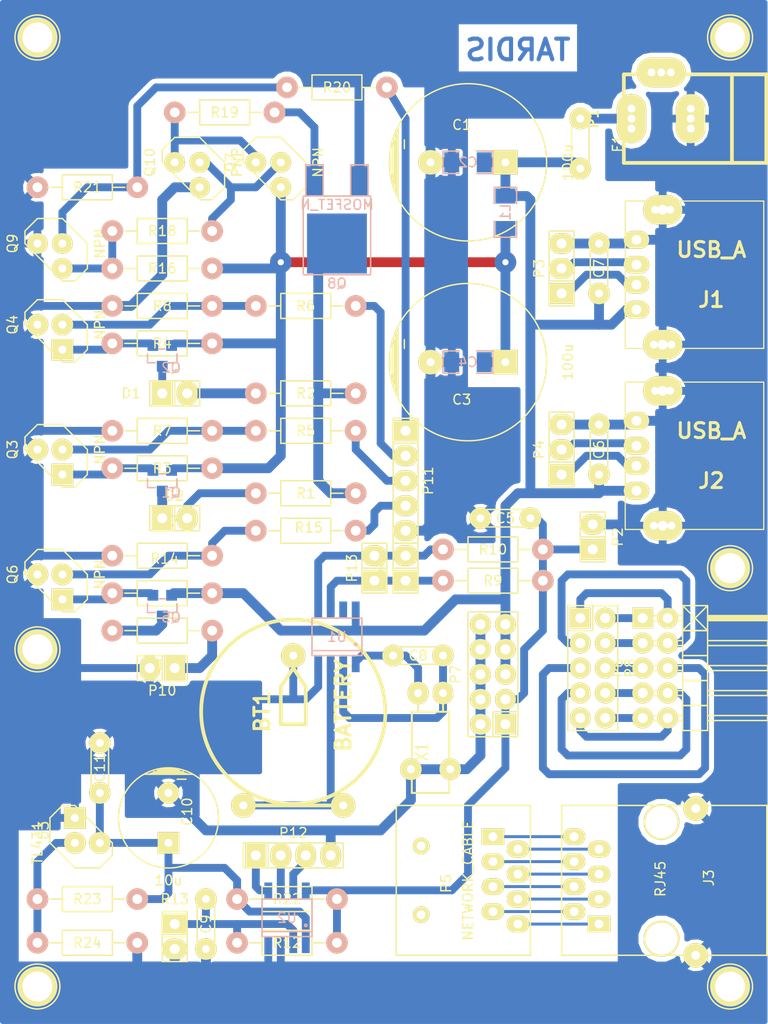
<source format=kicad_pcb>
(kicad_pcb (version 4) (host pcbnew "(after 2015-may-01 BZR unknown)-product")

  (general
    (links 164)
    (no_connects 5)
    (area 0 0 0 0)
    (thickness 1.6)
    (drawings 1)
    (tracks 341)
    (zones 0)
    (modules 76)
    (nets 62)
  )

  (page A4)
  (layers
    (0 F.Cu signal)
    (31 B.Cu signal)
    (32 B.Adhes user)
    (33 F.Adhes user)
    (34 B.Paste user)
    (35 F.Paste user)
    (36 B.SilkS user)
    (37 F.SilkS user)
    (38 B.Mask user)
    (39 F.Mask user)
    (40 Dwgs.User user)
    (41 Cmts.User user)
    (42 Eco1.User user)
    (43 Eco2.User user)
    (44 Edge.Cuts user)
    (45 Margin user)
    (46 B.CrtYd user)
    (47 F.CrtYd user)
    (48 B.Fab user)
    (49 F.Fab user)
  )

  (setup
    (last_trace_width 0.8)
    (user_trace_width 0.3)
    (user_trace_width 0.4)
    (user_trace_width 0.5)
    (user_trace_width 0.6)
    (user_trace_width 0.7)
    (user_trace_width 0.8)
    (user_trace_width 0.9)
    (user_trace_width 1)
    (user_trace_width 1.2)
    (user_trace_width 1.5)
    (trace_clearance 0)
    (zone_clearance 0.508)
    (zone_45_only no)
    (trace_min 0.254)
    (segment_width 0.2)
    (edge_width 0.1)
    (via_size 2.2)
    (via_drill 0.635)
    (via_min_size 0.889)
    (via_min_drill 0.508)
    (uvia_size 0.508)
    (uvia_drill 0.127)
    (uvias_allowed no)
    (uvia_min_size 0.508)
    (uvia_min_drill 0.127)
    (pcb_text_width 0.3)
    (pcb_text_size 1.5 1.5)
    (mod_edge_width 0.15)
    (mod_text_size 1 1)
    (mod_text_width 0.15)
    (pad_size 2.1 2.5)
    (pad_drill 1.016)
    (pad_to_mask_clearance 0)
    (aux_axis_origin 0 0)
    (grid_origin 142.24 83.185)
    (visible_elements FFFEFF7F)
    (pcbplotparams
      (layerselection 0x00030_80000001)
      (usegerberextensions false)
      (excludeedgelayer true)
      (linewidth 0.100000)
      (plotframeref false)
      (viasonmask false)
      (mode 1)
      (useauxorigin false)
      (hpglpennumber 1)
      (hpglpenspeed 20)
      (hpglpendiameter 15)
      (hpglpenoverlay 2)
      (psnegative false)
      (psa4output false)
      (plotreference true)
      (plotvalue true)
      (plotinvisibletext false)
      (padsonsilk false)
      (subtractmaskfromsilk false)
      (outputformat 5)
      (mirror false)
      (drillshape 0)
      (scaleselection 1)
      (outputdirectory ../prints/))
  )

  (net 0 "")
  (net 1 "Net-(BT1-Pad1)")
  (net 2 GND)
  (net 3 +5V)
  (net 4 /LED_VCC)
  (net 5 +3.3VP)
  (net 6 "Net-(C8-Pad1)")
  (net 7 "Net-(C8-Pad2)")
  (net 8 "Net-(D1-Pad1)")
  (net 9 "Net-(D1-Pad2)")
  (net 10 "Net-(D2-Pad1)")
  (net 11 "Net-(D2-Pad2)")
  (net 12 "Net-(J1-Pad3)")
  (net 13 "Net-(J1-Pad2)")
  (net 14 "Net-(J2-Pad3)")
  (net 15 "Net-(J2-Pad2)")
  (net 16 "Net-(J3-Pad1)")
  (net 17 "Net-(J3-Pad2)")
  (net 18 "Net-(J3-Pad3)")
  (net 19 "Net-(J3-Pad4)")
  (net 20 "Net-(J3-Pad5)")
  (net 21 "Net-(J3-Pad6)")
  (net 22 "Net-(J3-Pad7)")
  (net 23 "Net-(J3-Pad8)")
  (net 24 "Net-(P6-Pad1)")
  (net 25 "Net-(P6-Pad2)")
  (net 26 "Net-(P6-Pad3)")
  (net 27 "Net-(P6-Pad4)")
  (net 28 "Net-(P6-Pad5)")
  (net 29 "Net-(P6-Pad6)")
  (net 30 "Net-(P6-Pad7)")
  (net 31 "Net-(P6-Pad8)")
  (net 32 "Net-(P6-Pad9)")
  (net 33 "Net-(P6-Pad10)")
  (net 34 /SCL)
  (net 35 /SDA)
  (net 36 "Net-(P10-Pad1)")
  (net 37 /LED_PWM)
  (net 38 /AMP_SEL)
  (net 39 /LED_SEL_1)
  (net 40 /LED_SEL_2)
  (net 41 "Net-(Q1-Pad1)")
  (net 42 "Net-(Q2-Pad1)")
  (net 43 "Net-(Q3-Pad2)")
  (net 44 "Net-(Q4-Pad2)")
  (net 45 "Net-(Q5-Pad1)")
  (net 46 "Net-(Q5-Pad3)")
  (net 47 "Net-(Q6-Pad2)")
  (net 48 "Net-(Q10-Pad2)")
  (net 49 "Net-(Q10-Pad1)")
  (net 50 "Net-(Q8-PadD)")
  (net 51 "Net-(Q8-PadG)")
  (net 52 "Net-(Q9-Pad3)")
  (net 53 "Net-(Q9-Pad2)")
  (net 54 "Net-(F1-Pad1)")
  (net 55 "Net-(U1-Pad7)")
  (net 56 "Net-(C9-Pad1)")
  (net 57 "Net-(C10-Pad1)")
  (net 58 "Net-(P12-Pad1)")
  (net 59 "Net-(P12-Pad2)")
  (net 60 "Net-(P12-Pad3)")
  (net 61 "Net-(D3-Pad2)")

  (net_class Default "This is the default net class."
    (clearance 0)
    (trace_width 0.8)
    (via_dia 2.2)
    (via_drill 0.635)
    (uvia_dia 0.508)
    (uvia_drill 0.127)
    (add_net +3.3VP)
    (add_net /AMP_SEL)
    (add_net /LED_PWM)
    (add_net /LED_SEL_1)
    (add_net /LED_SEL_2)
    (add_net /SCL)
    (add_net /SDA)
    (add_net "Net-(BT1-Pad1)")
    (add_net "Net-(C10-Pad1)")
    (add_net "Net-(C8-Pad1)")
    (add_net "Net-(C8-Pad2)")
    (add_net "Net-(C9-Pad1)")
    (add_net "Net-(D1-Pad1)")
    (add_net "Net-(D1-Pad2)")
    (add_net "Net-(D2-Pad1)")
    (add_net "Net-(D2-Pad2)")
    (add_net "Net-(D3-Pad2)")
    (add_net "Net-(F1-Pad1)")
    (add_net "Net-(J1-Pad2)")
    (add_net "Net-(J1-Pad3)")
    (add_net "Net-(J2-Pad2)")
    (add_net "Net-(J2-Pad3)")
    (add_net "Net-(J3-Pad1)")
    (add_net "Net-(J3-Pad2)")
    (add_net "Net-(J3-Pad3)")
    (add_net "Net-(J3-Pad4)")
    (add_net "Net-(J3-Pad5)")
    (add_net "Net-(J3-Pad6)")
    (add_net "Net-(J3-Pad7)")
    (add_net "Net-(J3-Pad8)")
    (add_net "Net-(P10-Pad1)")
    (add_net "Net-(P12-Pad1)")
    (add_net "Net-(P12-Pad2)")
    (add_net "Net-(P12-Pad3)")
    (add_net "Net-(P6-Pad1)")
    (add_net "Net-(P6-Pad10)")
    (add_net "Net-(P6-Pad2)")
    (add_net "Net-(P6-Pad3)")
    (add_net "Net-(P6-Pad4)")
    (add_net "Net-(P6-Pad5)")
    (add_net "Net-(P6-Pad6)")
    (add_net "Net-(P6-Pad7)")
    (add_net "Net-(P6-Pad8)")
    (add_net "Net-(P6-Pad9)")
    (add_net "Net-(Q1-Pad1)")
    (add_net "Net-(Q10-Pad1)")
    (add_net "Net-(Q10-Pad2)")
    (add_net "Net-(Q2-Pad1)")
    (add_net "Net-(Q3-Pad2)")
    (add_net "Net-(Q4-Pad2)")
    (add_net "Net-(Q5-Pad1)")
    (add_net "Net-(Q5-Pad3)")
    (add_net "Net-(Q6-Pad2)")
    (add_net "Net-(Q8-PadD)")
    (add_net "Net-(Q8-PadG)")
    (add_net "Net-(Q9-Pad2)")
    (add_net "Net-(Q9-Pad3)")
    (add_net "Net-(U1-Pad7)")
  )

  (net_class power ""
    (clearance 0)
    (trace_width 1)
    (via_dia 2.2)
    (via_drill 0.635)
    (uvia_dia 0.508)
    (uvia_drill 0.127)
    (add_net +5V)
    (add_net /LED_VCC)
    (add_net GND)
  )

  (module BAT-CR2032:BAT-CR2032 (layer F.Cu) (tedit 5527F316) (tstamp 5536BFF7)
    (at 216.535 121.285 90)
    (tags "lithium battery")
    (path /550E882C)
    (fp_text reference BT1 (at 0 -3.175 90) (layer F.SilkS)
      (effects (font (thickness 0.3048)))
    )
    (fp_text value BATTERY (at 0.635 5.08 90) (layer F.SilkS)
      (effects (font (thickness 0.3048)))
    )
    (fp_line (start 5.715 0) (end 4.445 0) (layer F.SilkS) (width 0.381))
    (fp_line (start 4.445 0) (end 2.54 -1.27) (layer F.SilkS) (width 0.381))
    (fp_line (start 2.54 -1.27) (end -1.27 -1.27) (layer F.SilkS) (width 0.381))
    (fp_line (start -1.27 -1.27) (end -1.27 1.27) (layer F.SilkS) (width 0.381))
    (fp_line (start -1.27 1.27) (end 2.54 1.27) (layer F.SilkS) (width 0.381))
    (fp_line (start 2.54 1.27) (end 4.445 0) (layer F.SilkS) (width 0.381))
    (fp_line (start -9.525 -5.08) (end -9.525 5.08) (layer F.SilkS) (width 0.381))
    (fp_circle (center 0 0) (end 8.255 4.445) (layer F.SilkS) (width 0.381))
    (pad 1 thru_hole circle (at -9.525 -5.08 90) (size 2.5 2.5) (drill 0.8128) (layers *.Cu *.Mask F.SilkS)
      (net 1 "Net-(BT1-Pad1)"))
    (pad 1 thru_hole circle (at -9.525 5.08 90) (size 2.5 2.5) (drill 0.8128) (layers *.Cu *.Mask F.SilkS)
      (net 1 "Net-(BT1-Pad1)"))
    (pad 2 thru_hole circle (at 5.715 0 90) (size 2.5 2.5) (drill 0.8128) (layers *.Cu *.Mask F.SilkS)
      (net 2 GND))
  )

  (module Capacitors_ThroughHole:Capacitor16x25RM7.5 (layer F.Cu) (tedit 552AC5A4) (tstamp 5527E84B)
    (at 234.315 65.405 90)
    (descr "Capacitor, pol, cyl 16x25mm")
    (path /550C91BB)
    (fp_text reference C1 (at 3.81 -0.635 180) (layer F.SilkS)
      (effects (font (size 1 1) (thickness 0.15)))
    )
    (fp_text value 100u (at 0 10.16 90) (layer F.SilkS)
      (effects (font (size 1 1) (thickness 0.15)))
    )
    (fp_line (start -3.429 -7.112) (end -1.27 -7.747) (layer F.SilkS) (width 0.15))
    (fp_line (start 3.302 -7.112) (end 2.159 -7.493) (layer F.SilkS) (width 0.15))
    (fp_circle (center 0 0) (end 8.001 0) (layer F.SilkS) (width 0.15))
    (fp_line (start -2.032 -7.493) (end 2.032 -7.493) (layer F.SilkS) (width 0.15))
    (fp_line (start 2.921 -7.239) (end -2.794 -7.239) (layer F.SilkS) (width 0.15))
    (fp_line (start -2.794 -7.239) (end -1.905 -7.239) (layer F.SilkS) (width 0.15))
    (fp_line (start 1.397 -7.874) (end -1.27 -7.874) (layer F.SilkS) (width 0.15))
    (fp_line (start -2.159 -7.62) (end 2.159 -7.62) (layer F.SilkS) (width 0.15))
    (fp_line (start 2.794 -7.366) (end -2.794 -7.366) (layer F.SilkS) (width 0.15))
    (fp_line (start -2.794 -7.366) (end -2.667 -7.366) (layer F.SilkS) (width 0.15))
    (fp_line (start 3.556 -7.112) (end -3.556 -7.112) (layer F.SilkS) (width 0.15))
    (fp_line (start 1.397 -6.477) (end 2.286 -6.477) (layer F.SilkS) (width 0.15))
    (pad 1 thru_hole rect (at 0 3.81 90) (size 2.5 2.5) (drill 0.8001) (layers *.Cu *.Mask F.SilkS)
      (net 3 +5V))
    (pad 2 thru_hole circle (at 0 -3.81 90) (size 2.5 2.5) (drill 0.8128) (layers *.Cu *.Mask F.SilkS)
      (net 2 GND))
    (model Capacitors_ThroughHole/Capacitor16x25RM7.5.wrl
      (at (xyz 0 0 0))
      (scale (xyz 1 1 1))
      (rotate (xyz 0 0 0))
    )
  )

  (module Capacitors_ThroughHole:Capacitor16x25RM7.5 (layer F.Cu) (tedit 552AC5A1) (tstamp 5527E857)
    (at 234.315 85.725 90)
    (descr "Capacitor, pol, cyl 16x25mm")
    (path /550C91BF)
    (fp_text reference C3 (at -3.81 -0.635 180) (layer F.SilkS)
      (effects (font (size 1 1) (thickness 0.15)))
    )
    (fp_text value 100u (at 0 10.16 90) (layer F.SilkS)
      (effects (font (size 1 1) (thickness 0.15)))
    )
    (fp_line (start -3.429 -7.112) (end -1.27 -7.747) (layer F.SilkS) (width 0.15))
    (fp_line (start 3.302 -7.112) (end 2.159 -7.493) (layer F.SilkS) (width 0.15))
    (fp_circle (center 0 0) (end 8.001 0) (layer F.SilkS) (width 0.15))
    (fp_line (start -2.032 -7.493) (end 2.032 -7.493) (layer F.SilkS) (width 0.15))
    (fp_line (start 2.921 -7.239) (end -2.794 -7.239) (layer F.SilkS) (width 0.15))
    (fp_line (start -2.794 -7.239) (end -1.905 -7.239) (layer F.SilkS) (width 0.15))
    (fp_line (start 1.397 -7.874) (end -1.27 -7.874) (layer F.SilkS) (width 0.15))
    (fp_line (start -2.159 -7.62) (end 2.159 -7.62) (layer F.SilkS) (width 0.15))
    (fp_line (start 2.794 -7.366) (end -2.794 -7.366) (layer F.SilkS) (width 0.15))
    (fp_line (start -2.794 -7.366) (end -2.667 -7.366) (layer F.SilkS) (width 0.15))
    (fp_line (start 3.556 -7.112) (end -3.556 -7.112) (layer F.SilkS) (width 0.15))
    (fp_line (start 1.397 -6.477) (end 2.286 -6.477) (layer F.SilkS) (width 0.15))
    (pad 1 thru_hole rect (at 0 3.81 90) (size 2.5 2.5) (drill 0.8001) (layers *.Cu *.Mask F.SilkS)
      (net 4 /LED_VCC))
    (pad 2 thru_hole circle (at 0 -3.81 90) (size 2.5 2.5) (drill 0.8128) (layers *.Cu *.Mask F.SilkS)
      (net 2 GND))
    (model Capacitors_ThroughHole/Capacitor16x25RM7.5.wrl
      (at (xyz 0 0 0))
      (scale (xyz 1 1 1))
      (rotate (xyz 0 0 0))
    )
  )

  (module Capacitors_ThroughHole:Capacitor6MMDiscRM5 (layer F.Cu) (tedit 552AC366) (tstamp 5536BF67)
    (at 238.125 101.6 180)
    (descr "Capacitor 6MM Disc RM 5MM")
    (tags C)
    (path /550E9D47)
    (fp_text reference C5 (at 0 0 180) (layer F.SilkS)
      (effects (font (size 1 1) (thickness 0.15)))
    )
    (fp_text value 100n (at 0 -2.286 180) (layer F.SilkS) hide
      (effects (font (size 1 1) (thickness 0.15)))
    )
    (fp_line (start -3.048 -0.889) (end -3.048 0.889) (layer F.SilkS) (width 0.15))
    (fp_line (start -3.048 0.889) (end 3.048 0.889) (layer F.SilkS) (width 0.15))
    (fp_line (start 3.048 0.889) (end 3.048 -0.889) (layer F.SilkS) (width 0.15))
    (fp_line (start 3.048 -0.889) (end -3.048 -0.889) (layer F.SilkS) (width 0.15))
    (pad 1 thru_hole circle (at -2.54 0 180) (size 2.2 2.2) (drill 0.8001) (layers *.Cu *.Mask F.SilkS)
      (net 5 +3.3VP))
    (pad 2 thru_hole circle (at 2.54 0 180) (size 2.2 2.2) (drill 0.8001) (layers *.Cu *.Mask F.SilkS)
      (net 2 GND))
    (model Capacitors_ThroughHole/Capacitor6MMDiscRM5.wrl
      (at (xyz 0 0 0))
      (scale (xyz 1 1 1))
      (rotate (xyz 0 0 0))
    )
  )

  (module Capacitors_ThroughHole:Capacitor6MMDiscRM5 (layer F.Cu) (tedit 552AC364) (tstamp 5527E869)
    (at 247.65 94.615 90)
    (descr "Capacitor 6MM Disc RM 5MM")
    (tags C)
    (path /551092B5)
    (fp_text reference C6 (at 0 0 90) (layer F.SilkS)
      (effects (font (size 1 1) (thickness 0.15)))
    )
    (fp_text value 100n (at 0 -2.286 90) (layer F.SilkS) hide
      (effects (font (size 1 1) (thickness 0.15)))
    )
    (fp_line (start -3.048 -0.889) (end -3.048 0.889) (layer F.SilkS) (width 0.15))
    (fp_line (start -3.048 0.889) (end 3.048 0.889) (layer F.SilkS) (width 0.15))
    (fp_line (start 3.048 0.889) (end 3.048 -0.889) (layer F.SilkS) (width 0.15))
    (fp_line (start 3.048 -0.889) (end -3.048 -0.889) (layer F.SilkS) (width 0.15))
    (pad 1 thru_hole circle (at -2.54 0 90) (size 2.2 2.2) (drill 0.8001) (layers *.Cu *.Mask F.SilkS)
      (net 3 +5V))
    (pad 2 thru_hole circle (at 2.54 0 90) (size 2.2 2.2) (drill 0.8001) (layers *.Cu *.Mask F.SilkS)
      (net 2 GND))
    (model Capacitors_ThroughHole/Capacitor6MMDiscRM5.wrl
      (at (xyz 0 0 0))
      (scale (xyz 1 1 1))
      (rotate (xyz 0 0 0))
    )
  )

  (module Capacitors_ThroughHole:Capacitor6MMDiscRM5 (layer F.Cu) (tedit 552AC35D) (tstamp 5527E86F)
    (at 247.65 76.2 90)
    (descr "Capacitor 6MM Disc RM 5MM")
    (tags C)
    (path /55108F27)
    (fp_text reference C7 (at 0 0 90) (layer F.SilkS)
      (effects (font (size 1 1) (thickness 0.15)))
    )
    (fp_text value 100n (at 0 -2.286 90) (layer F.SilkS) hide
      (effects (font (size 1 1) (thickness 0.15)))
    )
    (fp_line (start -3.048 -0.889) (end -3.048 0.889) (layer F.SilkS) (width 0.15))
    (fp_line (start -3.048 0.889) (end 3.048 0.889) (layer F.SilkS) (width 0.15))
    (fp_line (start 3.048 0.889) (end 3.048 -0.889) (layer F.SilkS) (width 0.15))
    (fp_line (start 3.048 -0.889) (end -3.048 -0.889) (layer F.SilkS) (width 0.15))
    (pad 1 thru_hole circle (at -2.54 0 90) (size 2.2 2.2) (drill 0.8001) (layers *.Cu *.Mask F.SilkS)
      (net 3 +5V))
    (pad 2 thru_hole circle (at 2.54 0 90) (size 2.2 2.2) (drill 0.8001) (layers *.Cu *.Mask F.SilkS)
      (net 2 GND))
    (model Capacitors_ThroughHole/Capacitor6MMDiscRM5.wrl
      (at (xyz 0 0 0))
      (scale (xyz 1 1 1))
      (rotate (xyz 0 0 0))
    )
  )

  (module Capacitors_ThroughHole:Capacitor6MMDiscRM5 (layer F.Cu) (tedit 552AC27F) (tstamp 5527E875)
    (at 229.235 115.57 180)
    (descr "Capacitor 6MM Disc RM 5MM")
    (tags C)
    (path /550E6BC6)
    (fp_text reference C8 (at 0 0 180) (layer F.SilkS)
      (effects (font (size 1 1) (thickness 0.15)))
    )
    (fp_text value 10p (at 0 -2.286 180) (layer F.SilkS) hide
      (effects (font (size 1 1) (thickness 0.15)))
    )
    (fp_line (start -3.048 -0.889) (end -3.048 0.889) (layer F.SilkS) (width 0.15))
    (fp_line (start -3.048 0.889) (end 3.048 0.889) (layer F.SilkS) (width 0.15))
    (fp_line (start 3.048 0.889) (end 3.048 -0.889) (layer F.SilkS) (width 0.15))
    (fp_line (start 3.048 -0.889) (end -3.048 -0.889) (layer F.SilkS) (width 0.15))
    (pad 1 thru_hole circle (at -2.54 0 180) (size 2.2 2.2) (drill 0.8001) (layers *.Cu *.Mask F.SilkS)
      (net 6 "Net-(C8-Pad1)"))
    (pad 2 thru_hole circle (at 2.54 0 180) (size 2.2 2.2) (drill 0.8001) (layers *.Cu *.Mask F.SilkS)
      (net 7 "Net-(C8-Pad2)"))
    (model Capacitors_ThroughHole/Capacitor6MMDiscRM5.wrl
      (at (xyz 0 0 0))
      (scale (xyz 1 1 1))
      (rotate (xyz 0 0 0))
    )
  )

  (module Pin_Headers:Pin_Header_Straight_1x02 (layer F.Cu) (tedit 552AB2F5) (tstamp 5535707F)
    (at 204.47 88.9)
    (descr "Through hole pin header")
    (tags "pin header")
    (path /550C91CD)
    (fp_text reference D1 (at -4.445 0) (layer F.SilkS)
      (effects (font (size 1 1) (thickness 0.15)))
    )
    (fp_text value LED (at 0 0) (layer F.SilkS) hide
      (effects (font (size 1 1) (thickness 0.15)))
    )
    (fp_line (start 0 -1.27) (end 0 1.27) (layer F.SilkS) (width 0.15))
    (fp_line (start -2.54 -1.27) (end -2.54 1.27) (layer F.SilkS) (width 0.15))
    (fp_line (start -2.54 1.27) (end 0 1.27) (layer F.SilkS) (width 0.15))
    (fp_line (start 0 1.27) (end 2.54 1.27) (layer F.SilkS) (width 0.15))
    (fp_line (start 2.54 1.27) (end 2.54 -1.27) (layer F.SilkS) (width 0.15))
    (fp_line (start 2.54 -1.27) (end -2.54 -1.27) (layer F.SilkS) (width 0.15))
    (pad 1 thru_hole rect (at -1.27 0) (size 2.1 2.6) (drill 1.016) (layers *.Cu *.Mask F.SilkS)
      (net 8 "Net-(D1-Pad1)"))
    (pad 2 thru_hole oval (at 1.27 0) (size 2.1 2.5) (drill 1.016) (layers *.Cu *.Mask F.SilkS)
      (net 9 "Net-(D1-Pad2)"))
    (model Pin_Headers/Pin_Header_Straight_1x02.wrl
      (at (xyz 0 0 0))
      (scale (xyz 1 1 1))
      (rotate (xyz 0 0 0))
    )
  )

  (module Pin_Headers:Pin_Header_Straight_1x02 (layer F.Cu) (tedit 5527E43F) (tstamp 55357072)
    (at 204.47 101.6)
    (descr "Through hole pin header")
    (tags "pin header")
    (path /550E272C)
    (fp_text reference D2 (at 0 -2.286) (layer F.SilkS)
      (effects (font (size 1 1) (thickness 0.15)))
    )
    (fp_text value LED (at 0 0) (layer F.SilkS) hide
      (effects (font (size 1 1) (thickness 0.15)))
    )
    (fp_line (start 0 -1.27) (end 0 1.27) (layer F.SilkS) (width 0.15))
    (fp_line (start -2.54 -1.27) (end -2.54 1.27) (layer F.SilkS) (width 0.15))
    (fp_line (start -2.54 1.27) (end 0 1.27) (layer F.SilkS) (width 0.15))
    (fp_line (start 0 1.27) (end 2.54 1.27) (layer F.SilkS) (width 0.15))
    (fp_line (start 2.54 1.27) (end 2.54 -1.27) (layer F.SilkS) (width 0.15))
    (fp_line (start 2.54 -1.27) (end -2.54 -1.27) (layer F.SilkS) (width 0.15))
    (pad 1 thru_hole rect (at -1.27 0) (size 2.1 2.6) (drill 1.016) (layers *.Cu *.Mask F.SilkS)
      (net 10 "Net-(D2-Pad1)"))
    (pad 2 thru_hole oval (at 1.27 0) (size 2.1 2.5) (drill 1.016) (layers *.Cu *.Mask F.SilkS)
      (net 11 "Net-(D2-Pad2)"))
    (model Pin_Headers/Pin_Header_Straight_1x02.wrl
      (at (xyz 0 0 0))
      (scale (xyz 1 1 1))
      (rotate (xyz 0 0 0))
    )
  )

  (module usb:USB_A (layer F.Cu) (tedit 552B7009) (tstamp 5533681D)
    (at 251.46 76.835)
    (path /55109284)
    (fp_text reference J1 (at 7.62 2.54) (layer F.SilkS)
      (effects (font (thickness 0.3048)))
    )
    (fp_text value USB_A (at 7.62 -2.54) (layer F.SilkS)
      (effects (font (thickness 0.3048)))
    )
    (fp_line (start -1.143 -7.493) (end 12.954 -7.493) (layer F.SilkS) (width 0.127))
    (fp_line (start 12.954 7.493) (end -1.143 7.493) (layer F.SilkS) (width 0.127))
    (fp_line (start -1.143 -7.493) (end -1.143 7.493) (layer F.SilkS) (width 0.127))
    (fp_line (start 12.954 -7.493) (end 12.954 7.493) (layer F.SilkS) (width 0.127))
    (pad 4 thru_hole oval (at 0 -3.556) (size 2.6 1.8) (drill 1.00076) (layers *.Cu *.Mask F.SilkS)
      (net 2 GND))
    (pad 3 thru_hole oval (at 0 -1.016) (size 2.6 1.8) (drill 1.00076) (layers *.Cu *.Mask F.SilkS)
      (net 12 "Net-(J1-Pad3)"))
    (pad 2 thru_hole oval (at 0 1.016) (size 2.6 1.8) (drill 1.00076) (layers *.Cu *.Mask F.SilkS)
      (net 13 "Net-(J1-Pad2)"))
    (pad 1 thru_hole oval (at 0 3.556) (size 2.6 1.8) (drill 1.00076) (layers *.Cu *.Mask F.SilkS)
      (net 3 +5V))
    (pad 5 thru_hole oval (at 2.667 -6.604) (size 4 3) (drill 1.00076) (layers *.Cu *.Mask F.SilkS)
      (net 2 GND))
    (pad 6 thru_hole oval (at 2.667 7.112) (size 4 3) (drill 1.00076) (layers *.Cu *.Mask F.SilkS)
      (net 2 GND))
    (pad "" np_thru_hole circle (at 1.905 -6.604) (size 0.8 0.8) (drill 0.8) (layers *.Cu *.Mask F.SilkS))
    (pad "" np_thru_hole circle (at 3.429 -6.604) (size 0.8 0.8) (drill 0.8) (layers *.Cu *.Mask F.SilkS))
    (pad "" np_thru_hole circle (at 1.778 7.112) (size 0.8 0.8) (drill 0.8) (layers *.Cu *.Mask F.SilkS))
    (pad "" np_thru_hole circle (at 3.556 7.112) (size 0.8 0.8) (drill 0.8) (layers *.Cu *.Mask F.SilkS))
    (model Connectors/usb_a_through_hole.wrl
      (at (xyz 0 0 0))
      (scale (xyz 1 1 1))
      (rotate (xyz 0 0 0))
    )
  )

  (module usb:USB_A (layer F.Cu) (tedit 552B7001) (tstamp 5527EA37)
    (at 251.46 95.25)
    (path /55107859)
    (fp_text reference J2 (at 7.62 2.54) (layer F.SilkS)
      (effects (font (thickness 0.3048)))
    )
    (fp_text value USB_A (at 7.62 -2.54) (layer F.SilkS)
      (effects (font (thickness 0.3048)))
    )
    (fp_line (start -1.143 -7.493) (end 12.954 -7.493) (layer F.SilkS) (width 0.127))
    (fp_line (start 12.954 7.493) (end -1.143 7.493) (layer F.SilkS) (width 0.127))
    (fp_line (start -1.143 -7.493) (end -1.143 7.493) (layer F.SilkS) (width 0.127))
    (fp_line (start 12.954 -7.493) (end 12.954 7.493) (layer F.SilkS) (width 0.127))
    (pad 4 thru_hole oval (at 0 -3.556) (size 2.6 1.8) (drill 1.00076) (layers *.Cu *.Mask F.SilkS)
      (net 2 GND))
    (pad 3 thru_hole oval (at 0 -1.016) (size 2.6 1.8) (drill 1.00076) (layers *.Cu *.Mask F.SilkS)
      (net 14 "Net-(J2-Pad3)"))
    (pad 2 thru_hole oval (at 0 1.016) (size 2.6 1.8) (drill 1.00076) (layers *.Cu *.Mask F.SilkS)
      (net 15 "Net-(J2-Pad2)"))
    (pad 1 thru_hole oval (at 0 3.556) (size 2.6 1.8) (drill 1.00076) (layers *.Cu *.Mask F.SilkS)
      (net 3 +5V))
    (pad 5 thru_hole oval (at 2.667 -6.604) (size 4 3) (drill 1.00076) (layers *.Cu *.Mask F.SilkS)
      (net 2 GND))
    (pad 6 thru_hole oval (at 2.667 7.112) (size 4 3) (drill 1.00076) (layers *.Cu *.Mask F.SilkS)
      (net 2 GND))
    (pad "" np_thru_hole circle (at 1.905 -6.604) (size 0.8 0.8) (drill 0.8) (layers *.Cu *.Mask F.SilkS))
    (pad "" np_thru_hole circle (at 3.429 -6.604) (size 0.8 0.8) (drill 0.8) (layers *.Cu *.Mask F.SilkS))
    (pad "" np_thru_hole circle (at 1.778 7.112) (size 0.8 0.8) (drill 0.8) (layers *.Cu *.Mask F.SilkS))
    (pad "" np_thru_hole circle (at 3.556 7.112) (size 0.8 0.8) (drill 0.8) (layers *.Cu *.Mask F.SilkS))
    (model Connectors/usb_a_through_hole.wrl
      (at (xyz 0 0 0))
      (scale (xyz 1 1 1))
      (rotate (xyz 0 0 0))
    )
  )

  (module SMD_Packages:SMD-1206 (layer B.Cu) (tedit 5527E43F) (tstamp 5527E8B1)
    (at 238.125 70.485 270)
    (path /550C91C2)
    (attr smd)
    (fp_text reference L1 (at 0 0 270) (layer B.SilkS)
      (effects (font (size 1 1) (thickness 0.15)) (justify mirror))
    )
    (fp_text value INDUCTOR_SMALL (at 0 0 270) (layer B.SilkS) hide
      (effects (font (size 1 1) (thickness 0.15)) (justify mirror))
    )
    (fp_line (start -2.54 1.143) (end -2.54 -1.143) (layer B.SilkS) (width 0.15))
    (fp_line (start -2.54 -1.143) (end -0.889 -1.143) (layer B.SilkS) (width 0.15))
    (fp_line (start 0.889 1.143) (end 2.54 1.143) (layer B.SilkS) (width 0.15))
    (fp_line (start 2.54 1.143) (end 2.54 -1.143) (layer B.SilkS) (width 0.15))
    (fp_line (start 2.54 -1.143) (end 0.889 -1.143) (layer B.SilkS) (width 0.15))
    (fp_line (start -0.889 1.143) (end -2.54 1.143) (layer B.SilkS) (width 0.15))
    (pad 1 smd rect (at -1.651 0 270) (size 1.524 2.032) (layers B.Cu B.Paste B.Mask)
      (net 3 +5V))
    (pad 2 smd rect (at 1.651 0 270) (size 1.524 2.032) (layers B.Cu B.Paste B.Mask)
      (net 4 /LED_VCC))
    (model SMD_Packages/SMD-1206.wrl
      (at (xyz 0 0 0))
      (scale (xyz 0.17 0.16 0.16))
      (rotate (xyz 0 0 0))
    )
  )

  (module barrel:BARREL_JACK (layer F.Cu) (tedit 544CCD4B) (tstamp 553A9B57)
    (at 257.175 60.96 180)
    (descr "DC Barrel Jack")
    (tags "Power Jack")
    (path /550C91AB)
    (fp_text reference P1 (at 10.09904 0 270) (layer F.SilkS)
      (effects (font (size 1.016 1.016) (thickness 0.2032)))
    )
    (fp_text value POWER_IN (at 0 -5.99948 180) (layer F.SilkS) hide
      (effects (font (size 1.016 1.016) (thickness 0.2032)))
    )
    (fp_line (start -4.0005 -4.50088) (end -4.0005 4.50088) (layer F.SilkS) (width 0.381))
    (fp_line (start -7.50062 -4.50088) (end -7.50062 4.50088) (layer F.SilkS) (width 0.381))
    (fp_line (start -7.50062 4.50088) (end 7.00024 4.50088) (layer F.SilkS) (width 0.381))
    (fp_line (start 7.00024 4.50088) (end 7.00024 -4.50088) (layer F.SilkS) (width 0.381))
    (fp_line (start 7.00024 -4.50088) (end -7.50062 -4.50088) (layer F.SilkS) (width 0.381))
    (pad 1 thru_hole oval (at 6.223 0 180) (size 3 5) (drill 0.8) (layers *.Cu *.Mask F.SilkS)
      (net 54 "Net-(F1-Pad1)"))
    (pad 2 thru_hole oval (at 0.20066 0 180) (size 3 5) (drill 0.8) (layers *.Cu *.Mask F.SilkS)
      (net 2 GND))
    (pad 3 thru_hole oval (at 3.2004 4.699 180) (size 5 3) (drill 0.8) (layers *.Cu *.Mask F.SilkS))
    (pad "" np_thru_hole circle (at 6.223 1.016 180) (size 0.8 0.8) (drill 0.8) (layers *.Cu *.Mask F.SilkS))
    (pad "" np_thru_hole circle (at 6.223 -1.016 180) (size 0.8 0.8) (drill 0.8) (layers *.Cu *.Mask F.SilkS))
    (pad "" np_thru_hole circle (at 0.1905 1.016 180) (size 0.8 0.8) (drill 0.8) (layers *.Cu *.Mask F.SilkS))
    (pad "" np_thru_hole circle (at 0.1905 -1.016 180) (size 0.8 0.8) (drill 0.8) (layers *.Cu *.Mask F.SilkS))
    (pad "" np_thru_hole circle (at 2.2225 4.699 180) (size 0.8 0.8) (drill 0.8) (layers *.Cu *.Mask F.SilkS))
    (pad "" np_thru_hole circle (at 4.191 4.699 180) (size 0.8 0.8) (drill 0.8) (layers *.Cu *.Mask F.SilkS))
  )

  (module Pin_Headers:Pin_Header_Straight_1x02 (layer F.Cu) (tedit 553374E6) (tstamp 55357065)
    (at 247.015 103.505 90)
    (descr "Through hole pin header")
    (tags "pin header")
    (path /550E9813)
    (fp_text reference P2 (at 0 2.54 90) (layer F.SilkS)
      (effects (font (size 1 1) (thickness 0.15)))
    )
    (fp_text value 3V3_IN (at 0 0 90) (layer F.SilkS) hide
      (effects (font (size 1 1) (thickness 0.15)))
    )
    (fp_line (start 0 -1.27) (end 0 1.27) (layer F.SilkS) (width 0.15))
    (fp_line (start -2.54 -1.27) (end -2.54 1.27) (layer F.SilkS) (width 0.15))
    (fp_line (start -2.54 1.27) (end 0 1.27) (layer F.SilkS) (width 0.15))
    (fp_line (start 0 1.27) (end 2.54 1.27) (layer F.SilkS) (width 0.15))
    (fp_line (start 2.54 1.27) (end 2.54 -1.27) (layer F.SilkS) (width 0.15))
    (fp_line (start 2.54 -1.27) (end -2.54 -1.27) (layer F.SilkS) (width 0.15))
    (pad 1 thru_hole rect (at -1.27 0 90) (size 2.1 2.6) (drill 1.016) (layers *.Cu *.Mask F.SilkS)
      (net 5 +3.3VP))
    (pad 2 thru_hole oval (at 1.27 0 90) (size 2.1 2.5) (drill 1.016) (layers *.Cu *.Mask F.SilkS)
      (net 2 GND))
    (model Pin_Headers/Pin_Header_Straight_1x02.wrl
      (at (xyz 0 0 0))
      (scale (xyz 1 1 1))
      (rotate (xyz 0 0 0))
    )
  )

  (module Pin_Headers:Pin_Header_Straight_1x03 (layer F.Cu) (tedit 5527F3D0) (tstamp 5527E8CB)
    (at 243.84 76.2 90)
    (descr "Through hole pin header")
    (tags "pin header")
    (path /551092A6)
    (fp_text reference P3 (at 0 -2.286 90) (layer F.SilkS)
      (effects (font (size 1 1) (thickness 0.15)))
    )
    (fp_text value USB_CABLE (at 0 0 90) (layer F.SilkS) hide
      (effects (font (size 1 1) (thickness 0.15)))
    )
    (fp_line (start -1.27 1.27) (end 3.81 1.27) (layer F.SilkS) (width 0.15))
    (fp_line (start 3.81 1.27) (end 3.81 -1.27) (layer F.SilkS) (width 0.15))
    (fp_line (start 3.81 -1.27) (end -1.27 -1.27) (layer F.SilkS) (width 0.15))
    (fp_line (start -3.81 -1.27) (end -1.27 -1.27) (layer F.SilkS) (width 0.15))
    (fp_line (start -1.27 -1.27) (end -1.27 1.27) (layer F.SilkS) (width 0.15))
    (fp_line (start -3.81 -1.27) (end -3.81 1.27) (layer F.SilkS) (width 0.15))
    (fp_line (start -3.81 1.27) (end -1.27 1.27) (layer F.SilkS) (width 0.15))
    (pad 1 thru_hole rect (at -2.54 0 90) (size 2.1 2.6) (drill 1.016) (layers *.Cu *.Mask F.SilkS)
      (net 13 "Net-(J1-Pad2)"))
    (pad 2 thru_hole oval (at 0 0 90) (size 2.1 2.5) (drill 1.016) (layers *.Cu *.Mask F.SilkS)
      (net 12 "Net-(J1-Pad3)"))
    (pad 3 thru_hole oval (at 2.54 0 90) (size 2.1 2.5) (drill 1.016) (layers *.Cu *.Mask F.SilkS)
      (net 2 GND))
    (model Pin_Headers/Pin_Header_Straight_1x03.wrl
      (at (xyz 0 0 0))
      (scale (xyz 1 1 1))
      (rotate (xyz 0 0 0))
    )
  )

  (module Pin_Headers:Pin_Header_Straight_1x03 (layer F.Cu) (tedit 5527E43F) (tstamp 5527E8D2)
    (at 243.84 94.615 90)
    (descr "Through hole pin header")
    (tags "pin header")
    (path /55108790)
    (fp_text reference P4 (at 0 -2.286 90) (layer F.SilkS)
      (effects (font (size 1 1) (thickness 0.15)))
    )
    (fp_text value USB_CABLE (at 0 0 90) (layer F.SilkS) hide
      (effects (font (size 1 1) (thickness 0.15)))
    )
    (fp_line (start -1.27 1.27) (end 3.81 1.27) (layer F.SilkS) (width 0.15))
    (fp_line (start 3.81 1.27) (end 3.81 -1.27) (layer F.SilkS) (width 0.15))
    (fp_line (start 3.81 -1.27) (end -1.27 -1.27) (layer F.SilkS) (width 0.15))
    (fp_line (start -3.81 -1.27) (end -1.27 -1.27) (layer F.SilkS) (width 0.15))
    (fp_line (start -1.27 -1.27) (end -1.27 1.27) (layer F.SilkS) (width 0.15))
    (fp_line (start -3.81 -1.27) (end -3.81 1.27) (layer F.SilkS) (width 0.15))
    (fp_line (start -3.81 1.27) (end -1.27 1.27) (layer F.SilkS) (width 0.15))
    (pad 1 thru_hole rect (at -2.54 0 90) (size 2.1 2.6) (drill 1.016) (layers *.Cu *.Mask F.SilkS)
      (net 15 "Net-(J2-Pad2)"))
    (pad 2 thru_hole oval (at 0 0 90) (size 2.1 2.5) (drill 1.016) (layers *.Cu *.Mask F.SilkS)
      (net 14 "Net-(J2-Pad3)"))
    (pad 3 thru_hole oval (at 2.54 0 90) (size 2.1 2.5) (drill 1.016) (layers *.Cu *.Mask F.SilkS)
      (net 2 GND))
    (model Pin_Headers/Pin_Header_Straight_1x03.wrl
      (at (xyz 0 0 0))
      (scale (xyz 1 1 1))
      (rotate (xyz 0 0 0))
    )
  )

  (module Pin_Headers:Pin_Header_Angled_2x05 (layer F.Cu) (tedit 5527F63E) (tstamp 5527FAC2)
    (at 253.365 116.84 270)
    (descr "Through hole pin header")
    (tags "pin header")
    (path /552801AE)
    (fp_text reference P6 (at 0 3.81 270) (layer F.SilkS)
      (effects (font (size 1 1) (thickness 0.15)))
    )
    (fp_text value EXTERNAL_HEADER (at 0 0 270) (layer F.SilkS) hide
      (effects (font (size 1 1) (thickness 0.15)))
    )
    (fp_line (start 5.334 -0.254) (end 5.334 0.254) (layer F.SilkS) (width 0.15))
    (fp_line (start 4.826 -0.254) (end 4.826 0.254) (layer F.SilkS) (width 0.15))
    (fp_line (start 2.794 -0.254) (end 2.794 0.254) (layer F.SilkS) (width 0.15))
    (fp_line (start 2.286 -0.254) (end 2.286 0.254) (layer F.SilkS) (width 0.15))
    (fp_line (start -5.334 -0.254) (end -5.334 0.254) (layer F.SilkS) (width 0.15))
    (fp_line (start -4.826 -0.254) (end -4.826 0.254) (layer F.SilkS) (width 0.15))
    (fp_line (start 0.254 -0.254) (end 0.254 0.254) (layer F.SilkS) (width 0.15))
    (fp_line (start -0.254 -0.254) (end -0.254 0.254) (layer F.SilkS) (width 0.15))
    (fp_line (start -2.286 -0.254) (end -2.286 0.254) (layer F.SilkS) (width 0.15))
    (fp_line (start -2.794 -0.254) (end -2.794 0.254) (layer F.SilkS) (width 0.15))
    (fp_line (start 5.334 -2.794) (end 5.334 -2.286) (layer F.SilkS) (width 0.15))
    (fp_line (start 4.826 -2.794) (end 4.826 -2.286) (layer F.SilkS) (width 0.15))
    (fp_line (start -5.334 -2.794) (end -5.334 -2.286) (layer F.SilkS) (width 0.15))
    (fp_line (start -4.826 -2.794) (end -4.826 -2.286) (layer F.SilkS) (width 0.15))
    (fp_line (start -2.794 -2.794) (end -2.794 -2.286) (layer F.SilkS) (width 0.15))
    (fp_line (start -2.286 -2.794) (end -2.286 -2.286) (layer F.SilkS) (width 0.15))
    (fp_line (start 2.794 -2.794) (end 2.794 -2.286) (layer F.SilkS) (width 0.15))
    (fp_line (start 2.286 -2.794) (end 2.286 -2.286) (layer F.SilkS) (width 0.15))
    (fp_line (start 0.254 -2.794) (end 0.254 -2.286) (layer F.SilkS) (width 0.15))
    (fp_line (start -0.254 -2.794) (end -0.254 -2.286) (layer F.SilkS) (width 0.15))
    (fp_line (start -6.35 -2.794) (end -3.81 -5.334) (layer F.SilkS) (width 0.15))
    (fp_line (start -6.35 -5.334) (end -3.81 -2.794) (layer F.SilkS) (width 0.15))
    (fp_line (start -5.207 -5.334) (end -5.207 -11.303) (layer F.SilkS) (width 0.15))
    (fp_line (start -5.207 -11.303) (end -4.953 -11.303) (layer F.SilkS) (width 0.15))
    (fp_line (start -4.953 -11.303) (end -4.953 -5.461) (layer F.SilkS) (width 0.15))
    (fp_line (start -4.953 -5.461) (end -5.08 -5.461) (layer F.SilkS) (width 0.15))
    (fp_line (start -5.08 -5.461) (end -5.08 -11.303) (layer F.SilkS) (width 0.15))
    (fp_line (start 3.81 -2.794) (end 3.81 -5.334) (layer F.SilkS) (width 0.15))
    (fp_line (start 3.81 -2.794) (end 6.35 -2.794) (layer F.SilkS) (width 0.15))
    (fp_line (start 4.826 -5.334) (end 4.826 -11.43) (layer F.SilkS) (width 0.15))
    (fp_line (start 4.826 -11.43) (end 5.334 -11.43) (layer F.SilkS) (width 0.15))
    (fp_line (start 5.334 -11.43) (end 5.334 -5.334) (layer F.SilkS) (width 0.15))
    (fp_line (start 6.35 -5.334) (end 3.81 -5.334) (layer F.SilkS) (width 0.15))
    (fp_line (start 6.35 -2.794) (end 6.35 -5.334) (layer F.SilkS) (width 0.15))
    (fp_line (start -1.27 -2.794) (end -1.27 -5.334) (layer F.SilkS) (width 0.15))
    (fp_line (start -1.27 -2.794) (end 1.27 -2.794) (layer F.SilkS) (width 0.15))
    (fp_line (start 1.27 -2.794) (end 1.27 -5.334) (layer F.SilkS) (width 0.15))
    (fp_line (start -0.254 -5.334) (end -0.254 -11.43) (layer F.SilkS) (width 0.15))
    (fp_line (start -0.254 -11.43) (end 0.254 -11.43) (layer F.SilkS) (width 0.15))
    (fp_line (start 0.254 -11.43) (end 0.254 -5.334) (layer F.SilkS) (width 0.15))
    (fp_line (start 1.27 -5.334) (end -1.27 -5.334) (layer F.SilkS) (width 0.15))
    (fp_line (start 3.81 -5.334) (end 1.27 -5.334) (layer F.SilkS) (width 0.15))
    (fp_line (start 2.794 -11.43) (end 2.794 -5.334) (layer F.SilkS) (width 0.15))
    (fp_line (start 2.286 -11.43) (end 2.794 -11.43) (layer F.SilkS) (width 0.15))
    (fp_line (start 2.286 -5.334) (end 2.286 -11.43) (layer F.SilkS) (width 0.15))
    (fp_line (start 3.81 -2.794) (end 3.81 -5.334) (layer F.SilkS) (width 0.15))
    (fp_line (start 1.27 -2.794) (end 3.81 -2.794) (layer F.SilkS) (width 0.15))
    (fp_line (start 1.27 -2.794) (end 1.27 -5.334) (layer F.SilkS) (width 0.15))
    (fp_line (start -3.81 -2.794) (end -3.81 -5.334) (layer F.SilkS) (width 0.15))
    (fp_line (start -3.81 -2.794) (end -1.27 -2.794) (layer F.SilkS) (width 0.15))
    (fp_line (start -1.27 -2.794) (end -1.27 -5.334) (layer F.SilkS) (width 0.15))
    (fp_line (start -2.794 -5.334) (end -2.794 -11.43) (layer F.SilkS) (width 0.15))
    (fp_line (start -2.794 -11.43) (end -2.286 -11.43) (layer F.SilkS) (width 0.15))
    (fp_line (start -2.286 -11.43) (end -2.286 -5.334) (layer F.SilkS) (width 0.15))
    (fp_line (start -1.27 -5.334) (end -3.81 -5.334) (layer F.SilkS) (width 0.15))
    (fp_line (start -3.81 -5.334) (end -6.35 -5.334) (layer F.SilkS) (width 0.15))
    (fp_line (start -4.826 -11.43) (end -4.826 -5.334) (layer F.SilkS) (width 0.15))
    (fp_line (start -5.334 -11.43) (end -4.826 -11.43) (layer F.SilkS) (width 0.15))
    (fp_line (start -5.334 -5.334) (end -5.334 -11.43) (layer F.SilkS) (width 0.15))
    (fp_line (start -3.81 -2.794) (end -3.81 -5.334) (layer F.SilkS) (width 0.15))
    (fp_line (start -6.35 -2.794) (end -3.81 -2.794) (layer F.SilkS) (width 0.15))
    (fp_line (start -6.35 -2.794) (end -6.35 -5.334) (layer F.SilkS) (width 0.15))
    (pad 1 thru_hole rect (at -5.08 1.27 270) (size 2.12 2.12) (drill 1.016) (layers *.Cu *.Mask F.SilkS)
      (net 24 "Net-(P6-Pad1)"))
    (pad 2 thru_hole oval (at -5.08 -1.27 270) (size 2.12 2.12) (drill 1.016) (layers *.Cu *.Mask F.SilkS)
      (net 25 "Net-(P6-Pad2)"))
    (pad 3 thru_hole oval (at -2.54 1.27 270) (size 2.12 2.12) (drill 1.016) (layers *.Cu *.Mask F.SilkS)
      (net 26 "Net-(P6-Pad3)"))
    (pad 4 thru_hole oval (at -2.54 -1.27 270) (size 2.12 2.12) (drill 1.016) (layers *.Cu *.Mask F.SilkS)
      (net 27 "Net-(P6-Pad4)"))
    (pad 5 thru_hole oval (at 0 1.27 270) (size 2.12 2.12) (drill 1.016) (layers *.Cu *.Mask F.SilkS)
      (net 28 "Net-(P6-Pad5)"))
    (pad 6 thru_hole oval (at 0 -1.27 270) (size 2.12 2.12) (drill 1.016) (layers *.Cu *.Mask F.SilkS)
      (net 29 "Net-(P6-Pad6)"))
    (pad 7 thru_hole oval (at 2.54 1.27 270) (size 2.12 2.12) (drill 1.016) (layers *.Cu *.Mask F.SilkS)
      (net 30 "Net-(P6-Pad7)"))
    (pad 8 thru_hole oval (at 2.54 -1.27 270) (size 2.12 2.12) (drill 1.016) (layers *.Cu *.Mask F.SilkS)
      (net 31 "Net-(P6-Pad8)"))
    (pad 9 thru_hole oval (at 5.08 1.27 270) (size 2.12 2.12) (drill 1.016) (layers *.Cu *.Mask F.SilkS)
      (net 32 "Net-(P6-Pad9)"))
    (pad 10 thru_hole oval (at 5.08 -1.27 270) (size 2.12 2.12) (drill 1.016) (layers *.Cu *.Mask F.SilkS)
      (net 33 "Net-(P6-Pad10)"))
    (model Pin_Headers/Pin_Header_Angled_2x05.wrl
      (at (xyz 0 0 0))
      (scale (xyz 1 1 1))
      (rotate (xyz 0 0 0))
    )
  )

  (module Pin_Headers:Pin_Header_Straight_2x05 (layer F.Cu) (tedit 5527F427) (tstamp 5527E8FC)
    (at 236.855 117.475 90)
    (descr "Through hole pin header")
    (tags "pin header")
    (path /5510BFA9)
    (fp_text reference P7 (at 0 -3.81 90) (layer F.SilkS)
      (effects (font (size 1 1) (thickness 0.15)))
    )
    (fp_text value POWER_OUT (at 0 0 90) (layer F.SilkS) hide
      (effects (font (size 1 1) (thickness 0.15)))
    )
    (fp_line (start -6.35 -2.54) (end 6.35 -2.54) (layer F.SilkS) (width 0.15))
    (fp_line (start 6.35 -2.54) (end 6.35 2.54) (layer F.SilkS) (width 0.15))
    (fp_line (start 6.35 2.54) (end -3.81 2.54) (layer F.SilkS) (width 0.15))
    (fp_line (start -6.35 -2.54) (end -6.35 0) (layer F.SilkS) (width 0.15))
    (fp_line (start -6.35 2.54) (end -3.81 2.54) (layer F.SilkS) (width 0.15))
    (fp_line (start -6.35 0) (end -3.81 0) (layer F.SilkS) (width 0.15))
    (fp_line (start -3.81 0) (end -3.81 2.54) (layer F.SilkS) (width 0.15))
    (fp_line (start -6.35 2.54) (end -6.35 0) (layer F.SilkS) (width 0.15))
    (pad 1 thru_hole rect (at -5.08 1.27 90) (size 2.12 2.12) (drill 1.016) (layers *.Cu *.Mask F.SilkS)
      (net 5 +3.3VP))
    (pad 2 thru_hole oval (at -5.08 -1.27 90) (size 2.12 2.12) (drill 1.016) (layers *.Cu *.Mask F.SilkS)
      (net 2 GND))
    (pad 3 thru_hole oval (at -2.54 1.27 90) (size 2.12 2.12) (drill 1.016) (layers *.Cu *.Mask F.SilkS)
      (net 5 +3.3VP))
    (pad 4 thru_hole oval (at -2.54 -1.27 90) (size 2.12 2.12) (drill 1.016) (layers *.Cu *.Mask F.SilkS)
      (net 2 GND))
    (pad 5 thru_hole oval (at 0 1.27 90) (size 2.12 2.12) (drill 1.016) (layers *.Cu *.Mask F.SilkS)
      (net 3 +5V))
    (pad 6 thru_hole oval (at 0 -1.27 90) (size 2.12 2.12) (drill 1.016) (layers *.Cu *.Mask F.SilkS)
      (net 2 GND))
    (pad 7 thru_hole oval (at 2.54 1.27 90) (size 2.12 2.12) (drill 1.016) (layers *.Cu *.Mask F.SilkS)
      (net 3 +5V))
    (pad 8 thru_hole oval (at 2.54 -1.27 90) (size 2.12 2.12) (drill 1.016) (layers *.Cu *.Mask F.SilkS)
      (net 2 GND))
    (pad 9 thru_hole oval (at 5.08 1.27 90) (size 2.12 2.12) (drill 1.016) (layers *.Cu *.Mask F.SilkS)
      (net 3 +5V))
    (pad 10 thru_hole oval (at 5.08 -1.27 90) (size 2.12 2.12) (drill 1.016) (layers *.Cu *.Mask F.SilkS)
      (net 2 GND))
    (model Pin_Headers/Pin_Header_Straight_2x05.wrl
      (at (xyz 0 0 0))
      (scale (xyz 1 1 1))
      (rotate (xyz 0 0 0))
    )
  )

  (module Pin_Headers:Pin_Header_Straight_2x05 (layer F.Cu) (tedit 5527F624) (tstamp 5527FAD9)
    (at 247.015 116.84 270)
    (descr "Through hole pin header")
    (tags "pin header")
    (path /5528023A)
    (fp_text reference P8 (at 0 -3.81 270) (layer F.SilkS)
      (effects (font (size 1 1) (thickness 0.15)))
    )
    (fp_text value INTERNAL_HEADER (at 0 0 270) (layer F.SilkS) hide
      (effects (font (size 1 1) (thickness 0.15)))
    )
    (fp_line (start -6.35 -2.54) (end 6.35 -2.54) (layer F.SilkS) (width 0.15))
    (fp_line (start 6.35 -2.54) (end 6.35 2.54) (layer F.SilkS) (width 0.15))
    (fp_line (start 6.35 2.54) (end -3.81 2.54) (layer F.SilkS) (width 0.15))
    (fp_line (start -6.35 -2.54) (end -6.35 0) (layer F.SilkS) (width 0.15))
    (fp_line (start -6.35 2.54) (end -3.81 2.54) (layer F.SilkS) (width 0.15))
    (fp_line (start -6.35 0) (end -3.81 0) (layer F.SilkS) (width 0.15))
    (fp_line (start -3.81 0) (end -3.81 2.54) (layer F.SilkS) (width 0.15))
    (fp_line (start -6.35 2.54) (end -6.35 0) (layer F.SilkS) (width 0.15))
    (pad 1 thru_hole rect (at -5.08 1.27 270) (size 2.12 2.12) (drill 1.016) (layers *.Cu *.Mask F.SilkS)
      (net 25 "Net-(P6-Pad2)"))
    (pad 2 thru_hole oval (at -5.08 -1.27 270) (size 2.12 2.12) (drill 1.016) (layers *.Cu *.Mask F.SilkS)
      (net 24 "Net-(P6-Pad1)"))
    (pad 3 thru_hole oval (at -2.54 1.27 270) (size 2.12 2.12) (drill 1.016) (layers *.Cu *.Mask F.SilkS)
      (net 27 "Net-(P6-Pad4)"))
    (pad 4 thru_hole oval (at -2.54 -1.27 270) (size 2.12 2.12) (drill 1.016) (layers *.Cu *.Mask F.SilkS)
      (net 26 "Net-(P6-Pad3)"))
    (pad 5 thru_hole oval (at 0 1.27 270) (size 2.12 2.12) (drill 1.016) (layers *.Cu *.Mask F.SilkS)
      (net 29 "Net-(P6-Pad6)"))
    (pad 6 thru_hole oval (at 0 -1.27 270) (size 2.12 2.12) (drill 1.016) (layers *.Cu *.Mask F.SilkS)
      (net 28 "Net-(P6-Pad5)"))
    (pad 7 thru_hole oval (at 2.54 1.27 270) (size 2.12 2.12) (drill 1.016) (layers *.Cu *.Mask F.SilkS)
      (net 31 "Net-(P6-Pad8)"))
    (pad 8 thru_hole oval (at 2.54 -1.27 270) (size 2.12 2.12) (drill 1.016) (layers *.Cu *.Mask F.SilkS)
      (net 30 "Net-(P6-Pad7)"))
    (pad 9 thru_hole oval (at 5.08 1.27 270) (size 2.12 2.12) (drill 1.016) (layers *.Cu *.Mask F.SilkS)
      (net 33 "Net-(P6-Pad10)"))
    (pad 10 thru_hole oval (at 5.08 -1.27 270) (size 2.12 2.12) (drill 1.016) (layers *.Cu *.Mask F.SilkS)
      (net 32 "Net-(P6-Pad9)"))
    (model Pin_Headers/Pin_Header_Straight_2x05.wrl
      (at (xyz 0 0 0))
      (scale (xyz 1 1 1))
      (rotate (xyz 0 0 0))
    )
  )

  (module Pin_Headers:Pin_Header_Straight_1x02 (layer F.Cu) (tedit 5527E43F) (tstamp 553570E0)
    (at 227.965 106.68 90)
    (descr "Through hole pin header")
    (tags "pin header")
    (path /550E901A)
    (fp_text reference P9 (at 0 -2.286 90) (layer F.SilkS)
      (effects (font (size 1 1) (thickness 0.15)))
    )
    (fp_text value "I2C 1" (at 0 0 90) (layer F.SilkS) hide
      (effects (font (size 1 1) (thickness 0.15)))
    )
    (fp_line (start 0 -1.27) (end 0 1.27) (layer F.SilkS) (width 0.15))
    (fp_line (start -2.54 -1.27) (end -2.54 1.27) (layer F.SilkS) (width 0.15))
    (fp_line (start -2.54 1.27) (end 0 1.27) (layer F.SilkS) (width 0.15))
    (fp_line (start 0 1.27) (end 2.54 1.27) (layer F.SilkS) (width 0.15))
    (fp_line (start 2.54 1.27) (end 2.54 -1.27) (layer F.SilkS) (width 0.15))
    (fp_line (start 2.54 -1.27) (end -2.54 -1.27) (layer F.SilkS) (width 0.15))
    (pad 1 thru_hole rect (at -1.27 0 90) (size 2.1 2.6) (drill 1.016) (layers *.Cu *.Mask F.SilkS)
      (net 34 /SCL))
    (pad 2 thru_hole oval (at 1.27 0 90) (size 2.1 2.5) (drill 1.016) (layers *.Cu *.Mask F.SilkS)
      (net 35 /SDA))
    (model Pin_Headers/Pin_Header_Straight_1x02.wrl
      (at (xyz 0 0 0))
      (scale (xyz 1 1 1))
      (rotate (xyz 0 0 0))
    )
  )

  (module Pin_Headers:Pin_Header_Straight_1x02 (layer F.Cu) (tedit 5527F2ED) (tstamp 5535704B)
    (at 203.2 116.84 180)
    (descr "Through hole pin header")
    (tags "pin header")
    (path /550CD344)
    (fp_text reference P10 (at 0 -2.286 180) (layer F.SilkS)
      (effects (font (size 1 1) (thickness 0.15)))
    )
    (fp_text value AMP_POWER_OUT (at 0 0 180) (layer F.SilkS) hide
      (effects (font (size 1 1) (thickness 0.15)))
    )
    (fp_line (start 0 -1.27) (end 0 1.27) (layer F.SilkS) (width 0.15))
    (fp_line (start -2.54 -1.27) (end -2.54 1.27) (layer F.SilkS) (width 0.15))
    (fp_line (start -2.54 1.27) (end 0 1.27) (layer F.SilkS) (width 0.15))
    (fp_line (start 0 1.27) (end 2.54 1.27) (layer F.SilkS) (width 0.15))
    (fp_line (start 2.54 1.27) (end 2.54 -1.27) (layer F.SilkS) (width 0.15))
    (fp_line (start 2.54 -1.27) (end -2.54 -1.27) (layer F.SilkS) (width 0.15))
    (pad 1 thru_hole rect (at -1.27 0 180) (size 2.1 2.6) (drill 1.016) (layers *.Cu *.Mask F.SilkS)
      (net 36 "Net-(P10-Pad1)"))
    (pad 2 thru_hole oval (at 1.27 0 180) (size 2.1 2.5) (drill 1.016) (layers *.Cu *.Mask F.SilkS)
      (net 2 GND))
    (model Pin_Headers/Pin_Header_Straight_1x02.wrl
      (at (xyz 0 0 0))
      (scale (xyz 1 1 1))
      (rotate (xyz 0 0 0))
    )
  )

  (module Transistors_SMD:sot23 (layer B.Cu) (tedit 5527E43F) (tstamp 5527E926)
    (at 203.2 97.79)
    (descr SOT23)
    (path /5528051A)
    (attr smd)
    (fp_text reference Q1 (at 0.9 1.2) (layer B.SilkS)
      (effects (font (size 1 1) (thickness 0.15)) (justify mirror))
    )
    (fp_text value MOS_P_123 (at 0 -2.3) (layer B.SilkS) hide
      (effects (font (size 1 1) (thickness 0.15)) (justify mirror))
    )
    (fp_line (start -1.5 -0.2) (end -1.5 0.7) (layer B.SilkS) (width 0.15))
    (fp_line (start -1.5 0.7) (end -0.7 0.7) (layer B.SilkS) (width 0.15))
    (fp_line (start 1.5 -0.2) (end 1.5 0.7) (layer B.SilkS) (width 0.15))
    (fp_line (start 1.5 0.7) (end 0.7 0.7) (layer B.SilkS) (width 0.15))
    (fp_line (start 0.3 -0.7) (end -0.3 -0.7) (layer B.SilkS) (width 0.15))
    (pad 1 smd rect (at -0.9525 -1.05664) (size 1.1 1.1) (layers B.Cu B.Paste B.Mask)
      (net 41 "Net-(Q1-Pad1)"))
    (pad 3 smd rect (at 0 1.05664) (size 1.1 1.1) (layers B.Cu B.Paste B.Mask)
      (net 10 "Net-(D2-Pad1)"))
    (pad 2 smd rect (at 0.9525 -1.05664) (size 1.1 1.1) (layers B.Cu B.Paste B.Mask)
      (net 4 /LED_VCC))
    (model Transistors_SMD/sot23.wrl
      (at (xyz 0 0 0))
      (scale (xyz 1 1 1))
      (rotate (xyz 0 0 0))
    )
  )

  (module Transistors_SMD:sot23 (layer B.Cu) (tedit 5527F723) (tstamp 5527E92D)
    (at 203.2 85.09)
    (descr SOT23)
    (path /5527FDC1)
    (attr smd)
    (fp_text reference Q2 (at 0.9 1.2) (layer B.SilkS)
      (effects (font (size 1 1) (thickness 0.15)) (justify mirror))
    )
    (fp_text value MOS_P_123 (at 0 -2.3) (layer B.SilkS) hide
      (effects (font (size 1 1) (thickness 0.15)) (justify mirror))
    )
    (fp_line (start -1.5 -0.2) (end -1.5 0.7) (layer B.SilkS) (width 0.15))
    (fp_line (start -1.5 0.7) (end -0.7 0.7) (layer B.SilkS) (width 0.15))
    (fp_line (start 1.5 -0.2) (end 1.5 0.7) (layer B.SilkS) (width 0.15))
    (fp_line (start 1.5 0.7) (end 0.7 0.7) (layer B.SilkS) (width 0.15))
    (fp_line (start 0.3 -0.7) (end -0.3 -0.7) (layer B.SilkS) (width 0.15))
    (pad 1 smd rect (at -0.9525 -1.05664) (size 1.1 1.1) (layers B.Cu B.Paste B.Mask)
      (net 42 "Net-(Q2-Pad1)"))
    (pad 3 smd rect (at 0 1.05664) (size 1.1 1.1) (layers B.Cu B.Paste B.Mask)
      (net 8 "Net-(D1-Pad1)"))
    (pad 2 smd rect (at 0.9525 -1.05664) (size 1.1 1.1) (layers B.Cu B.Paste B.Mask)
      (net 4 /LED_VCC))
    (model Transistors_SMD/sot23.wrl
      (at (xyz 0 0 0))
      (scale (xyz 1 1 1))
      (rotate (xyz 0 0 0))
    )
  )

  (module Discret:TO92-123 (layer F.Cu) (tedit 5527E43F) (tstamp 5527E934)
    (at 191.77 95.885 270)
    (descr "Transistor TO92 brochage type BC237")
    (tags "TR TO92")
    (path /550DEE6E)
    (fp_text reference Q3 (at -1.27 3.81 270) (layer F.SilkS)
      (effects (font (size 1 1) (thickness 0.15)))
    )
    (fp_text value NPN (at -1.27 -5.08 270) (layer F.SilkS)
      (effects (font (size 1 1) (thickness 0.15)))
    )
    (fp_line (start -1.27 2.54) (end 2.54 -1.27) (layer F.SilkS) (width 0.15))
    (fp_line (start 2.54 -1.27) (end 2.54 -2.54) (layer F.SilkS) (width 0.15))
    (fp_line (start 2.54 -2.54) (end 1.27 -3.81) (layer F.SilkS) (width 0.15))
    (fp_line (start 1.27 -3.81) (end -1.27 -3.81) (layer F.SilkS) (width 0.15))
    (fp_line (start -1.27 -3.81) (end -3.81 -1.27) (layer F.SilkS) (width 0.15))
    (fp_line (start -3.81 -1.27) (end -3.81 1.27) (layer F.SilkS) (width 0.15))
    (fp_line (start -3.81 1.27) (end -2.54 2.54) (layer F.SilkS) (width 0.15))
    (fp_line (start -2.54 2.54) (end -1.27 2.54) (layer F.SilkS) (width 0.15))
    (pad 3 thru_hole rect (at 1.27 -1.27 270) (size 2.2 2.2) (drill 0.8128) (layers *.Cu *.Mask F.SilkS)
      (net 41 "Net-(Q1-Pad1)"))
    (pad 2 thru_hole circle (at -1.27 -1.27 270) (size 2.2 2.2) (drill 0.8128) (layers *.Cu *.Mask F.SilkS)
      (net 43 "Net-(Q3-Pad2)"))
    (pad 1 thru_hole circle (at -1.27 1.27 270) (size 2.2 2.2) (drill 0.8128) (layers *.Cu *.Mask F.SilkS)
      (net 2 GND))
    (model Discret/TO92-123.wrl
      (at (xyz 0 0 0))
      (scale (xyz 1 1 1))
      (rotate (xyz 0 0 0))
    )
  )

  (module Discret:TO92-123 (layer F.Cu) (tedit 5527E43F) (tstamp 552AF8C2)
    (at 191.77 83.185 270)
    (descr "Transistor TO92 brochage type BC237")
    (tags "TR TO92")
    (path /550DF33F)
    (fp_text reference Q4 (at -1.27 3.81 270) (layer F.SilkS)
      (effects (font (size 1 1) (thickness 0.15)))
    )
    (fp_text value NPN (at -1.27 -5.08 270) (layer F.SilkS)
      (effects (font (size 1 1) (thickness 0.15)))
    )
    (fp_line (start -1.27 2.54) (end 2.54 -1.27) (layer F.SilkS) (width 0.15))
    (fp_line (start 2.54 -1.27) (end 2.54 -2.54) (layer F.SilkS) (width 0.15))
    (fp_line (start 2.54 -2.54) (end 1.27 -3.81) (layer F.SilkS) (width 0.15))
    (fp_line (start 1.27 -3.81) (end -1.27 -3.81) (layer F.SilkS) (width 0.15))
    (fp_line (start -1.27 -3.81) (end -3.81 -1.27) (layer F.SilkS) (width 0.15))
    (fp_line (start -3.81 -1.27) (end -3.81 1.27) (layer F.SilkS) (width 0.15))
    (fp_line (start -3.81 1.27) (end -2.54 2.54) (layer F.SilkS) (width 0.15))
    (fp_line (start -2.54 2.54) (end -1.27 2.54) (layer F.SilkS) (width 0.15))
    (pad 3 thru_hole rect (at 1.27 -1.27 270) (size 2.2 2.2) (drill 0.8128) (layers *.Cu *.Mask F.SilkS)
      (net 42 "Net-(Q2-Pad1)"))
    (pad 2 thru_hole circle (at -1.27 -1.27 270) (size 2.2 2.2) (drill 0.8128) (layers *.Cu *.Mask F.SilkS)
      (net 44 "Net-(Q4-Pad2)"))
    (pad 1 thru_hole circle (at -1.27 1.27 270) (size 2.2 2.2) (drill 0.8128) (layers *.Cu *.Mask F.SilkS)
      (net 2 GND))
    (model Discret/TO92-123.wrl
      (at (xyz 0 0 0))
      (scale (xyz 1 1 1))
      (rotate (xyz 0 0 0))
    )
  )

  (module Transistors_SMD:sot23 (layer B.Cu) (tedit 5527E43F) (tstamp 5527E942)
    (at 203.2 110.49)
    (descr SOT23)
    (path /552805A8)
    (attr smd)
    (fp_text reference Q5 (at 0.9 1.2) (layer B.SilkS)
      (effects (font (size 1 1) (thickness 0.15)) (justify mirror))
    )
    (fp_text value MOS_P_123 (at 0 -2.3) (layer B.SilkS) hide
      (effects (font (size 1 1) (thickness 0.15)) (justify mirror))
    )
    (fp_line (start -1.5 -0.2) (end -1.5 0.7) (layer B.SilkS) (width 0.15))
    (fp_line (start -1.5 0.7) (end -0.7 0.7) (layer B.SilkS) (width 0.15))
    (fp_line (start 1.5 -0.2) (end 1.5 0.7) (layer B.SilkS) (width 0.15))
    (fp_line (start 1.5 0.7) (end 0.7 0.7) (layer B.SilkS) (width 0.15))
    (fp_line (start 0.3 -0.7) (end -0.3 -0.7) (layer B.SilkS) (width 0.15))
    (pad 1 smd rect (at -0.9525 -1.05664) (size 1.1 1.1) (layers B.Cu B.Paste B.Mask)
      (net 45 "Net-(Q5-Pad1)"))
    (pad 3 smd rect (at 0 1.05664) (size 1.1 1.1) (layers B.Cu B.Paste B.Mask)
      (net 46 "Net-(Q5-Pad3)"))
    (pad 2 smd rect (at 0.9525 -1.05664) (size 1.1 1.1) (layers B.Cu B.Paste B.Mask)
      (net 3 +5V))
    (model Transistors_SMD/sot23.wrl
      (at (xyz 0 0 0))
      (scale (xyz 1 1 1))
      (rotate (xyz 0 0 0))
    )
  )

  (module Discret:TO92-123 (layer F.Cu) (tedit 552AC599) (tstamp 552B3BF3)
    (at 191.77 108.585 270)
    (descr "Transistor TO92 brochage type BC237")
    (tags "TR TO92")
    (path /550CC7A9)
    (fp_text reference Q6 (at -1.27 3.81 270) (layer F.SilkS)
      (effects (font (size 1 1) (thickness 0.15)))
    )
    (fp_text value NPN (at -1.27 -5.08 270) (layer F.SilkS)
      (effects (font (size 1 1) (thickness 0.15)))
    )
    (fp_line (start -1.27 2.54) (end 2.54 -1.27) (layer F.SilkS) (width 0.15))
    (fp_line (start 2.54 -1.27) (end 2.54 -2.54) (layer F.SilkS) (width 0.15))
    (fp_line (start 2.54 -2.54) (end 1.27 -3.81) (layer F.SilkS) (width 0.15))
    (fp_line (start 1.27 -3.81) (end -1.27 -3.81) (layer F.SilkS) (width 0.15))
    (fp_line (start -1.27 -3.81) (end -3.81 -1.27) (layer F.SilkS) (width 0.15))
    (fp_line (start -3.81 -1.27) (end -3.81 1.27) (layer F.SilkS) (width 0.15))
    (fp_line (start -3.81 1.27) (end -2.54 2.54) (layer F.SilkS) (width 0.15))
    (fp_line (start -2.54 2.54) (end -1.27 2.54) (layer F.SilkS) (width 0.15))
    (pad 3 thru_hole rect (at 1.27 -1.27 270) (size 2.2 2.2) (drill 0.8128) (layers *.Cu *.Mask F.SilkS)
      (net 45 "Net-(Q5-Pad1)"))
    (pad 2 thru_hole circle (at -1.27 -1.27 270) (size 2.2 2.2) (drill 0.8128) (layers *.Cu *.Mask F.SilkS)
      (net 47 "Net-(Q6-Pad2)"))
    (pad 1 thru_hole circle (at -1.27 1.27 270) (size 2.2 2.2) (drill 0.8128) (layers *.Cu *.Mask F.SilkS)
      (net 2 GND))
    (model Discret/TO92-123.wrl
      (at (xyz 0 0 0))
      (scale (xyz 1 1 1))
      (rotate (xyz 0 0 0))
    )
  )

  (module Discret:TO92-123 (layer F.Cu) (tedit 552AB840) (tstamp 5527E950)
    (at 213.995 66.675 270)
    (descr "Transistor TO92 brochage type BC237")
    (tags "TR TO92")
    (path /550CFC70)
    (fp_text reference Q7 (at -1.27 3.81 270) (layer F.SilkS)
      (effects (font (size 1 1) (thickness 0.15)))
    )
    (fp_text value NPN (at -1.27 -5.08 270) (layer F.SilkS)
      (effects (font (size 1 1) (thickness 0.15)))
    )
    (fp_line (start -1.27 2.54) (end 2.54 -1.27) (layer F.SilkS) (width 0.15))
    (fp_line (start 2.54 -1.27) (end 2.54 -2.54) (layer F.SilkS) (width 0.15))
    (fp_line (start 2.54 -2.54) (end 1.27 -3.81) (layer F.SilkS) (width 0.15))
    (fp_line (start 1.27 -3.81) (end -1.27 -3.81) (layer F.SilkS) (width 0.15))
    (fp_line (start -1.27 -3.81) (end -3.81 -1.27) (layer F.SilkS) (width 0.15))
    (fp_line (start -3.81 -1.27) (end -3.81 1.27) (layer F.SilkS) (width 0.15))
    (fp_line (start -3.81 1.27) (end -2.54 2.54) (layer F.SilkS) (width 0.15))
    (fp_line (start -2.54 2.54) (end -1.27 2.54) (layer F.SilkS) (width 0.15))
    (pad 3 thru_hole oval (at 1.27 -1.27 270) (size 2.1 2.1) (drill 0.8128) (layers *.Cu *.Mask F.SilkS)
      (net 4 /LED_VCC))
    (pad 2 thru_hole oval (at -1.27 -1.27 270) (size 2.1 2.1) (drill 0.8128) (layers *.Cu *.Mask F.SilkS)
      (net 48 "Net-(Q10-Pad2)"))
    (pad 1 thru_hole oval (at -1.27 1.27 270) (size 2.1 2.1) (drill 0.8128) (layers *.Cu *.Mask F.SilkS)
      (net 49 "Net-(Q10-Pad1)"))
    (model Discret/TO92-123.wrl
      (at (xyz 0 0 0))
      (scale (xyz 1 1 1))
      (rotate (xyz 0 0 0))
    )
  )

  (module Discret:TO92-123 (layer F.Cu) (tedit 552ABE1D) (tstamp 552B0081)
    (at 191.77 74.93 270)
    (descr "Transistor TO92 brochage type BC237")
    (tags "TR TO92")
    (path /550D00CC)
    (fp_text reference Q9 (at -1.27 3.81 270) (layer F.SilkS)
      (effects (font (size 1 1) (thickness 0.15)))
    )
    (fp_text value NPN (at -1.27 -5.08 270) (layer F.SilkS)
      (effects (font (size 1 1) (thickness 0.15)))
    )
    (fp_line (start -1.27 2.54) (end 2.54 -1.27) (layer F.SilkS) (width 0.15))
    (fp_line (start 2.54 -1.27) (end 2.54 -2.54) (layer F.SilkS) (width 0.15))
    (fp_line (start 2.54 -2.54) (end 1.27 -3.81) (layer F.SilkS) (width 0.15))
    (fp_line (start 1.27 -3.81) (end -1.27 -3.81) (layer F.SilkS) (width 0.15))
    (fp_line (start -1.27 -3.81) (end -3.81 -1.27) (layer F.SilkS) (width 0.15))
    (fp_line (start -3.81 -1.27) (end -3.81 1.27) (layer F.SilkS) (width 0.15))
    (fp_line (start -3.81 1.27) (end -2.54 2.54) (layer F.SilkS) (width 0.15))
    (fp_line (start -2.54 2.54) (end -1.27 2.54) (layer F.SilkS) (width 0.15))
    (pad 3 thru_hole oval (at 1.27 -1.27 270) (size 2.1 2.1) (drill 0.8128) (layers *.Cu *.Mask F.SilkS)
      (net 52 "Net-(Q9-Pad3)"))
    (pad 2 thru_hole oval (at -1.27 -1.27 270) (size 2.1 2.1) (drill 0.8128) (layers *.Cu *.Mask F.SilkS)
      (net 53 "Net-(Q9-Pad2)"))
    (pad 1 thru_hole oval (at -1.27 1.27 270) (size 2.1 2.1) (drill 0.8128) (layers *.Cu *.Mask F.SilkS)
      (net 2 GND))
    (model Discret/TO92-123.wrl
      (at (xyz 0 0 0))
      (scale (xyz 1 1 1))
      (rotate (xyz 0 0 0))
    )
  )

  (module Discret:TO92-123 (layer F.Cu) (tedit 552AB84B) (tstamp 5527E965)
    (at 205.74 66.675 270)
    (descr "Transistor TO92 brochage type BC237")
    (tags "TR TO92")
    (path /550CFFCB)
    (fp_text reference Q10 (at -1.27 3.81 270) (layer F.SilkS)
      (effects (font (size 1 1) (thickness 0.15)))
    )
    (fp_text value PNP (at -1.27 -5.08 270) (layer F.SilkS)
      (effects (font (size 1 1) (thickness 0.15)))
    )
    (fp_line (start -1.27 2.54) (end 2.54 -1.27) (layer F.SilkS) (width 0.15))
    (fp_line (start 2.54 -1.27) (end 2.54 -2.54) (layer F.SilkS) (width 0.15))
    (fp_line (start 2.54 -2.54) (end 1.27 -3.81) (layer F.SilkS) (width 0.15))
    (fp_line (start 1.27 -3.81) (end -1.27 -3.81) (layer F.SilkS) (width 0.15))
    (fp_line (start -1.27 -3.81) (end -3.81 -1.27) (layer F.SilkS) (width 0.15))
    (fp_line (start -3.81 -1.27) (end -3.81 1.27) (layer F.SilkS) (width 0.15))
    (fp_line (start -3.81 1.27) (end -2.54 2.54) (layer F.SilkS) (width 0.15))
    (fp_line (start -2.54 2.54) (end -1.27 2.54) (layer F.SilkS) (width 0.15))
    (pad 3 thru_hole oval (at 1.27 -1.27 270) (size 2.1 2.1) (drill 0.8128) (layers *.Cu *.Mask F.SilkS)
      (net 2 GND))
    (pad 2 thru_hole oval (at -1.27 -1.27 270) (size 2.1 2.1) (drill 0.8128) (layers *.Cu *.Mask F.SilkS)
      (net 48 "Net-(Q10-Pad2)"))
    (pad 1 thru_hole oval (at -1.27 1.27 270) (size 2.1 2.1) (drill 0.8128) (layers *.Cu *.Mask F.SilkS)
      (net 49 "Net-(Q10-Pad1)"))
    (model Discret/TO92-123.wrl
      (at (xyz 0 0 0))
      (scale (xyz 1 1 1))
      (rotate (xyz 0 0 0))
    )
  )

  (module Resistors_ThroughHole:Resistor_Horizontal_RM10mm (layer F.Cu) (tedit 552AA700) (tstamp 5527E96B)
    (at 217.805 99.06)
    (descr "Resistor, Axial,  RM 10mm, 1/3W,")
    (tags "Resistor, Axial, RM 10mm, 1/3W,")
    (path /550DEE92)
    (fp_text reference R1 (at 0 0) (layer F.SilkS)
      (effects (font (size 1 1) (thickness 0.15)))
    )
    (fp_text value 1 (at 3.81 3.81) (layer F.SilkS) hide
      (effects (font (size 1 1) (thickness 0.15)))
    )
    (fp_line (start -2.54 -1.27) (end 2.54 -1.27) (layer F.SilkS) (width 0.15))
    (fp_line (start 2.54 -1.27) (end 2.54 1.27) (layer F.SilkS) (width 0.15))
    (fp_line (start 2.54 1.27) (end -2.54 1.27) (layer F.SilkS) (width 0.15))
    (fp_line (start -2.54 1.27) (end -2.54 -1.27) (layer F.SilkS) (width 0.15))
    (fp_line (start -2.54 0) (end -3.81 0) (layer F.SilkS) (width 0.15))
    (fp_line (start 2.54 0) (end 3.81 0) (layer F.SilkS) (width 0.15))
    (pad 1 thru_hole circle (at -5.08 0) (size 2.2 2.2) (drill 1.00076) (layers *.Cu *.SilkS *.Mask)
      (net 11 "Net-(D2-Pad2)"))
    (pad 2 thru_hole circle (at 5.08 0) (size 2.2 2.2) (drill 1.00076) (layers *.Cu *.SilkS *.Mask)
      (net 50 "Net-(Q8-PadD)"))
    (model Resistors_ThroughHole/Resistor_Horizontal_RM10mm.wrl
      (at (xyz 0 0 0))
      (scale (xyz 0.4 0.4 0.4))
      (rotate (xyz 0 0 0))
    )
  )

  (module Resistors_ThroughHole:Resistor_Horizontal_RM10mm (layer F.Cu) (tedit 552AA42A) (tstamp 5527E971)
    (at 217.805 88.9 180)
    (descr "Resistor, Axial,  RM 10mm, 1/3W,")
    (tags "Resistor, Axial, RM 10mm, 1/3W,")
    (path /550DF363)
    (fp_text reference R2 (at 0 0 180) (layer F.SilkS)
      (effects (font (size 1 1) (thickness 0.15)))
    )
    (fp_text value 1 (at 3.81 3.81 180) (layer F.SilkS) hide
      (effects (font (size 1 1) (thickness 0.15)))
    )
    (fp_line (start -2.54 -1.27) (end 2.54 -1.27) (layer F.SilkS) (width 0.15))
    (fp_line (start 2.54 -1.27) (end 2.54 1.27) (layer F.SilkS) (width 0.15))
    (fp_line (start 2.54 1.27) (end -2.54 1.27) (layer F.SilkS) (width 0.15))
    (fp_line (start -2.54 1.27) (end -2.54 -1.27) (layer F.SilkS) (width 0.15))
    (fp_line (start -2.54 0) (end -3.81 0) (layer F.SilkS) (width 0.15))
    (fp_line (start 2.54 0) (end 3.81 0) (layer F.SilkS) (width 0.15))
    (pad 1 thru_hole circle (at -5.08 0 180) (size 2.2 2.2) (drill 1.00076) (layers *.Cu *.SilkS *.Mask)
      (net 50 "Net-(Q8-PadD)"))
    (pad 2 thru_hole circle (at 5.08 0 180) (size 2.2 2.2) (drill 1.00076) (layers *.Cu *.SilkS *.Mask)
      (net 9 "Net-(D1-Pad2)"))
    (model Resistors_ThroughHole/Resistor_Horizontal_RM10mm.wrl
      (at (xyz 0 0 0))
      (scale (xyz 0.4 0.4 0.4))
      (rotate (xyz 0 0 0))
    )
  )

  (module Resistors_ThroughHole:Resistor_Horizontal_RM10mm (layer F.Cu) (tedit 552AA704) (tstamp 5527E977)
    (at 203.2 96.52)
    (descr "Resistor, Axial,  RM 10mm, 1/3W,")
    (tags "Resistor, Axial, RM 10mm, 1/3W,")
    (path /550DEE7A)
    (fp_text reference R3 (at 0 0) (layer F.SilkS)
      (effects (font (size 1 1) (thickness 0.15)))
    )
    (fp_text value 10k (at 3.81 3.81) (layer F.SilkS) hide
      (effects (font (size 1 1) (thickness 0.15)))
    )
    (fp_line (start -2.54 -1.27) (end 2.54 -1.27) (layer F.SilkS) (width 0.15))
    (fp_line (start 2.54 -1.27) (end 2.54 1.27) (layer F.SilkS) (width 0.15))
    (fp_line (start 2.54 1.27) (end -2.54 1.27) (layer F.SilkS) (width 0.15))
    (fp_line (start -2.54 1.27) (end -2.54 -1.27) (layer F.SilkS) (width 0.15))
    (fp_line (start -2.54 0) (end -3.81 0) (layer F.SilkS) (width 0.15))
    (fp_line (start 2.54 0) (end 3.81 0) (layer F.SilkS) (width 0.15))
    (pad 1 thru_hole circle (at -5.08 0) (size 2.2 2.2) (drill 1.00076) (layers *.Cu *.SilkS *.Mask)
      (net 41 "Net-(Q1-Pad1)"))
    (pad 2 thru_hole circle (at 5.08 0) (size 2.2 2.2) (drill 1.00076) (layers *.Cu *.SilkS *.Mask)
      (net 4 /LED_VCC))
    (model Resistors_ThroughHole/Resistor_Horizontal_RM10mm.wrl
      (at (xyz 0 0 0))
      (scale (xyz 0.4 0.4 0.4))
      (rotate (xyz 0 0 0))
    )
  )

  (module Resistors_ThroughHole:Resistor_Horizontal_RM10mm (layer F.Cu) (tedit 552AA427) (tstamp 5527E97D)
    (at 203.2 83.82)
    (descr "Resistor, Axial,  RM 10mm, 1/3W,")
    (tags "Resistor, Axial, RM 10mm, 1/3W,")
    (path /550DF34B)
    (fp_text reference R4 (at 0 0) (layer F.SilkS)
      (effects (font (size 1 1) (thickness 0.15)))
    )
    (fp_text value 10k (at 3.81 3.81) (layer F.SilkS) hide
      (effects (font (size 1 1) (thickness 0.15)))
    )
    (fp_line (start -2.54 -1.27) (end 2.54 -1.27) (layer F.SilkS) (width 0.15))
    (fp_line (start 2.54 -1.27) (end 2.54 1.27) (layer F.SilkS) (width 0.15))
    (fp_line (start 2.54 1.27) (end -2.54 1.27) (layer F.SilkS) (width 0.15))
    (fp_line (start -2.54 1.27) (end -2.54 -1.27) (layer F.SilkS) (width 0.15))
    (fp_line (start -2.54 0) (end -3.81 0) (layer F.SilkS) (width 0.15))
    (fp_line (start 2.54 0) (end 3.81 0) (layer F.SilkS) (width 0.15))
    (pad 1 thru_hole circle (at -5.08 0) (size 2.2 2.2) (drill 1.00076) (layers *.Cu *.SilkS *.Mask)
      (net 42 "Net-(Q2-Pad1)"))
    (pad 2 thru_hole circle (at 5.08 0) (size 2.2 2.2) (drill 1.00076) (layers *.Cu *.SilkS *.Mask)
      (net 4 /LED_VCC))
    (model Resistors_ThroughHole/Resistor_Horizontal_RM10mm.wrl
      (at (xyz 0 0 0))
      (scale (xyz 0.4 0.4 0.4))
      (rotate (xyz 0 0 0))
    )
  )

  (module Resistors_ThroughHole:Resistor_Horizontal_RM10mm (layer F.Cu) (tedit 552AA708) (tstamp 5527E983)
    (at 217.805 92.71)
    (descr "Resistor, Axial,  RM 10mm, 1/3W,")
    (tags "Resistor, Axial, RM 10mm, 1/3W,")
    (path /550DEE56)
    (fp_text reference R5 (at 0 0) (layer F.SilkS)
      (effects (font (size 1 1) (thickness 0.15)))
    )
    (fp_text value 1k (at 3.81 3.81) (layer F.SilkS) hide
      (effects (font (size 1 1) (thickness 0.15)))
    )
    (fp_line (start -2.54 -1.27) (end 2.54 -1.27) (layer F.SilkS) (width 0.15))
    (fp_line (start 2.54 -1.27) (end 2.54 1.27) (layer F.SilkS) (width 0.15))
    (fp_line (start 2.54 1.27) (end -2.54 1.27) (layer F.SilkS) (width 0.15))
    (fp_line (start -2.54 1.27) (end -2.54 -1.27) (layer F.SilkS) (width 0.15))
    (fp_line (start -2.54 0) (end -3.81 0) (layer F.SilkS) (width 0.15))
    (fp_line (start 2.54 0) (end 3.81 0) (layer F.SilkS) (width 0.15))
    (pad 1 thru_hole circle (at -5.08 0) (size 2.2 2.2) (drill 1.00076) (layers *.Cu *.SilkS *.Mask)
      (net 43 "Net-(Q3-Pad2)"))
    (pad 2 thru_hole circle (at 5.08 0) (size 2.2 2.2) (drill 1.00076) (layers *.Cu *.SilkS *.Mask)
      (net 40 /LED_SEL_2))
    (model Resistors_ThroughHole/Resistor_Horizontal_RM10mm.wrl
      (at (xyz 0 0 0))
      (scale (xyz 0.4 0.4 0.4))
      (rotate (xyz 0 0 0))
    )
  )

  (module Resistors_ThroughHole:Resistor_Horizontal_RM10mm (layer F.Cu) (tedit 552AA42D) (tstamp 552AF8DC)
    (at 217.805 80.01)
    (descr "Resistor, Axial,  RM 10mm, 1/3W,")
    (tags "Resistor, Axial, RM 10mm, 1/3W,")
    (path /550DF327)
    (fp_text reference R6 (at 0 0) (layer F.SilkS)
      (effects (font (size 1 1) (thickness 0.15)))
    )
    (fp_text value 1k (at 3.81 3.81) (layer F.SilkS) hide
      (effects (font (size 1 1) (thickness 0.15)))
    )
    (fp_line (start -2.54 -1.27) (end 2.54 -1.27) (layer F.SilkS) (width 0.15))
    (fp_line (start 2.54 -1.27) (end 2.54 1.27) (layer F.SilkS) (width 0.15))
    (fp_line (start 2.54 1.27) (end -2.54 1.27) (layer F.SilkS) (width 0.15))
    (fp_line (start -2.54 1.27) (end -2.54 -1.27) (layer F.SilkS) (width 0.15))
    (fp_line (start -2.54 0) (end -3.81 0) (layer F.SilkS) (width 0.15))
    (fp_line (start 2.54 0) (end 3.81 0) (layer F.SilkS) (width 0.15))
    (pad 1 thru_hole circle (at -5.08 0) (size 2.2 2.2) (drill 1.00076) (layers *.Cu *.SilkS *.Mask)
      (net 44 "Net-(Q4-Pad2)"))
    (pad 2 thru_hole circle (at 5.08 0) (size 2.2 2.2) (drill 1.00076) (layers *.Cu *.SilkS *.Mask)
      (net 39 /LED_SEL_1))
    (model Resistors_ThroughHole/Resistor_Horizontal_RM10mm.wrl
      (at (xyz 0 0 0))
      (scale (xyz 0.4 0.4 0.4))
      (rotate (xyz 0 0 0))
    )
  )

  (module Resistors_ThroughHole:Resistor_Horizontal_RM10mm (layer F.Cu) (tedit 552AA70B) (tstamp 5527E98F)
    (at 203.2 92.71)
    (descr "Resistor, Axial,  RM 10mm, 1/3W,")
    (tags "Resistor, Axial, RM 10mm, 1/3W,")
    (path /550DEE62)
    (fp_text reference R7 (at 0 0) (layer F.SilkS)
      (effects (font (size 1 1) (thickness 0.15)))
    )
    (fp_text value 4.7k (at 3.81 3.81) (layer F.SilkS) hide
      (effects (font (size 1 1) (thickness 0.15)))
    )
    (fp_line (start -2.54 -1.27) (end 2.54 -1.27) (layer F.SilkS) (width 0.15))
    (fp_line (start 2.54 -1.27) (end 2.54 1.27) (layer F.SilkS) (width 0.15))
    (fp_line (start 2.54 1.27) (end -2.54 1.27) (layer F.SilkS) (width 0.15))
    (fp_line (start -2.54 1.27) (end -2.54 -1.27) (layer F.SilkS) (width 0.15))
    (fp_line (start -2.54 0) (end -3.81 0) (layer F.SilkS) (width 0.15))
    (fp_line (start 2.54 0) (end 3.81 0) (layer F.SilkS) (width 0.15))
    (pad 1 thru_hole circle (at -5.08 0) (size 2.2 2.2) (drill 1.00076) (layers *.Cu *.SilkS *.Mask)
      (net 2 GND))
    (pad 2 thru_hole circle (at 5.08 0) (size 2.2 2.2) (drill 1.00076) (layers *.Cu *.SilkS *.Mask)
      (net 43 "Net-(Q3-Pad2)"))
    (model Resistors_ThroughHole/Resistor_Horizontal_RM10mm.wrl
      (at (xyz 0 0 0))
      (scale (xyz 0.4 0.4 0.4))
      (rotate (xyz 0 0 0))
    )
  )

  (module Resistors_ThroughHole:Resistor_Horizontal_RM10mm (layer F.Cu) (tedit 552AA449) (tstamp 552AF8E9)
    (at 203.2 80.01)
    (descr "Resistor, Axial,  RM 10mm, 1/3W,")
    (tags "Resistor, Axial, RM 10mm, 1/3W,")
    (path /550DF333)
    (fp_text reference R8 (at 0 0) (layer F.SilkS)
      (effects (font (size 1 1) (thickness 0.15)))
    )
    (fp_text value 4.7k (at 3.81 3.81) (layer F.SilkS) hide
      (effects (font (size 1 1) (thickness 0.15)))
    )
    (fp_line (start -2.54 -1.27) (end 2.54 -1.27) (layer F.SilkS) (width 0.15))
    (fp_line (start 2.54 -1.27) (end 2.54 1.27) (layer F.SilkS) (width 0.15))
    (fp_line (start 2.54 1.27) (end -2.54 1.27) (layer F.SilkS) (width 0.15))
    (fp_line (start -2.54 1.27) (end -2.54 -1.27) (layer F.SilkS) (width 0.15))
    (fp_line (start -2.54 0) (end -3.81 0) (layer F.SilkS) (width 0.15))
    (fp_line (start 2.54 0) (end 3.81 0) (layer F.SilkS) (width 0.15))
    (pad 1 thru_hole circle (at -5.08 0) (size 2.2 2.2) (drill 1.00076) (layers *.Cu *.SilkS *.Mask)
      (net 2 GND))
    (pad 2 thru_hole circle (at 5.08 0) (size 2.2 2.2) (drill 1.00076) (layers *.Cu *.SilkS *.Mask)
      (net 44 "Net-(Q4-Pad2)"))
    (model Resistors_ThroughHole/Resistor_Horizontal_RM10mm.wrl
      (at (xyz 0 0 0))
      (scale (xyz 0.4 0.4 0.4))
      (rotate (xyz 0 0 0))
    )
  )

  (module Resistors_ThroughHole:Resistor_Horizontal_RM10mm (layer F.Cu) (tedit 5533758E) (tstamp 5536BF74)
    (at 236.855 107.95 180)
    (descr "Resistor, Axial,  RM 10mm, 1/3W,")
    (tags "Resistor, Axial, RM 10mm, 1/3W,")
    (path /550E94E0)
    (fp_text reference R9 (at 0 0 180) (layer F.SilkS)
      (effects (font (size 1 1) (thickness 0.15)))
    )
    (fp_text value 10k (at 3.81 3.81 180) (layer F.SilkS) hide
      (effects (font (size 1 1) (thickness 0.15)))
    )
    (fp_line (start -2.54 -1.27) (end 2.54 -1.27) (layer F.SilkS) (width 0.15))
    (fp_line (start 2.54 -1.27) (end 2.54 1.27) (layer F.SilkS) (width 0.15))
    (fp_line (start 2.54 1.27) (end -2.54 1.27) (layer F.SilkS) (width 0.15))
    (fp_line (start -2.54 1.27) (end -2.54 -1.27) (layer F.SilkS) (width 0.15))
    (fp_line (start -2.54 0) (end -3.81 0) (layer F.SilkS) (width 0.15))
    (fp_line (start 2.54 0) (end 3.81 0) (layer F.SilkS) (width 0.15))
    (pad 1 thru_hole circle (at -5.08 0 180) (size 2.2 2.2) (drill 1.00076) (layers *.Cu *.SilkS *.Mask)
      (net 5 +3.3VP))
    (pad 2 thru_hole circle (at 5.08 0 180) (size 2.2 2.2) (drill 1.00076) (layers *.Cu *.SilkS *.Mask)
      (net 34 /SCL))
    (model Resistors_ThroughHole/Resistor_Horizontal_RM10mm.wrl
      (at (xyz 0 0 0))
      (scale (xyz 0.4 0.4 0.4))
      (rotate (xyz 0 0 0))
    )
  )

  (module Resistors_ThroughHole:Resistor_Horizontal_RM10mm (layer F.Cu) (tedit 55337591) (tstamp 5536BF81)
    (at 236.855 104.775 180)
    (descr "Resistor, Axial,  RM 10mm, 1/3W,")
    (tags "Resistor, Axial, RM 10mm, 1/3W,")
    (path /550E95E7)
    (fp_text reference R10 (at 0 0 180) (layer F.SilkS)
      (effects (font (size 1 1) (thickness 0.15)))
    )
    (fp_text value 10k (at 3.81 3.81 180) (layer F.SilkS) hide
      (effects (font (size 1 1) (thickness 0.15)))
    )
    (fp_line (start -2.54 -1.27) (end 2.54 -1.27) (layer F.SilkS) (width 0.15))
    (fp_line (start 2.54 -1.27) (end 2.54 1.27) (layer F.SilkS) (width 0.15))
    (fp_line (start 2.54 1.27) (end -2.54 1.27) (layer F.SilkS) (width 0.15))
    (fp_line (start -2.54 1.27) (end -2.54 -1.27) (layer F.SilkS) (width 0.15))
    (fp_line (start -2.54 0) (end -3.81 0) (layer F.SilkS) (width 0.15))
    (fp_line (start 2.54 0) (end 3.81 0) (layer F.SilkS) (width 0.15))
    (pad 1 thru_hole circle (at -5.08 0 180) (size 2.2 2.2) (drill 1.00076) (layers *.Cu *.SilkS *.Mask)
      (net 5 +3.3VP))
    (pad 2 thru_hole circle (at 5.08 0 180) (size 2.2 2.2) (drill 1.00076) (layers *.Cu *.SilkS *.Mask)
      (net 35 /SDA))
    (model Resistors_ThroughHole/Resistor_Horizontal_RM10mm.wrl
      (at (xyz 0 0 0))
      (scale (xyz 0.4 0.4 0.4))
      (rotate (xyz 0 0 0))
    )
  )

  (module Resistors_ThroughHole:Resistor_Horizontal_RM10mm (layer F.Cu) (tedit 53F56209) (tstamp 5527E9A7)
    (at 203.2 113.03 180)
    (descr "Resistor, Axial,  RM 10mm, 1/3W,")
    (tags "Resistor, Axial, RM 10mm, 1/3W,")
    (path /550D4594)
    (fp_text reference R11 (at 0.24892 -3.50012 180) (layer F.SilkS)
      (effects (font (size 1 1) (thickness 0.15)))
    )
    (fp_text value 1 (at 3.81 3.81 180) (layer F.SilkS) hide
      (effects (font (size 1 1) (thickness 0.15)))
    )
    (fp_line (start -2.54 -1.27) (end 2.54 -1.27) (layer F.SilkS) (width 0.15))
    (fp_line (start 2.54 -1.27) (end 2.54 1.27) (layer F.SilkS) (width 0.15))
    (fp_line (start 2.54 1.27) (end -2.54 1.27) (layer F.SilkS) (width 0.15))
    (fp_line (start -2.54 1.27) (end -2.54 -1.27) (layer F.SilkS) (width 0.15))
    (fp_line (start -2.54 0) (end -3.81 0) (layer F.SilkS) (width 0.15))
    (fp_line (start 2.54 0) (end 3.81 0) (layer F.SilkS) (width 0.15))
    (pad 1 thru_hole circle (at -5.08 0 180) (size 2.2 2.2) (drill 1.00076) (layers *.Cu *.SilkS *.Mask)
      (net 36 "Net-(P10-Pad1)"))
    (pad 2 thru_hole circle (at 5.08 0 180) (size 2.2 2.2) (drill 1.00076) (layers *.Cu *.SilkS *.Mask)
      (net 46 "Net-(Q5-Pad3)"))
    (model Resistors_ThroughHole/Resistor_Horizontal_RM10mm.wrl
      (at (xyz 0 0 0))
      (scale (xyz 0.4 0.4 0.4))
      (rotate (xyz 0 0 0))
    )
  )

  (module Resistors_ThroughHole:Resistor_Horizontal_RM10mm (layer F.Cu) (tedit 53F56209) (tstamp 5527E9B9)
    (at 203.2 109.22)
    (descr "Resistor, Axial,  RM 10mm, 1/3W,")
    (tags "Resistor, Axial, RM 10mm, 1/3W,")
    (path /550CCF80)
    (fp_text reference R14 (at 0.24892 -3.50012) (layer F.SilkS)
      (effects (font (size 1 1) (thickness 0.15)))
    )
    (fp_text value 10k (at 3.81 3.81) (layer F.SilkS) hide
      (effects (font (size 1 1) (thickness 0.15)))
    )
    (fp_line (start -2.54 -1.27) (end 2.54 -1.27) (layer F.SilkS) (width 0.15))
    (fp_line (start 2.54 -1.27) (end 2.54 1.27) (layer F.SilkS) (width 0.15))
    (fp_line (start 2.54 1.27) (end -2.54 1.27) (layer F.SilkS) (width 0.15))
    (fp_line (start -2.54 1.27) (end -2.54 -1.27) (layer F.SilkS) (width 0.15))
    (fp_line (start -2.54 0) (end -3.81 0) (layer F.SilkS) (width 0.15))
    (fp_line (start 2.54 0) (end 3.81 0) (layer F.SilkS) (width 0.15))
    (pad 1 thru_hole circle (at -5.08 0) (size 2.2 2.2) (drill 1.00076) (layers *.Cu *.SilkS *.Mask)
      (net 45 "Net-(Q5-Pad1)"))
    (pad 2 thru_hole circle (at 5.08 0) (size 2.2 2.2) (drill 1.00076) (layers *.Cu *.SilkS *.Mask)
      (net 3 +5V))
    (model Resistors_ThroughHole/Resistor_Horizontal_RM10mm.wrl
      (at (xyz 0 0 0))
      (scale (xyz 0.4 0.4 0.4))
      (rotate (xyz 0 0 0))
    )
  )

  (module Resistors_ThroughHole:Resistor_Horizontal_RM10mm (layer F.Cu) (tedit 55336C82) (tstamp 5538BF7E)
    (at 217.805 102.87)
    (descr "Resistor, Axial,  RM 10mm, 1/3W,")
    (tags "Resistor, Axial, RM 10mm, 1/3W,")
    (path /550C91C9)
    (fp_text reference R15 (at 0.3175 -0.3175) (layer F.SilkS)
      (effects (font (size 1 1) (thickness 0.15)))
    )
    (fp_text value 1k (at 3.81 3.81) (layer F.SilkS) hide
      (effects (font (size 1 1) (thickness 0.15)))
    )
    (fp_line (start -2.54 -1.27) (end 2.54 -1.27) (layer F.SilkS) (width 0.15))
    (fp_line (start 2.54 -1.27) (end 2.54 1.27) (layer F.SilkS) (width 0.15))
    (fp_line (start 2.54 1.27) (end -2.54 1.27) (layer F.SilkS) (width 0.15))
    (fp_line (start -2.54 1.27) (end -2.54 -1.27) (layer F.SilkS) (width 0.15))
    (fp_line (start -2.54 0) (end -3.81 0) (layer F.SilkS) (width 0.15))
    (fp_line (start 2.54 0) (end 3.81 0) (layer F.SilkS) (width 0.15))
    (pad 1 thru_hole circle (at -5.08 0) (size 2.2 2.2) (drill 1.00076) (layers *.Cu *.SilkS *.Mask)
      (net 47 "Net-(Q6-Pad2)"))
    (pad 2 thru_hole circle (at 5.08 0) (size 2.2 2.2) (drill 1.00076) (layers *.Cu *.SilkS *.Mask)
      (net 38 /AMP_SEL))
    (model Resistors_ThroughHole/Resistor_Horizontal_RM10mm.wrl
      (at (xyz 0 0 0))
      (scale (xyz 0.4 0.4 0.4))
      (rotate (xyz 0 0 0))
    )
  )

  (module Resistors_ThroughHole:Resistor_Horizontal_RM10mm (layer F.Cu) (tedit 552ABA45) (tstamp 552AFFC1)
    (at 203.2 76.2)
    (descr "Resistor, Axial,  RM 10mm, 1/3W,")
    (tags "Resistor, Axial, RM 10mm, 1/3W,")
    (path /550CFCE1)
    (fp_text reference R16 (at 0 0) (layer F.SilkS)
      (effects (font (size 1 1) (thickness 0.15)))
    )
    (fp_text value 4.7k (at 3.81 3.81) (layer F.SilkS) hide
      (effects (font (size 1 1) (thickness 0.15)))
    )
    (fp_line (start -2.54 -1.27) (end 2.54 -1.27) (layer F.SilkS) (width 0.15))
    (fp_line (start 2.54 -1.27) (end 2.54 1.27) (layer F.SilkS) (width 0.15))
    (fp_line (start 2.54 1.27) (end -2.54 1.27) (layer F.SilkS) (width 0.15))
    (fp_line (start -2.54 1.27) (end -2.54 -1.27) (layer F.SilkS) (width 0.15))
    (fp_line (start -2.54 0) (end -3.81 0) (layer F.SilkS) (width 0.15))
    (fp_line (start 2.54 0) (end 3.81 0) (layer F.SilkS) (width 0.15))
    (pad 1 thru_hole circle (at -5.08 0) (size 2.2 2.2) (drill 1.00076) (layers *.Cu *.SilkS *.Mask)
      (net 52 "Net-(Q9-Pad3)"))
    (pad 2 thru_hole circle (at 5.08 0) (size 2.2 2.2) (drill 1.00076) (layers *.Cu *.SilkS *.Mask)
      (net 4 /LED_VCC))
    (model Resistors_ThroughHole/Resistor_Horizontal_RM10mm.wrl
      (at (xyz 0 0 0))
      (scale (xyz 0.4 0.4 0.4))
      (rotate (xyz 0 0 0))
    )
  )

  (module Resistors_ThroughHole:Resistor_Horizontal_RM10mm (layer F.Cu) (tedit 53F56209) (tstamp 5527E9CB)
    (at 203.2 105.41)
    (descr "Resistor, Axial,  RM 10mm, 1/3W,")
    (tags "Resistor, Axial, RM 10mm, 1/3W,")
    (path /550CC503)
    (fp_text reference R17 (at 0.24892 -3.50012) (layer F.SilkS)
      (effects (font (size 1 1) (thickness 0.15)))
    )
    (fp_text value 4.7k (at 3.81 3.81) (layer F.SilkS) hide
      (effects (font (size 1 1) (thickness 0.15)))
    )
    (fp_line (start -2.54 -1.27) (end 2.54 -1.27) (layer F.SilkS) (width 0.15))
    (fp_line (start 2.54 -1.27) (end 2.54 1.27) (layer F.SilkS) (width 0.15))
    (fp_line (start 2.54 1.27) (end -2.54 1.27) (layer F.SilkS) (width 0.15))
    (fp_line (start -2.54 1.27) (end -2.54 -1.27) (layer F.SilkS) (width 0.15))
    (fp_line (start -2.54 0) (end -3.81 0) (layer F.SilkS) (width 0.15))
    (fp_line (start 2.54 0) (end 3.81 0) (layer F.SilkS) (width 0.15))
    (pad 1 thru_hole circle (at -5.08 0) (size 2.2 2.2) (drill 1.00076) (layers *.Cu *.SilkS *.Mask)
      (net 2 GND))
    (pad 2 thru_hole circle (at 5.08 0) (size 2.2 2.2) (drill 1.00076) (layers *.Cu *.SilkS *.Mask)
      (net 47 "Net-(Q6-Pad2)"))
    (model Resistors_ThroughHole/Resistor_Horizontal_RM10mm.wrl
      (at (xyz 0 0 0))
      (scale (xyz 0.4 0.4 0.4))
      (rotate (xyz 0 0 0))
    )
  )

  (module Resistors_ThroughHole:Resistor_Horizontal_RM10mm (layer F.Cu) (tedit 552AB9BE) (tstamp 5527E9D1)
    (at 203.2 72.39 180)
    (descr "Resistor, Axial,  RM 10mm, 1/3W,")
    (tags "Resistor, Axial, RM 10mm, 1/3W,")
    (path /550D02E3)
    (fp_text reference R18 (at 0 0 180) (layer F.SilkS)
      (effects (font (size 1 1) (thickness 0.15)))
    )
    (fp_text value 2.2k (at 3.81 3.81 180) (layer F.SilkS) hide
      (effects (font (size 1 1) (thickness 0.15)))
    )
    (fp_line (start -2.54 -1.27) (end 2.54 -1.27) (layer F.SilkS) (width 0.15))
    (fp_line (start 2.54 -1.27) (end 2.54 1.27) (layer F.SilkS) (width 0.15))
    (fp_line (start 2.54 1.27) (end -2.54 1.27) (layer F.SilkS) (width 0.15))
    (fp_line (start -2.54 1.27) (end -2.54 -1.27) (layer F.SilkS) (width 0.15))
    (fp_line (start -2.54 0) (end -3.81 0) (layer F.SilkS) (width 0.15))
    (fp_line (start 2.54 0) (end 3.81 0) (layer F.SilkS) (width 0.15))
    (pad 1 thru_hole circle (at -5.08 0 180) (size 2.2 2.2) (drill 1.00076) (layers *.Cu *.SilkS *.Mask)
      (net 48 "Net-(Q10-Pad2)"))
    (pad 2 thru_hole circle (at 5.08 0 180) (size 2.2 2.2) (drill 1.00076) (layers *.Cu *.SilkS *.Mask)
      (net 52 "Net-(Q9-Pad3)"))
    (model Resistors_ThroughHole/Resistor_Horizontal_RM10mm.wrl
      (at (xyz 0 0 0))
      (scale (xyz 0.4 0.4 0.4))
      (rotate (xyz 0 0 0))
    )
  )

  (module Resistors_ThroughHole:Resistor_Horizontal_RM10mm (layer F.Cu) (tedit 552ABF0C) (tstamp 552AFEE0)
    (at 209.55 60.325 180)
    (descr "Resistor, Axial,  RM 10mm, 1/3W,")
    (tags "Resistor, Axial, RM 10mm, 1/3W,")
    (path /550D0589)
    (fp_text reference R19 (at 0 0 180) (layer F.SilkS)
      (effects (font (size 1 1) (thickness 0.15)))
    )
    (fp_text value 10 (at 3.81 3.81 180) (layer F.SilkS) hide
      (effects (font (size 1 1) (thickness 0.15)))
    )
    (fp_line (start -2.54 -1.27) (end 2.54 -1.27) (layer F.SilkS) (width 0.15))
    (fp_line (start 2.54 -1.27) (end 2.54 1.27) (layer F.SilkS) (width 0.15))
    (fp_line (start 2.54 1.27) (end -2.54 1.27) (layer F.SilkS) (width 0.15))
    (fp_line (start -2.54 1.27) (end -2.54 -1.27) (layer F.SilkS) (width 0.15))
    (fp_line (start -2.54 0) (end -3.81 0) (layer F.SilkS) (width 0.15))
    (fp_line (start 2.54 0) (end 3.81 0) (layer F.SilkS) (width 0.15))
    (pad 1 thru_hole circle (at -5.08 0 180) (size 2.2 2.2) (drill 1.00076) (layers *.Cu *.SilkS *.Mask)
      (net 51 "Net-(Q8-PadG)"))
    (pad 2 thru_hole circle (at 5.08 0 180) (size 2.2 2.2) (drill 1.00076) (layers *.Cu *.SilkS *.Mask)
      (net 49 "Net-(Q10-Pad1)"))
    (model Resistors_ThroughHole/Resistor_Horizontal_RM10mm.wrl
      (at (xyz 0 0 0))
      (scale (xyz 0.4 0.4 0.4))
      (rotate (xyz 0 0 0))
    )
  )

  (module Resistors_ThroughHole:Resistor_Horizontal_RM10mm (layer F.Cu) (tedit 552ABEBD) (tstamp 5527E9DD)
    (at 220.98 57.785)
    (descr "Resistor, Axial,  RM 10mm, 1/3W,")
    (tags "Resistor, Axial, RM 10mm, 1/3W,")
    (path /550CFC5E)
    (fp_text reference R20 (at 0 0) (layer F.SilkS)
      (effects (font (size 1 1) (thickness 0.15)))
    )
    (fp_text value 1k (at 3.81 3.81) (layer F.SilkS) hide
      (effects (font (size 1 1) (thickness 0.15)))
    )
    (fp_line (start -2.54 -1.27) (end 2.54 -1.27) (layer F.SilkS) (width 0.15))
    (fp_line (start 2.54 -1.27) (end 2.54 1.27) (layer F.SilkS) (width 0.15))
    (fp_line (start 2.54 1.27) (end -2.54 1.27) (layer F.SilkS) (width 0.15))
    (fp_line (start -2.54 1.27) (end -2.54 -1.27) (layer F.SilkS) (width 0.15))
    (fp_line (start -2.54 0) (end -3.81 0) (layer F.SilkS) (width 0.15))
    (fp_line (start 2.54 0) (end 3.81 0) (layer F.SilkS) (width 0.15))
    (pad 1 thru_hole circle (at -5.08 0) (size 2.2 2.2) (drill 1.00076) (layers *.Cu *.SilkS *.Mask)
      (net 53 "Net-(Q9-Pad2)"))
    (pad 2 thru_hole circle (at 5.08 0) (size 2.2 2.2) (drill 1.00076) (layers *.Cu *.SilkS *.Mask)
      (net 37 /LED_PWM))
    (model Resistors_ThroughHole/Resistor_Horizontal_RM10mm.wrl
      (at (xyz 0 0 0))
      (scale (xyz 0.4 0.4 0.4))
      (rotate (xyz 0 0 0))
    )
  )

  (module Resistors_ThroughHole:Resistor_Horizontal_RM10mm (layer F.Cu) (tedit 552ABEBA) (tstamp 552B0061)
    (at 195.58 67.945)
    (descr "Resistor, Axial,  RM 10mm, 1/3W,")
    (tags "Resistor, Axial, RM 10mm, 1/3W,")
    (path /550CFC64)
    (fp_text reference R21 (at 0 0) (layer F.SilkS)
      (effects (font (size 1 1) (thickness 0.15)))
    )
    (fp_text value 4.7k (at 3.81 3.81) (layer F.SilkS) hide
      (effects (font (size 1 1) (thickness 0.15)))
    )
    (fp_line (start -2.54 -1.27) (end 2.54 -1.27) (layer F.SilkS) (width 0.15))
    (fp_line (start 2.54 -1.27) (end 2.54 1.27) (layer F.SilkS) (width 0.15))
    (fp_line (start 2.54 1.27) (end -2.54 1.27) (layer F.SilkS) (width 0.15))
    (fp_line (start -2.54 1.27) (end -2.54 -1.27) (layer F.SilkS) (width 0.15))
    (fp_line (start -2.54 0) (end -3.81 0) (layer F.SilkS) (width 0.15))
    (fp_line (start 2.54 0) (end 3.81 0) (layer F.SilkS) (width 0.15))
    (pad 1 thru_hole circle (at -5.08 0) (size 2.2 2.2) (drill 1.00076) (layers *.Cu *.SilkS *.Mask)
      (net 2 GND))
    (pad 2 thru_hole circle (at 5.08 0) (size 2.2 2.2) (drill 1.00076) (layers *.Cu *.SilkS *.Mask)
      (net 53 "Net-(Q9-Pad2)"))
    (model Resistors_ThroughHole/Resistor_Horizontal_RM10mm.wrl
      (at (xyz 0 0 0))
      (scale (xyz 0.4 0.4 0.4))
      (rotate (xyz 0 0 0))
    )
  )

  (module QMONTRE_P:QMONTRE_P (layer F.Cu) (tedit 5527F34F) (tstamp 5527E9F7)
    (at 230.505 119.38)
    (path /550E66B8)
    (fp_text reference X1 (at -0.889 5.969 90) (layer F.SilkS)
      (effects (font (size 1.27 1.016) (thickness 0.1524)))
    )
    (fp_text value 32.768MHz (at 0.889 6.096 90) (layer F.SilkS) hide
      (effects (font (size 1.27 0.762) (thickness 0.1524)))
    )
    (fp_line (start -1.905 1.905) (end 1.905 1.905) (layer F.SilkS) (width 0.2032))
    (fp_line (start 1.905 1.905) (end 1.905 10.16) (layer F.SilkS) (width 0.2032))
    (fp_line (start 1.905 10.16) (end -1.905 10.16) (layer F.SilkS) (width 0.2032))
    (fp_line (start -1.905 10.16) (end -1.905 1.905) (layer F.SilkS) (width 0.2032))
    (fp_line (start -1.27 0) (end -1.27 1.905) (layer F.SilkS) (width 0.2032))
    (fp_line (start 1.27 0) (end 1.27 1.905) (layer F.SilkS) (width 0.2032))
    (pad 1 thru_hole oval (at -1.27 0) (size 2.1 2.3) (drill 0.8128) (layers *.Cu *.Mask F.SilkS)
      (net 7 "Net-(C8-Pad2)"))
    (pad 2 thru_hole oval (at 1.27 0) (size 2.1 2.3) (drill 0.8128) (layers *.Cu *.Mask F.SilkS)
      (net 6 "Net-(C8-Pad1)"))
    (pad 0 thru_hole circle (at -1.99898 7.74954) (size 2.2 2.2) (drill 0.8128) (layers *.Cu *.Mask F.SilkS)
      (net 2 GND))
    (pad 0 thru_hole circle (at 1.99898 7.74954) (size 2.2 2.2) (drill 0.8128) (layers *.Cu *.Mask F.SilkS)
      (net 2 GND))
    (model discret/qmontre.wrl
      (at (xyz 0 0 0))
      (scale (xyz 1 1 1))
      (rotate (xyz 0 0 0))
    )
  )

  (module Power_Integrations:SO-8 (layer B.Cu) (tedit 552AC078) (tstamp 5527EE64)
    (at 220.98 113.665 180)
    (descr "SO-8 Surface Mount Small Outline 150mil 8pin Package")
    (tags "Power Integrations D Package")
    (path /550E5CA1)
    (fp_text reference U1 (at 0 0 180) (layer B.SilkS)
      (effects (font (size 1 1) (thickness 0.15)) (justify mirror))
    )
    (fp_text value DS1307+ (at 0 0 180) (layer B.SilkS) hide
      (effects (font (size 1 1) (thickness 0.15)) (justify mirror))
    )
    (fp_circle (center -1.905 -0.762) (end -1.778 -0.762) (layer B.SilkS) (width 0.15))
    (fp_line (start -2.54 -1.397) (end 2.54 -1.397) (layer B.SilkS) (width 0.15))
    (fp_line (start -2.54 1.905) (end 2.54 1.905) (layer B.SilkS) (width 0.15))
    (fp_line (start -2.54 -1.905) (end 2.54 -1.905) (layer B.SilkS) (width 0.15))
    (fp_line (start -2.54 -1.905) (end -2.54 1.905) (layer B.SilkS) (width 0.15))
    (fp_line (start 2.54 -1.905) (end 2.54 1.905) (layer B.SilkS) (width 0.15))
    (pad 1 smd rect (at -1.905 -2.794 180) (size 0.8 1.6) (layers B.Cu B.Paste B.Mask)
      (net 7 "Net-(C8-Pad2)"))
    (pad 2 smd rect (at -0.635 -2.794 180) (size 0.8 1.6) (layers B.Cu B.Paste B.Mask)
      (net 6 "Net-(C8-Pad1)"))
    (pad 3 smd rect (at 0.635 -2.794 180) (size 0.8 1.6) (layers B.Cu B.Paste B.Mask)
      (net 1 "Net-(BT1-Pad1)"))
    (pad 4 smd rect (at 1.905 -2.794 180) (size 0.8 1.6) (layers B.Cu B.Paste B.Mask)
      (net 2 GND))
    (pad 5 smd rect (at 1.905 2.794 180) (size 0.8 1.6) (layers B.Cu B.Paste B.Mask)
      (net 35 /SDA))
    (pad 6 smd rect (at 0.635 2.794 180) (size 0.8 1.6) (layers B.Cu B.Paste B.Mask)
      (net 34 /SCL))
    (pad 7 smd rect (at -0.635 2.794 180) (size 0.8 1.6) (layers B.Cu B.Paste B.Mask)
      (net 55 "Net-(U1-Pad7)"))
    (pad 8 smd rect (at -1.905 2.794 180) (size 0.8 1.6) (layers B.Cu B.Paste B.Mask)
      (net 3 +5V))
  )

  (module rj45:RJ45_8_BIG (layer F.Cu) (tedit 553AA652) (tstamp 553AB1A8)
    (at 254 138.43 90)
    (tags RJ45)
    (path /550C91D5)
    (fp_text reference J3 (at 0.254 4.826 90) (layer F.SilkS)
      (effects (font (size 1 1) (thickness 0.15)))
    )
    (fp_text value RJ45 (at 0.14224 -0.1016 90) (layer F.SilkS)
      (effects (font (size 1 1) (thickness 0.15)))
    )
    (fp_line (start 7.62 -10.16) (end 7.62 10.795) (layer F.SilkS) (width 0.15))
    (fp_line (start -7.62 -10.16) (end -7.62 10.795) (layer F.SilkS) (width 0.15))
    (fp_line (start -7.62 10.7315) (end 7.62 10.7315) (layer F.SilkS) (width 0.15))
    (fp_line (start 7.62 -10.16) (end -7.62 -10.16) (layer F.SilkS) (width 0.15))
    (pad Hole thru_hole circle (at 5.93852 0 90) (size 3.64998 3.64998) (drill 3.2512) (layers *.Cu *.Mask F.SilkS)
      (zone_connect 2))
    (pad Hole thru_hole circle (at -5.9309 0 90) (size 3.64998 3.64998) (drill 3.2512) (layers *.Cu *.Mask F.SilkS)
      (zone_connect 2))
    (pad 1 thru_hole rect (at -4.445 -6.35 90) (size 1.7 2.3) (drill 0.89916) (layers *.Cu *.Mask F.SilkS)
      (net 16 "Net-(J3-Pad1)"))
    (pad 2 thru_hole oval (at -3.175 -8.89 90) (size 1.7 2.3) (drill 0.89916) (layers *.Cu *.Mask F.SilkS)
      (net 17 "Net-(J3-Pad2)"))
    (pad 3 thru_hole oval (at -1.905 -6.35 90) (size 1.7 2.3) (drill 0.89916) (layers *.Cu *.Mask F.SilkS)
      (net 18 "Net-(J3-Pad3)"))
    (pad 4 thru_hole oval (at -0.635 -8.89 90) (size 1.7 2.3) (drill 0.89916) (layers *.Cu *.Mask F.SilkS)
      (net 19 "Net-(J3-Pad4)"))
    (pad 5 thru_hole oval (at 0.635 -6.35 90) (size 1.7 2.3) (drill 0.89916) (layers *.Cu *.Mask F.SilkS)
      (net 20 "Net-(J3-Pad5)"))
    (pad 6 thru_hole oval (at 1.905 -8.89 90) (size 1.7 2.3) (drill 0.89916) (layers *.Cu *.Mask F.SilkS)
      (net 21 "Net-(J3-Pad6)"))
    (pad 7 thru_hole oval (at 3.175 -6.35 90) (size 1.7 2.3) (drill 0.89916) (layers *.Cu *.Mask F.SilkS)
      (net 22 "Net-(J3-Pad7)"))
    (pad 8 thru_hole oval (at 4.445 -8.89 90) (size 1.7 2.3) (drill 0.89916) (layers *.Cu *.Mask F.SilkS)
      (net 23 "Net-(J3-Pad8)"))
    (pad 9 thru_hole circle (at -7.62 3.4925 90) (size 2.5 2.5) (drill 0.89916) (layers *.Cu *.Mask F.SilkS)
      (net 2 GND))
    (pad 9 thru_hole circle (at 7.3025 3.4925 90) (size 2.5 2.5) (drill 0.89916) (layers *.Cu *.Mask F.SilkS)
      (net 2 GND))
    (model Connect/RJ45_8.wrl
      (at (xyz 0 0 0))
      (scale (xyz 0.4 0.4 0.4))
      (rotate (xyz 0 0 0))
    )
  )

  (module rj45:RJ45_SOLDER (layer F.Cu) (tedit 552B703F) (tstamp 553AB193)
    (at 230.505 138.43 270)
    (tags RJ45)
    (path /55289120)
    (fp_text reference P5 (at 0.3175 -1.5875 270) (layer F.SilkS)
      (effects (font (size 1 1) (thickness 0.15)))
    )
    (fp_text value NETWORK_CABLE (at 0 -3.81 270) (layer F.SilkS)
      (effects (font (size 1 1) (thickness 0.15)))
    )
    (fp_line (start 7.62 -10.16) (end 7.62 3.4925) (layer F.SilkS) (width 0.15))
    (fp_line (start 7.62 3.4925) (end -7.62 3.4925) (layer F.SilkS) (width 0.15))
    (fp_line (start -7.62 3.4925) (end -7.62 -10.16) (layer F.SilkS) (width 0.15))
    (fp_line (start 7.62 -10.16) (end -7.62 -10.16) (layer F.SilkS) (width 0.15))
    (pad 1 thru_hole rect (at -4.445 -6.35 270) (size 1.7 2.3) (drill 0.89916) (layers *.Cu *.Mask F.SilkS)
      (net 23 "Net-(J3-Pad8)"))
    (pad 2 thru_hole oval (at -3.175 -8.89 270) (size 1.7 2.3) (drill 0.89916) (layers *.Cu *.Mask F.SilkS)
      (net 22 "Net-(J3-Pad7)"))
    (pad 3 thru_hole oval (at -1.905 -6.35 270) (size 1.7 2.3) (drill 0.89916) (layers *.Cu *.Mask F.SilkS)
      (net 21 "Net-(J3-Pad6)"))
    (pad 4 thru_hole oval (at -0.635 -8.89 270) (size 1.7 2.3) (drill 0.89916) (layers *.Cu *.Mask F.SilkS)
      (net 20 "Net-(J3-Pad5)"))
    (pad 5 thru_hole oval (at 0.635 -6.35 270) (size 1.7 2.3) (drill 0.89916) (layers *.Cu *.Mask F.SilkS)
      (net 19 "Net-(J3-Pad4)"))
    (pad 6 thru_hole oval (at 1.905 -8.89 270) (size 1.7 2.3) (drill 0.89916) (layers *.Cu *.Mask F.SilkS)
      (net 18 "Net-(J3-Pad3)"))
    (pad 7 thru_hole oval (at 3.175 -6.35 270) (size 1.7 2.3) (drill 0.89916) (layers *.Cu *.Mask F.SilkS)
      (net 17 "Net-(J3-Pad2)"))
    (pad 8 thru_hole oval (at 4.445 -8.89 270) (size 1.7 2.3) (drill 0.89916) (layers *.Cu *.Mask F.SilkS)
      (net 16 "Net-(J3-Pad1)"))
    (pad "" np_thru_hole circle (at -3.4925 0.9525 270) (size 1.7 1.7) (drill 0.89916) (layers *.Cu *.Mask F.SilkS))
    (pad "" np_thru_hole circle (at 3.4925 0.9525 270) (size 1.7 1.7) (drill 0.89916) (layers *.Cu *.Mask F.SilkS))
    (model Connect/RJ45_8.wrl
      (at (xyz 0 0 0))
      (scale (xyz 0.4 0.4 0.4))
      (rotate (xyz 0 0 0))
    )
  )

  (module Capacitors_ThroughHole:Capacitor6MMDiscRM5 (layer F.Cu) (tedit 55280452) (tstamp 553A9B62)
    (at 245.745 63.5 270)
    (descr "Capacitor 6MM Disc RM 5MM")
    (tags C)
    (path /55292D4A)
    (fp_text reference F1 (at 0 -3.81 270) (layer F.SilkS)
      (effects (font (size 1 1) (thickness 0.15)))
    )
    (fp_text value FUSE (at 0 -2.286 270) (layer F.SilkS) hide
      (effects (font (size 1 1) (thickness 0.15)))
    )
    (fp_line (start -3.048 -0.889) (end -3.048 0.889) (layer F.SilkS) (width 0.15))
    (fp_line (start -3.048 0.889) (end 3.048 0.889) (layer F.SilkS) (width 0.15))
    (fp_line (start 3.048 0.889) (end 3.048 -0.889) (layer F.SilkS) (width 0.15))
    (fp_line (start 3.048 -0.889) (end -3.048 -0.889) (layer F.SilkS) (width 0.15))
    (pad 1 thru_hole circle (at -2.54 0 270) (size 2.2 2.2) (drill 0.8001) (layers *.Cu *.Mask F.SilkS)
      (net 54 "Net-(F1-Pad1)"))
    (pad 2 thru_hole circle (at 2.54 0 270) (size 2.2 2.2) (drill 0.8001) (layers *.Cu *.Mask F.SilkS)
      (net 3 +5V))
    (model Capacitors_ThroughHole/Capacitor6MMDiscRM5.wrl
      (at (xyz 0 0 0))
      (scale (xyz 1 1 1))
      (rotate (xyz 0 0 0))
    )
  )

  (module SMD_Packages:DPAK-2-1EP_GDS (layer B.Cu) (tedit 55280452) (tstamp 552AFEE8)
    (at 220.98 67.31)
    (descr "MOS boitier DPACK G-D-S")
    (tags "CMD DPACK")
    (path /550D0786)
    (attr smd)
    (fp_text reference Q8 (at 0 10.414) (layer B.SilkS)
      (effects (font (size 1 1) (thickness 0.15)) (justify mirror))
    )
    (fp_text value MOSFET_N (at 0 2.413) (layer B.SilkS)
      (effects (font (size 1 1) (thickness 0.15)) (justify mirror))
    )
    (fp_line (start 1.397 1.524) (end 1.397 -1.651) (layer B.SilkS) (width 0.15))
    (fp_line (start 1.397 -1.651) (end 3.175 -1.651) (layer B.SilkS) (width 0.15))
    (fp_line (start 3.175 -1.651) (end 3.175 1.524) (layer B.SilkS) (width 0.15))
    (fp_line (start -3.175 1.524) (end -3.175 -1.651) (layer B.SilkS) (width 0.15))
    (fp_line (start -3.175 -1.651) (end -1.397 -1.651) (layer B.SilkS) (width 0.15))
    (fp_line (start -1.397 -1.651) (end -1.397 1.524) (layer B.SilkS) (width 0.15))
    (fp_line (start 3.429 7.62) (end 3.429 1.524) (layer B.SilkS) (width 0.15))
    (fp_line (start 3.429 1.524) (end -3.429 1.524) (layer B.SilkS) (width 0.15))
    (fp_line (start -3.429 1.524) (end -3.429 9.398) (layer B.SilkS) (width 0.15))
    (fp_line (start -3.429 9.525) (end 3.429 9.525) (layer B.SilkS) (width 0.15))
    (fp_line (start 3.429 9.398) (end 3.429 7.62) (layer B.SilkS) (width 0.15))
    (pad G smd rect (at -2.286 0) (size 1.651 3.048) (layers B.Cu B.Paste B.Mask)
      (net 51 "Net-(Q8-PadG)"))
    (pad D smd rect (at 0 6.35) (size 6.096 6.096) (layers B.Cu B.Paste B.Mask)
      (net 50 "Net-(Q8-PadD)"))
    (pad S smd rect (at 2.286 0) (size 1.651 3.048) (layers B.Cu B.Paste B.Mask)
      (net 2 GND))
    (model SMD_Packages/DPAK-2-1EP_GDS.wrl
      (at (xyz 0 0 0))
      (scale (xyz 1 1 1))
      (rotate (xyz 0 0 0))
    )
  )

  (module SMD_Packages:SMD-1206 (layer B.Cu) (tedit 55280452) (tstamp 552B3A7E)
    (at 234.315 65.405 180)
    (path /550C91BA)
    (attr smd)
    (fp_text reference C2 (at 0 0 180) (layer B.SilkS)
      (effects (font (size 1 1) (thickness 0.15)) (justify mirror))
    )
    (fp_text value 100n (at 0 0 180) (layer B.SilkS) hide
      (effects (font (size 1 1) (thickness 0.15)) (justify mirror))
    )
    (fp_line (start -2.54 1.143) (end -2.54 -1.143) (layer B.SilkS) (width 0.15))
    (fp_line (start -2.54 -1.143) (end -0.889 -1.143) (layer B.SilkS) (width 0.15))
    (fp_line (start 0.889 1.143) (end 2.54 1.143) (layer B.SilkS) (width 0.15))
    (fp_line (start 2.54 1.143) (end 2.54 -1.143) (layer B.SilkS) (width 0.15))
    (fp_line (start 2.54 -1.143) (end 0.889 -1.143) (layer B.SilkS) (width 0.15))
    (fp_line (start -0.889 1.143) (end -2.54 1.143) (layer B.SilkS) (width 0.15))
    (pad 1 smd rect (at -1.651 0 180) (size 1.524 2.032) (layers B.Cu B.Paste B.Mask)
      (net 3 +5V))
    (pad 2 smd rect (at 1.651 0 180) (size 1.524 2.032) (layers B.Cu B.Paste B.Mask)
      (net 2 GND))
    (model SMD_Packages/SMD-1206.wrl
      (at (xyz 0 0 0))
      (scale (xyz 0.17 0.16 0.16))
      (rotate (xyz 0 0 0))
    )
  )

  (module SMD_Packages:SMD-1206 (layer B.Cu) (tedit 55280452) (tstamp 552B3A83)
    (at 234.315 85.725 180)
    (path /550C91BE)
    (attr smd)
    (fp_text reference C4 (at 0 0 180) (layer B.SilkS)
      (effects (font (size 1 1) (thickness 0.15)) (justify mirror))
    )
    (fp_text value 100n (at 0 0 180) (layer B.SilkS) hide
      (effects (font (size 1 1) (thickness 0.15)) (justify mirror))
    )
    (fp_line (start -2.54 1.143) (end -2.54 -1.143) (layer B.SilkS) (width 0.15))
    (fp_line (start -2.54 -1.143) (end -0.889 -1.143) (layer B.SilkS) (width 0.15))
    (fp_line (start 0.889 1.143) (end 2.54 1.143) (layer B.SilkS) (width 0.15))
    (fp_line (start 2.54 1.143) (end 2.54 -1.143) (layer B.SilkS) (width 0.15))
    (fp_line (start 2.54 -1.143) (end 0.889 -1.143) (layer B.SilkS) (width 0.15))
    (fp_line (start -0.889 1.143) (end -2.54 1.143) (layer B.SilkS) (width 0.15))
    (pad 1 smd rect (at -1.651 0 180) (size 1.524 2.032) (layers B.Cu B.Paste B.Mask)
      (net 4 /LED_VCC))
    (pad 2 smd rect (at 1.651 0 180) (size 1.524 2.032) (layers B.Cu B.Paste B.Mask)
      (net 2 GND))
    (model SMD_Packages/SMD-1206.wrl
      (at (xyz 0 0 0))
      (scale (xyz 0.17 0.16 0.16))
      (rotate (xyz 0 0 0))
    )
  )

  (module Capacitors_ThroughHole:Capacitor6MMDiscRM5 (layer F.Cu) (tedit 55356CE7) (tstamp 55356C8F)
    (at 207.645 142.875 270)
    (descr "Capacitor 6MM Disc RM 5MM")
    (tags C)
    (path /5535D3DA)
    (fp_text reference C9 (at 0 0 270) (layer F.SilkS)
      (effects (font (size 1 1) (thickness 0.15)))
    )
    (fp_text value 100n (at 0 -2.286 270) (layer F.SilkS) hide
      (effects (font (size 1 1) (thickness 0.15)))
    )
    (fp_line (start -3.048 -0.889) (end -3.048 0.889) (layer F.SilkS) (width 0.15))
    (fp_line (start -3.048 0.889) (end 3.048 0.889) (layer F.SilkS) (width 0.15))
    (fp_line (start 3.048 0.889) (end 3.048 -0.889) (layer F.SilkS) (width 0.15))
    (fp_line (start 3.048 -0.889) (end -3.048 -0.889) (layer F.SilkS) (width 0.15))
    (pad 1 thru_hole circle (at -2.54 0 270) (size 2.2 2.2) (drill 0.8001) (layers *.Cu *.Mask F.SilkS)
      (net 56 "Net-(C9-Pad1)"))
    (pad 2 thru_hole circle (at 2.54 0 270) (size 2.2 2.2) (drill 0.8001) (layers *.Cu *.Mask F.SilkS)
      (net 2 GND))
    (model Capacitors_ThroughHole/Capacitor6MMDiscRM5.wrl
      (at (xyz 0 0 0))
      (scale (xyz 1 1 1))
      (rotate (xyz 0 0 0))
    )
  )

  (module Capacitors_ThroughHole:Capacitor6MMDiscRM5 (layer F.Cu) (tedit 55356CE4) (tstamp 55356C9B)
    (at 196.85 127 90)
    (descr "Capacitor 6MM Disc RM 5MM")
    (tags C)
    (path /5535B124)
    (fp_text reference C11 (at 0 0 90) (layer F.SilkS)
      (effects (font (size 1 1) (thickness 0.15)))
    )
    (fp_text value 100n (at 0 -2.286 90) (layer F.SilkS) hide
      (effects (font (size 1 1) (thickness 0.15)))
    )
    (fp_line (start -3.048 -0.889) (end -3.048 0.889) (layer F.SilkS) (width 0.15))
    (fp_line (start -3.048 0.889) (end 3.048 0.889) (layer F.SilkS) (width 0.15))
    (fp_line (start 3.048 0.889) (end 3.048 -0.889) (layer F.SilkS) (width 0.15))
    (fp_line (start 3.048 -0.889) (end -3.048 -0.889) (layer F.SilkS) (width 0.15))
    (pad 1 thru_hole circle (at -2.54 0 90) (size 2.2 2.2) (drill 0.8001) (layers *.Cu *.Mask F.SilkS)
      (net 57 "Net-(C10-Pad1)"))
    (pad 2 thru_hole circle (at 2.54 0 90) (size 2.2 2.2) (drill 0.8001) (layers *.Cu *.Mask F.SilkS)
      (net 2 GND))
    (model Capacitors_ThroughHole/Capacitor6MMDiscRM5.wrl
      (at (xyz 0 0 0))
      (scale (xyz 1 1 1))
      (rotate (xyz 0 0 0))
    )
  )

  (module Discret:TO92-123 (layer F.Cu) (tedit 5538BEA8) (tstamp 5538BDF8)
    (at 195.58 133.35 90)
    (descr "Transistor TO92 brochage type BC237")
    (tags "TR TO92")
    (path /55359269)
    (fp_text reference D3 (at 0 -4.445 90) (layer F.SilkS)
      (effects (font (size 1 1) (thickness 0.15)))
    )
    (fp_text value TL431 (at -1.27 -5.08 90) (layer F.SilkS)
      (effects (font (size 1 1) (thickness 0.15)))
    )
    (fp_line (start -1.27 2.54) (end 2.54 -1.27) (layer F.SilkS) (width 0.15))
    (fp_line (start 2.54 -1.27) (end 2.54 -2.54) (layer F.SilkS) (width 0.15))
    (fp_line (start 2.54 -2.54) (end 1.27 -3.81) (layer F.SilkS) (width 0.15))
    (fp_line (start 1.27 -3.81) (end -1.27 -3.81) (layer F.SilkS) (width 0.15))
    (fp_line (start -1.27 -3.81) (end -3.81 -1.27) (layer F.SilkS) (width 0.15))
    (fp_line (start -3.81 -1.27) (end -3.81 1.27) (layer F.SilkS) (width 0.15))
    (fp_line (start -3.81 1.27) (end -2.54 2.54) (layer F.SilkS) (width 0.15))
    (fp_line (start -2.54 2.54) (end -1.27 2.54) (layer F.SilkS) (width 0.15))
    (pad 3 thru_hole rect (at 1.27 -1.27 90) (size 2.2 2.2) (drill 0.8128) (layers *.Cu *.Mask F.SilkS)
      (net 2 GND))
    (pad 2 thru_hole circle (at -1.27 -1.27 90) (size 2.2 2.2) (drill 0.8128) (layers *.Cu *.Mask F.SilkS)
      (net 61 "Net-(D3-Pad2)"))
    (pad 1 thru_hole circle (at -1.27 1.27 90) (size 2.2 2.2) (drill 0.8128) (layers *.Cu *.Mask F.SilkS)
      (net 57 "Net-(C10-Pad1)"))
    (model Discret/TO92-123.wrl
      (at (xyz 0 0 0))
      (scale (xyz 1 1 1))
      (rotate (xyz 0 0 0))
    )
  )

  (module Resistors_ThroughHole:Resistor_Horizontal_RM10mm (layer F.Cu) (tedit 55356CD9) (tstamp 55356CAF)
    (at 215.9 144.78 180)
    (descr "Resistor, Axial,  RM 10mm, 1/3W,")
    (tags "Resistor, Axial, RM 10mm, 1/3W,")
    (path /5535C54E)
    (fp_text reference R12 (at 0 0 180) (layer F.SilkS)
      (effects (font (size 1 1) (thickness 0.15)))
    )
    (fp_text value 10k (at 3.81 3.81 180) (layer F.SilkS) hide
      (effects (font (size 1 1) (thickness 0.15)))
    )
    (fp_line (start -2.54 -1.27) (end 2.54 -1.27) (layer F.SilkS) (width 0.15))
    (fp_line (start 2.54 -1.27) (end 2.54 1.27) (layer F.SilkS) (width 0.15))
    (fp_line (start 2.54 1.27) (end -2.54 1.27) (layer F.SilkS) (width 0.15))
    (fp_line (start -2.54 1.27) (end -2.54 -1.27) (layer F.SilkS) (width 0.15))
    (fp_line (start -2.54 0) (end -3.81 0) (layer F.SilkS) (width 0.15))
    (fp_line (start 2.54 0) (end 3.81 0) (layer F.SilkS) (width 0.15))
    (pad 1 thru_hole circle (at -5.08 0 180) (size 2.2 2.2) (drill 1.00076) (layers *.Cu *.SilkS *.Mask)
      (net 5 +3.3VP))
    (pad 2 thru_hole circle (at 5.08 0 180) (size 2.2 2.2) (drill 1.00076) (layers *.Cu *.SilkS *.Mask)
      (net 56 "Net-(C9-Pad1)"))
    (model Resistors_ThroughHole/Resistor_Horizontal_RM10mm.wrl
      (at (xyz 0 0 0))
      (scale (xyz 0.4 0.4 0.4))
      (rotate (xyz 0 0 0))
    )
  )

  (module Pin_Headers:Pin_Header_Straight_1x02 (layer F.Cu) (tedit 5538BED2) (tstamp 5535703E)
    (at 204.47 144.145 270)
    (descr "Through hole pin header")
    (tags "pin header")
    (path /5535C856)
    (fp_text reference R13 (at -3.81 0 360) (layer F.SilkS)
      (effects (font (size 1 1) (thickness 0.15)))
    )
    (fp_text value Photores (at 0 0 270) (layer F.SilkS) hide
      (effects (font (size 1 1) (thickness 0.15)))
    )
    (fp_line (start 0 -1.27) (end 0 1.27) (layer F.SilkS) (width 0.15))
    (fp_line (start -2.54 -1.27) (end -2.54 1.27) (layer F.SilkS) (width 0.15))
    (fp_line (start -2.54 1.27) (end 0 1.27) (layer F.SilkS) (width 0.15))
    (fp_line (start 0 1.27) (end 2.54 1.27) (layer F.SilkS) (width 0.15))
    (fp_line (start 2.54 1.27) (end 2.54 -1.27) (layer F.SilkS) (width 0.15))
    (fp_line (start 2.54 -1.27) (end -2.54 -1.27) (layer F.SilkS) (width 0.15))
    (pad 1 thru_hole rect (at -1.27 0 270) (size 2.1 2.6) (drill 1.016) (layers *.Cu *.Mask F.SilkS)
      (net 56 "Net-(C9-Pad1)"))
    (pad 2 thru_hole oval (at 1.27 0 270) (size 2.1 2.5) (drill 1.016) (layers *.Cu *.Mask F.SilkS)
      (net 2 GND))
    (model Pin_Headers/Pin_Header_Straight_1x02.wrl
      (at (xyz 0 0 0))
      (scale (xyz 1 1 1))
      (rotate (xyz 0 0 0))
    )
  )

  (module Resistors_ThroughHole:Resistor_Horizontal_RM10mm (layer F.Cu) (tedit 55356CDC) (tstamp 55356CBB)
    (at 215.9 140.335 180)
    (descr "Resistor, Axial,  RM 10mm, 1/3W,")
    (tags "Resistor, Axial, RM 10mm, 1/3W,")
    (path /55359791)
    (fp_text reference R22 (at 0 0 180) (layer F.SilkS)
      (effects (font (size 1 1) (thickness 0.15)))
    )
    (fp_text value 560 (at 3.81 3.81 180) (layer F.SilkS) hide
      (effects (font (size 1 1) (thickness 0.15)))
    )
    (fp_line (start -2.54 -1.27) (end 2.54 -1.27) (layer F.SilkS) (width 0.15))
    (fp_line (start 2.54 -1.27) (end 2.54 1.27) (layer F.SilkS) (width 0.15))
    (fp_line (start 2.54 1.27) (end -2.54 1.27) (layer F.SilkS) (width 0.15))
    (fp_line (start -2.54 1.27) (end -2.54 -1.27) (layer F.SilkS) (width 0.15))
    (fp_line (start -2.54 0) (end -3.81 0) (layer F.SilkS) (width 0.15))
    (fp_line (start 2.54 0) (end 3.81 0) (layer F.SilkS) (width 0.15))
    (pad 1 thru_hole circle (at -5.08 0 180) (size 2.2 2.2) (drill 1.00076) (layers *.Cu *.SilkS *.Mask)
      (net 5 +3.3VP))
    (pad 2 thru_hole circle (at 5.08 0 180) (size 2.2 2.2) (drill 1.00076) (layers *.Cu *.SilkS *.Mask)
      (net 57 "Net-(C10-Pad1)"))
    (model Resistors_ThroughHole/Resistor_Horizontal_RM10mm.wrl
      (at (xyz 0 0 0))
      (scale (xyz 0.4 0.4 0.4))
      (rotate (xyz 0 0 0))
    )
  )

  (module Resistors_ThroughHole:Resistor_Horizontal_RM10mm (layer F.Cu) (tedit 55356CE0) (tstamp 5538BDE8)
    (at 195.58 140.335 180)
    (descr "Resistor, Axial,  RM 10mm, 1/3W,")
    (tags "Resistor, Axial, RM 10mm, 1/3W,")
    (path /5535A3DB)
    (fp_text reference R23 (at 0 0 180) (layer F.SilkS)
      (effects (font (size 1 1) (thickness 0.15)))
    )
    (fp_text value 0 (at 3.81 3.81 180) (layer F.SilkS) hide
      (effects (font (size 1 1) (thickness 0.15)))
    )
    (fp_line (start -2.54 -1.27) (end 2.54 -1.27) (layer F.SilkS) (width 0.15))
    (fp_line (start 2.54 -1.27) (end 2.54 1.27) (layer F.SilkS) (width 0.15))
    (fp_line (start 2.54 1.27) (end -2.54 1.27) (layer F.SilkS) (width 0.15))
    (fp_line (start -2.54 1.27) (end -2.54 -1.27) (layer F.SilkS) (width 0.15))
    (fp_line (start -2.54 0) (end -3.81 0) (layer F.SilkS) (width 0.15))
    (fp_line (start 2.54 0) (end 3.81 0) (layer F.SilkS) (width 0.15))
    (pad 1 thru_hole circle (at -5.08 0 180) (size 2.2 2.2) (drill 1.00076) (layers *.Cu *.SilkS *.Mask)
      (net 57 "Net-(C10-Pad1)"))
    (pad 2 thru_hole circle (at 5.08 0 180) (size 2.2 2.2) (drill 1.00076) (layers *.Cu *.SilkS *.Mask)
      (net 61 "Net-(D3-Pad2)"))
    (model Resistors_ThroughHole/Resistor_Horizontal_RM10mm.wrl
      (at (xyz 0 0 0))
      (scale (xyz 0.4 0.4 0.4))
      (rotate (xyz 0 0 0))
    )
  )

  (module Resistors_ThroughHole:Resistor_Horizontal_RM10mm (layer F.Cu) (tedit 55356CE2) (tstamp 55356CC7)
    (at 195.58 144.78)
    (descr "Resistor, Axial,  RM 10mm, 1/3W,")
    (tags "Resistor, Axial, RM 10mm, 1/3W,")
    (path /5535A20C)
    (fp_text reference R24 (at 0 0) (layer F.SilkS)
      (effects (font (size 1 1) (thickness 0.15)))
    )
    (fp_text value DNP (at 3.81 3.81) (layer F.SilkS) hide
      (effects (font (size 1 1) (thickness 0.15)))
    )
    (fp_line (start -2.54 -1.27) (end 2.54 -1.27) (layer F.SilkS) (width 0.15))
    (fp_line (start 2.54 -1.27) (end 2.54 1.27) (layer F.SilkS) (width 0.15))
    (fp_line (start 2.54 1.27) (end -2.54 1.27) (layer F.SilkS) (width 0.15))
    (fp_line (start -2.54 1.27) (end -2.54 -1.27) (layer F.SilkS) (width 0.15))
    (fp_line (start -2.54 0) (end -3.81 0) (layer F.SilkS) (width 0.15))
    (fp_line (start 2.54 0) (end 3.81 0) (layer F.SilkS) (width 0.15))
    (pad 1 thru_hole circle (at -5.08 0) (size 2.2 2.2) (drill 1.00076) (layers *.Cu *.SilkS *.Mask)
      (net 61 "Net-(D3-Pad2)"))
    (pad 2 thru_hole circle (at 5.08 0) (size 2.2 2.2) (drill 1.00076) (layers *.Cu *.SilkS *.Mask)
      (net 2 GND))
    (model Resistors_ThroughHole/Resistor_Horizontal_RM10mm.wrl
      (at (xyz 0 0 0))
      (scale (xyz 0.4 0.4 0.4))
      (rotate (xyz 0 0 0))
    )
  )

  (module Capacitors_ThroughHole:Capacitor10x16RM5 (layer F.Cu) (tedit 5536C2AA) (tstamp 55356E3C)
    (at 203.835 132.08)
    (descr "Capacitor, pol, cyl 10x16mm")
    (path /5535B414)
    (fp_text reference C10 (at 1.905 -0.635 90) (layer F.SilkS)
      (effects (font (size 1 1) (thickness 0.15)))
    )
    (fp_text value 10u (at 0 6.35) (layer F.SilkS)
      (effects (font (size 1 1) (thickness 0.15)))
    )
    (fp_line (start -2.413 -4.445) (end 2.413 -4.445) (layer F.SilkS) (width 0.15))
    (fp_line (start 1.143 -4.826) (end -1.143 -4.826) (layer F.SilkS) (width 0.15))
    (fp_circle (center 0 0) (end 5.08 0.381) (layer F.SilkS) (width 0.15))
    (fp_line (start 2.032 -4.445) (end -2.032 -4.445) (layer F.SilkS) (width 0.15))
    (fp_line (start -2.032 -4.445) (end -1.651 -4.572) (layer F.SilkS) (width 0.15))
    (fp_line (start -1.651 -4.572) (end 1.651 -4.572) (layer F.SilkS) (width 0.15))
    (fp_line (start 1.651 -4.572) (end 2.032 -4.445) (layer F.SilkS) (width 0.15))
    (fp_line (start 0.889 -3.937) (end 1.778 -3.937) (layer F.SilkS) (width 0.15))
    (fp_line (start 1.016 -4.953) (end -1.016 -4.953) (layer F.SilkS) (width 0.15))
    (fp_line (start -1.016 -4.826) (end 1.016 -4.826) (layer F.SilkS) (width 0.15))
    (fp_line (start -1.524 -4.699) (end 1.524 -4.699) (layer F.SilkS) (width 0.15))
    (pad 1 thru_hole rect (at 0 2.54) (size 2.2 2.2) (drill 0.8128) (layers *.Cu *.Mask F.SilkS)
      (net 57 "Net-(C10-Pad1)"))
    (pad 2 thru_hole circle (at 0 -2.54) (size 2.2 2.2) (drill 0.8128) (layers *.Cu *.Mask F.SilkS)
      (net 2 GND))
    (model Capacitors_ThroughHole/Capacitor10x16RM5.wrl
      (at (xyz 0 0 0))
      (scale (xyz 1 1 1))
      (rotate (xyz 0 0 0))
    )
  )

  (module Power_Integrations:SO-8 (layer B.Cu) (tedit 553372B6) (tstamp 55356E41)
    (at 215.9 142.24 180)
    (descr "SO-8 Surface Mount Small Outline 150mil 8pin Package")
    (tags "Power Integrations D Package")
    (path /55356B06)
    (fp_text reference U2 (at 0 0 180) (layer B.SilkS)
      (effects (font (size 1 1) (thickness 0.15)) (justify mirror))
    )
    (fp_text value MCP3001 (at 0 0 180) (layer B.SilkS) hide
      (effects (font (size 1 1) (thickness 0.15)) (justify mirror))
    )
    (fp_circle (center -1.905 -0.762) (end -1.778 -0.762) (layer B.SilkS) (width 0.15))
    (fp_line (start -2.54 -1.397) (end 2.54 -1.397) (layer B.SilkS) (width 0.15))
    (fp_line (start -2.54 1.905) (end 2.54 1.905) (layer B.SilkS) (width 0.15))
    (fp_line (start -2.54 -1.905) (end 2.54 -1.905) (layer B.SilkS) (width 0.15))
    (fp_line (start -2.54 -1.905) (end -2.54 1.905) (layer B.SilkS) (width 0.15))
    (fp_line (start 2.54 -1.905) (end 2.54 1.905) (layer B.SilkS) (width 0.15))
    (pad 1 smd rect (at -1.905 -2.794 180) (size 0.8 1.6) (layers B.Cu B.Paste B.Mask)
      (net 57 "Net-(C10-Pad1)"))
    (pad 2 smd rect (at -0.635 -2.794 180) (size 0.8 1.6) (layers B.Cu B.Paste B.Mask)
      (net 56 "Net-(C9-Pad1)"))
    (pad 3 smd rect (at 0.635 -2.794 180) (size 0.8 1.6) (layers B.Cu B.Paste B.Mask)
      (net 2 GND))
    (pad 4 smd rect (at 1.905 -2.794 180) (size 0.8 1.6) (layers B.Cu B.Paste B.Mask)
      (net 2 GND))
    (pad 5 smd rect (at 1.905 2.794 180) (size 0.8 1.6) (layers B.Cu B.Paste B.Mask)
      (net 58 "Net-(P12-Pad1)"))
    (pad 6 smd rect (at 0.635 2.794 180) (size 0.8 1.6) (layers B.Cu B.Paste B.Mask)
      (net 59 "Net-(P12-Pad2)"))
    (pad 7 smd rect (at -0.635 2.794 180) (size 0.8 1.6) (layers B.Cu B.Paste B.Mask)
      (net 60 "Net-(P12-Pad3)"))
    (pad 8 smd rect (at -1.905 2.794 180) (size 0.8 1.6) (layers B.Cu B.Paste B.Mask)
      (net 5 +3.3VP))
  )

  (module Connect:1pin (layer F.Cu) (tedit 553EA430) (tstamp 5540A8DC)
    (at 260.985 52.705)
    (descr "module 1 pin (ou trou mecanique de percage)")
    (tags DEV)
    (fp_text reference 1pin (at 0 -3.048) (layer F.SilkS) hide
      (effects (font (size 1 1) (thickness 0.15)))
    )
    (fp_text value VAL** (at 0 2.794) (layer F.SilkS) hide
      (effects (font (size 1 1) (thickness 0.15)))
    )
    (fp_circle (center 0 0) (end 0 -2.286) (layer F.SilkS) (width 0.15))
    (pad 1 thru_hole circle (at 0 0) (size 4.064 4.064) (drill 3.048) (layers *.Cu *.Mask F.SilkS)
      (net 2 GND) (zone_connect 2))
  )

  (module Connect:1pin (layer F.Cu) (tedit 553EA427) (tstamp 5540A8F3)
    (at 260.985 106.68)
    (descr "module 1 pin (ou trou mecanique de percage)")
    (tags DEV)
    (fp_text reference 1pin (at 0 -3.048) (layer F.SilkS) hide
      (effects (font (size 1 1) (thickness 0.15)))
    )
    (fp_text value VAL** (at 0 2.794) (layer F.SilkS) hide
      (effects (font (size 1 1) (thickness 0.15)))
    )
    (fp_circle (center 0 0) (end 0 -2.286) (layer F.SilkS) (width 0.15))
    (pad 1 thru_hole circle (at 0 0) (size 4.064 4.064) (drill 3.048) (layers *.Cu *.Mask F.SilkS)
      (net 2 GND) (zone_connect 2))
  )

  (module Connect:1pin (layer F.Cu) (tedit 553EA41E) (tstamp 5540A8FE)
    (at 260.985 149.225)
    (descr "module 1 pin (ou trou mecanique de percage)")
    (tags DEV)
    (fp_text reference 1pin (at 0 -3.048) (layer F.SilkS) hide
      (effects (font (size 1 1) (thickness 0.15)))
    )
    (fp_text value VAL** (at 0 2.794) (layer F.SilkS) hide
      (effects (font (size 1 1) (thickness 0.15)))
    )
    (fp_circle (center 0 0) (end 0 -2.286) (layer F.SilkS) (width 0.15))
    (pad 1 thru_hole circle (at 0 0) (size 4.064 4.064) (drill 3.048) (layers *.Cu *.Mask F.SilkS)
      (net 2 GND) (zone_connect 2))
  )

  (module Connect:1pin (layer F.Cu) (tedit 553EA414) (tstamp 5540A909)
    (at 190.5 149.225)
    (descr "module 1 pin (ou trou mecanique de percage)")
    (tags DEV)
    (fp_text reference 1pin (at 0 -3.048) (layer F.SilkS) hide
      (effects (font (size 1 1) (thickness 0.15)))
    )
    (fp_text value VAL** (at 0 2.794) (layer F.SilkS) hide
      (effects (font (size 1 1) (thickness 0.15)))
    )
    (fp_circle (center 0 0) (end 0 -2.286) (layer F.SilkS) (width 0.15))
    (pad 1 thru_hole circle (at 0 0) (size 4.064 4.064) (drill 3.048) (layers *.Cu *.Mask F.SilkS)
      (net 2 GND) (zone_connect 2))
  )

  (module Connect:1pin (layer F.Cu) (tedit 553EA3F4) (tstamp 5540A914)
    (at 190.5 114.935)
    (descr "module 1 pin (ou trou mecanique de percage)")
    (tags DEV)
    (fp_text reference 1pin (at 0 -3.048) (layer F.SilkS) hide
      (effects (font (size 1 1) (thickness 0.15)))
    )
    (fp_text value VAL** (at 0 2.794) (layer F.SilkS) hide
      (effects (font (size 1 1) (thickness 0.15)))
    )
    (fp_circle (center 0 0) (end 0 -2.286) (layer F.SilkS) (width 0.15))
    (pad 1 thru_hole circle (at 0 0) (size 4.064 4.064) (drill 3.048) (layers *.Cu *.Mask F.SilkS)
      (net 2 GND) (zone_connect 2))
  )

  (module Connect:1pin (layer F.Cu) (tedit 553EA439) (tstamp 5540A91F)
    (at 190.5 52.705)
    (descr "module 1 pin (ou trou mecanique de percage)")
    (tags DEV)
    (fp_text reference 1pin (at 0 -3.048) (layer F.SilkS) hide
      (effects (font (size 1 1) (thickness 0.15)))
    )
    (fp_text value VAL** (at 0 2.794) (layer F.SilkS) hide
      (effects (font (size 1 1) (thickness 0.15)))
    )
    (fp_circle (center 0 0) (end 0 -2.286) (layer F.SilkS) (width 0.15))
    (pad 1 thru_hole circle (at 0 0) (size 4.064 4.064) (drill 3.048) (layers *.Cu *.Mask F.SilkS)
      (net 2 GND) (zone_connect 2))
  )

  (module Pin_Headers:Pin_Header_Straight_1x05 (layer F.Cu) (tedit 553FCA9B) (tstamp 553FCC01)
    (at 227.965 97.79 270)
    (descr "Through hole pin header")
    (tags "pin header")
    (path /553FE851)
    (fp_text reference P11 (at 0 -2.286 270) (layer F.SilkS)
      (effects (font (size 1 1) (thickness 0.15)))
    )
    (fp_text value CONTROL (at 0 0 270) (layer F.SilkS) hide
      (effects (font (size 1 1) (thickness 0.15)))
    )
    (fp_line (start -3.81 -1.27) (end 6.35 -1.27) (layer F.SilkS) (width 0.15))
    (fp_line (start 6.35 -1.27) (end 6.35 1.27) (layer F.SilkS) (width 0.15))
    (fp_line (start 6.35 1.27) (end -3.81 1.27) (layer F.SilkS) (width 0.15))
    (fp_line (start -6.35 -1.27) (end -3.81 -1.27) (layer F.SilkS) (width 0.15))
    (fp_line (start -3.81 -1.27) (end -3.81 1.27) (layer F.SilkS) (width 0.15))
    (fp_line (start -6.35 -1.27) (end -6.35 1.27) (layer F.SilkS) (width 0.15))
    (fp_line (start -6.35 1.27) (end -3.81 1.27) (layer F.SilkS) (width 0.15))
    (pad 1 thru_hole rect (at -5.08 0 270) (size 2.1 2.6) (drill 1.016) (layers *.Cu *.Mask F.SilkS)
      (net 37 /LED_PWM))
    (pad 2 thru_hole oval (at -2.54 0 270) (size 2.1 2.5) (drill 1.016) (layers *.Cu *.Mask F.SilkS)
      (net 39 /LED_SEL_1))
    (pad 3 thru_hole oval (at 0 0 270) (size 2.1 2.5) (drill 1.016) (layers *.Cu *.Mask F.SilkS)
      (net 40 /LED_SEL_2))
    (pad 4 thru_hole oval (at 2.54 0 270) (size 2.1 2.5) (drill 1.016) (layers *.Cu *.Mask F.SilkS)
      (net 38 /AMP_SEL))
    (pad 5 thru_hole oval (at 5.08 0 270) (size 2.1 2.5) (drill 1.016) (layers *.Cu *.Mask F.SilkS)
      (net 2 GND))
    (model Pin_Headers/Pin_Header_Straight_1x05.wrl
      (at (xyz 0 0 0))
      (scale (xyz 1 1 1))
      (rotate (xyz 0 0 0))
    )
  )

  (module Pin_Headers:Pin_Header_Straight_1x04 (layer F.Cu) (tedit 553FCBF1) (tstamp 553FCC10)
    (at 216.535 135.89)
    (descr "Through hole pin header")
    (tags "pin header")
    (path /5533A385)
    (fp_text reference P12 (at 0 -2.286) (layer F.SilkS)
      (effects (font (size 1 1) (thickness 0.15)))
    )
    (fp_text value ADC_SPI (at 0 0) (layer F.SilkS) hide
      (effects (font (size 1 1) (thickness 0.15)))
    )
    (fp_line (start -2.54 1.27) (end 5.08 1.27) (layer F.SilkS) (width 0.15))
    (fp_line (start -2.54 -1.27) (end 5.08 -1.27) (layer F.SilkS) (width 0.15))
    (fp_line (start -5.08 -1.27) (end -2.54 -1.27) (layer F.SilkS) (width 0.15))
    (fp_line (start 5.08 1.27) (end 5.08 -1.27) (layer F.SilkS) (width 0.15))
    (fp_line (start -2.54 -1.27) (end -2.54 1.27) (layer F.SilkS) (width 0.15))
    (fp_line (start -5.08 -1.27) (end -5.08 1.27) (layer F.SilkS) (width 0.15))
    (fp_line (start -5.08 1.27) (end -2.54 1.27) (layer F.SilkS) (width 0.15))
    (pad 1 thru_hole rect (at -3.81 0) (size 2.1 2.6) (drill 1.016) (layers *.Cu *.Mask F.SilkS)
      (net 58 "Net-(P12-Pad1)"))
    (pad 2 thru_hole oval (at -1.27 0) (size 2.1 2.5) (drill 1.016) (layers *.Cu *.Mask F.SilkS)
      (net 59 "Net-(P12-Pad2)"))
    (pad 3 thru_hole oval (at 1.27 0) (size 2.1 2.5) (drill 1.016) (layers *.Cu *.Mask F.SilkS)
      (net 60 "Net-(P12-Pad3)"))
    (pad 4 thru_hole oval (at 3.81 0) (size 2.1 2.5) (drill 1.016) (layers *.Cu *.Mask F.SilkS)
      (net 2 GND))
    (model Pin_Headers/Pin_Header_Straight_1x04.wrl
      (at (xyz 0 0 0))
      (scale (xyz 1 1 1))
      (rotate (xyz 0 0 0))
    )
  )

  (module Pin_Headers:Pin_Header_Straight_1x02 (layer F.Cu) (tedit 553FCD9D) (tstamp 553FCEC6)
    (at 224.79 106.68 90)
    (descr "Through hole pin header")
    (tags "pin header")
    (path /55400B41)
    (fp_text reference P13 (at 0 -2.286 90) (layer F.SilkS)
      (effects (font (size 1 1) (thickness 0.15)))
    )
    (fp_text value "I2C 2" (at 0 0 90) (layer F.SilkS) hide
      (effects (font (size 1 1) (thickness 0.15)))
    )
    (fp_line (start 0 -1.27) (end 0 1.27) (layer F.SilkS) (width 0.15))
    (fp_line (start -2.54 -1.27) (end -2.54 1.27) (layer F.SilkS) (width 0.15))
    (fp_line (start -2.54 1.27) (end 0 1.27) (layer F.SilkS) (width 0.15))
    (fp_line (start 0 1.27) (end 2.54 1.27) (layer F.SilkS) (width 0.15))
    (fp_line (start 2.54 1.27) (end 2.54 -1.27) (layer F.SilkS) (width 0.15))
    (fp_line (start 2.54 -1.27) (end -2.54 -1.27) (layer F.SilkS) (width 0.15))
    (pad 1 thru_hole rect (at -1.27 0 90) (size 2.1 2.6) (drill 1.016) (layers *.Cu *.Mask F.SilkS)
      (net 34 /SCL))
    (pad 2 thru_hole oval (at 1.27 0 90) (size 2.1 2.5) (drill 1.016) (layers *.Cu *.Mask F.SilkS)
      (net 35 /SDA))
    (model Pin_Headers/Pin_Header_Straight_1x02.wrl
      (at (xyz 0 0 0))
      (scale (xyz 1 1 1))
      (rotate (xyz 0 0 0))
    )
  )

  (gr_text "TARDIS\n" (at 239.395 53.975) (layer B.Cu)
    (effects (font (size 2.1 2.1) (thickness 0.42)) (justify mirror))
  )

  (segment (start 221.615 130.81) (end 220.345 130.81) (width 0.8) (layer B.Cu) (net 1))
  (segment (start 220.345 130.81) (end 211.455 130.81) (width 0.8) (layer B.Cu) (net 1) (tstamp 55337D10))
  (segment (start 220.345 116.459) (end 220.345 130.81) (width 0.8) (layer B.Cu) (net 1))
  (segment (start 235.585 120.015) (end 235.585 122.555) (width 1) (layer B.Cu) (net 2))
  (segment (start 235.585 117.475) (end 235.585 120.015) (width 1) (layer B.Cu) (net 2))
  (segment (start 235.585 114.935) (end 235.585 117.475) (width 1) (layer B.Cu) (net 2))
  (segment (start 235.585 112.395) (end 235.585 114.935) (width 1) (layer B.Cu) (net 2))
  (segment (start 247.65 73.66) (end 251.079 73.66) (width 1) (layer B.Cu) (net 2))
  (segment (start 251.079 73.66) (end 251.46 73.279) (width 1) (layer B.Cu) (net 2) (tstamp 55337B63))
  (segment (start 243.84 73.66) (end 247.65 73.66) (width 1) (layer B.Cu) (net 2))
  (segment (start 247.65 92.075) (end 251.079 92.075) (width 1) (layer B.Cu) (net 2))
  (segment (start 251.079 92.075) (end 251.46 91.694) (width 1) (layer B.Cu) (net 2) (tstamp 55337B5E))
  (segment (start 243.84 92.075) (end 247.65 92.075) (width 1) (layer B.Cu) (net 2))
  (segment (start 230.505 85.725) (end 230.505 65.405) (width 1) (layer B.Cu) (net 2) (status 20))
  (segment (start 230.505 85.725) (end 232.664 85.725) (width 1) (layer B.Cu) (net 2) (status 20))
  (segment (start 232.664 65.405) (end 230.505 65.405) (width 1) (layer B.Cu) (net 2) (status 10))
  (segment (start 203.2 69.215) (end 203.2 76.835) (width 1) (layer B.Cu) (net 2) (tstamp 552AFDDD) (status 20))
  (segment (start 203.2 76.835) (end 200.025 80.01) (width 1) (layer B.Cu) (net 2) (tstamp 552AFDDE) (status 10))
  (segment (start 200.025 80.01) (end 198.12 80.01) (width 1) (layer B.Cu) (net 2) (tstamp 552AFDDF))
  (segment (start 207.01 67.945) (end 204.47 67.945) (width 1) (layer B.Cu) (net 2))
  (segment (start 204.47 67.945) (end 203.2 69.215) (width 1) (layer B.Cu) (net 2) (tstamp 552AFDDC))
  (segment (start 230.505 85.725) (end 230.505 89.535) (width 1) (layer B.Cu) (net 2) (status 10))
  (segment (start 235.585 125.73) (end 234.18546 127.12954) (width 1) (layer B.Cu) (net 2) (tstamp 5538BF8E))
  (segment (start 234.18546 127.12954) (end 232.50398 127.12954) (width 1) (layer B.Cu) (net 2) (tstamp 5538BF90))
  (segment (start 235.585 122.555) (end 235.585 125.73) (width 1) (layer B.Cu) (net 2))
  (segment (start 232.50398 127.12954) (end 228.50602 127.12954) (width 1) (layer B.Cu) (net 2))
  (segment (start 200.66 144.78) (end 200.66 147.955) (width 1) (layer B.Cu) (net 2))
  (segment (start 204.47 145.415) (end 204.47 147.955) (width 1) (layer B.Cu) (net 2))
  (segment (start 207.645 145.415) (end 207.645 147.955) (width 1) (layer B.Cu) (net 2))
  (segment (start 213.995 145.034) (end 213.995 147.955) (width 0.8) (layer B.Cu) (net 2))
  (segment (start 215.265 145.034) (end 215.265 147.955) (width 0.8) (layer B.Cu) (net 2))
  (segment (start 201.93 116.84) (end 201.93 119.38) (width 0.8) (layer B.Cu) (net 2))
  (segment (start 198.12 80.01) (end 189.23 80.01) (width 0.8) (layer B.Cu) (net 2))
  (segment (start 198.12 92.71) (end 189.23 92.71) (width 0.8) (layer B.Cu) (net 2))
  (segment (start 198.12 105.41) (end 187.96 105.41) (width 0.8) (layer B.Cu) (net 2))
  (segment (start 201.93 116.84) (end 191.77 116.84) (width 0.8) (layer B.Cu) (net 2))
  (segment (start 254.254 73.279) (end 254.635 73.66) (width 1) (layer B.Cu) (net 2) (tstamp 553AAE43))
  (segment (start 251.46 73.279) (end 254.254 73.279) (width 1) (layer B.Cu) (net 2))
  (segment (start 254.889 91.694) (end 255.27 92.075) (width 1) (layer B.Cu) (net 2) (tstamp 553AAE49))
  (segment (start 251.46 91.694) (end 254.889 91.694) (width 1) (layer B.Cu) (net 2))
  (segment (start 247.015 102.235) (end 250.825 102.235) (width 1) (layer B.Cu) (net 2) (status 10))
  (segment (start 219.075 118.745) (end 217.805 120.015) (width 0.8) (layer B.Cu) (net 2) (tstamp 553AAFE9))
  (segment (start 216.535 120.015) (end 212.09 120.015) (width 0.8) (layer B.Cu) (net 2) (tstamp 553AAFF1))
  (segment (start 217.805 120.015) (end 216.535 120.015) (width 0.8) (layer B.Cu) (net 2) (tstamp 553AAFEB))
  (segment (start 219.075 116.459) (end 219.075 118.745) (width 0.8) (layer B.Cu) (net 2))
  (segment (start 216.535 115.57) (end 216.535 120.015) (width 0.8) (layer B.Cu) (net 2))
  (segment (start 223.266 54.356) (end 222.885 53.975) (width 1) (layer B.Cu) (net 2) (tstamp 553AB234))
  (segment (start 223.266 67.31) (end 223.266 54.356) (width 1) (layer B.Cu) (net 2))
  (segment (start 230.505 65.405) (end 230.505 62.23) (width 1) (layer B.Cu) (net 2))
  (segment (start 228.50602 130.26898) (end 228.50602 127.12954) (width 1) (layer B.Cu) (net 2))
  (segment (start 228.50602 130.26898) (end 225.425 133.35) (width 1) (layer B.Cu) (net 2) (tstamp 5538BF95))
  (segment (start 220.345 133.35) (end 207.645 133.35) (width 1) (layer B.Cu) (net 2) (tstamp 553FCD5A))
  (segment (start 225.425 133.35) (end 220.345 133.35) (width 1) (layer B.Cu) (net 2) (tstamp 5538BF99))
  (segment (start 205.74 131.445) (end 207.645 133.35) (width 1) (layer B.Cu) (net 2))
  (segment (start 229.87 102.87) (end 231.14 101.6) (width 1) (layer B.Cu) (net 2) (tstamp 553FCCA2))
  (segment (start 231.14 101.6) (end 231.14 97.155) (width 1) (layer B.Cu) (net 2) (tstamp 553FCCA3))
  (segment (start 227.965 102.87) (end 229.87 102.87) (width 1) (layer B.Cu) (net 2))
  (segment (start 220.345 135.89) (end 220.345 133.35) (width 1) (layer B.Cu) (net 2))
  (segment (start 222.885 110.871) (end 222.885 113.03) (width 0.8) (layer B.Cu) (net 3))
  (segment (start 222.885 113.03) (end 223.52 113.03) (width 0.8) (layer B.Cu) (net 3) (tstamp 55337FDB))
  (segment (start 238.125 109.855) (end 233.045 109.855) (width 1) (layer B.Cu) (net 3))
  (segment (start 211.455 109.22) (end 215.265 113.03) (width 1) (layer B.Cu) (net 3) (tstamp 55337FBC))
  (segment (start 215.265 113.03) (end 223.52 113.03) (width 1) (layer B.Cu) (net 3) (tstamp 55337FC0))
  (segment (start 223.52 113.03) (end 229.87 113.03) (width 1) (layer B.Cu) (net 3) (tstamp 55337FDE))
  (segment (start 229.87 113.03) (end 233.045 109.855) (width 1) (layer B.Cu) (net 3) (tstamp 55337FC1))
  (segment (start 211.455 109.22) (end 208.28 109.22) (width 1) (layer B.Cu) (net 3))
  (segment (start 240.665 99.06) (end 239.395 99.06) (width 1) (layer B.Cu) (net 3))
  (segment (start 238.125 100.33) (end 238.125 109.855) (width 1) (layer B.Cu) (net 3) (tstamp 55337F94))
  (segment (start 238.125 109.855) (end 238.125 112.395) (width 1) (layer B.Cu) (net 3) (tstamp 55337FD4))
  (segment (start 239.395 99.06) (end 238.125 100.33) (width 1) (layer B.Cu) (net 3) (tstamp 55337F93))
  (segment (start 251.46 98.806) (end 247.65 98.806) (width 1) (layer B.Cu) (net 3))
  (segment (start 247.65 98.806) (end 247.65 99.06) (width 1) (layer B.Cu) (net 3) (tstamp 55337F80))
  (segment (start 238.125 114.935) (end 238.125 112.395) (width 1) (layer B.Cu) (net 3))
  (segment (start 238.125 117.475) (end 238.125 114.935) (width 1) (layer B.Cu) (net 3))
  (segment (start 204.36586 109.22) (end 204.1525 109.43336) (width 1) (layer B.Cu) (net 3) (tstamp 55337D85))
  (segment (start 208.28 109.22) (end 204.36586 109.22) (width 1) (layer B.Cu) (net 3))
  (segment (start 247.65 78.74) (end 247.65 81.915) (width 1) (layer B.Cu) (net 3))
  (segment (start 240.665 81.915) (end 247.65 81.915) (width 1) (layer B.Cu) (net 3))
  (segment (start 247.65 81.915) (end 248.92 81.915) (width 1) (layer B.Cu) (net 3) (tstamp 553368AF))
  (segment (start 248.92 81.915) (end 250.444 80.391) (width 1) (layer B.Cu) (net 3) (tstamp 553368A8))
  (segment (start 250.444 80.391) (end 251.46 80.391) (width 1) (layer B.Cu) (net 3) (tstamp 553368AA))
  (segment (start 247.65 97.155) (end 247.65 99.06) (width 1) (layer B.Cu) (net 3))
  (segment (start 238.125 68.834) (end 240.284 68.834) (width 1) (layer B.Cu) (net 3) (status 10))
  (segment (start 240.665 99.06) (end 247.65 99.06) (width 1) (layer B.Cu) (net 3) (tstamp 55336886))
  (segment (start 240.665 69.215) (end 240.665 81.915) (width 1) (layer B.Cu) (net 3) (tstamp 55336882))
  (segment (start 240.665 81.915) (end 240.665 99.06) (width 1) (layer B.Cu) (net 3) (tstamp 553368A6))
  (segment (start 240.284 68.834) (end 240.665 69.215) (width 1) (layer B.Cu) (net 3) (tstamp 5533687E))
  (segment (start 238.125 68.834) (end 238.125 65.405) (width 1) (layer B.Cu) (net 3) (status 10))
  (segment (start 235.966 65.405) (end 238.125 65.405) (width 1) (layer B.Cu) (net 3) (status 10))
  (segment (start 245.11 65.405) (end 245.745 66.04) (width 1) (layer B.Cu) (net 3) (tstamp 553AA0EB))
  (segment (start 238.125 65.405) (end 245.11 65.405) (width 1) (layer B.Cu) (net 3) (status 10))
  (segment (start 238.125 85.725) (end 235.966 85.725) (width 1) (layer B.Cu) (net 4) (status 20))
  (segment (start 238.125 75.565) (end 238.125 85.725) (width 1) (layer B.Cu) (net 4) (tstamp 553AA18C) (status 20))
  (segment (start 238.125 72.136) (end 238.125 75.565) (width 1) (layer B.Cu) (net 4) (status 10))
  (segment (start 208.28 76.2) (end 215.265 76.2) (width 1) (layer B.Cu) (net 4) (status 10))
  (segment (start 215.265 75.565) (end 215.265 76.2) (width 1) (layer B.Cu) (net 4) (tstamp 553AA194))
  (segment (start 215.265 67.945) (end 215.265 75.565) (width 1) (layer B.Cu) (net 4))
  (segment (start 215.265 76.2) (end 215.265 83.82) (width 1) (layer B.Cu) (net 4) (tstamp 552AFE94))
  (segment (start 208.28 83.82) (end 215.265 83.82) (width 1) (layer B.Cu) (net 4))
  (segment (start 213.995 96.52) (end 215.265 95.25) (width 1) (layer B.Cu) (net 4) (tstamp 552AFDD2))
  (segment (start 208.28 96.52) (end 213.995 96.52) (width 1) (layer B.Cu) (net 4))
  (segment (start 215.265 95.25) (end 215.265 83.82) (width 1) (layer B.Cu) (net 4) (tstamp 552AFDD3))
  (segment (start 208.28 96.52) (end 204.36586 96.52) (width 0.8) (layer B.Cu) (net 4))
  (segment (start 204.36586 96.52) (end 204.1525 96.73336) (width 0.8) (layer B.Cu) (net 4) (tstamp 552AA792))
  (segment (start 204.1525 84.03336) (end 204.25664 84.03336) (width 0.8) (layer B.Cu) (net 4))
  (segment (start 204.25664 84.03336) (end 204.47 83.82) (width 0.8) (layer B.Cu) (net 4) (tstamp 552AA52A))
  (segment (start 204.47 83.82) (end 208.28 83.82) (width 0.8) (layer B.Cu) (net 4) (tstamp 552AA52B))
  (segment (start 238.125 75.565) (end 215.265 75.565) (width 1) (layer F.Cu) (net 4) (tstamp 553AA18F))
  (via (at 215.265 75.565) (size 2.2) (layers F.Cu B.Cu) (net 4))
  (via (at 238.125 75.565) (size 2.2) (layers F.Cu B.Cu) (net 4))
  (segment (start 240.03 114.935) (end 240.03 119.38) (width 0.8) (layer B.Cu) (net 5))
  (segment (start 241.935 113.03) (end 240.03 114.935) (width 0.8) (layer B.Cu) (net 5) (tstamp 55337F2E))
  (segment (start 241.935 107.95) (end 241.935 113.03) (width 0.8) (layer B.Cu) (net 5))
  (segment (start 239.395 120.015) (end 238.125 120.015) (width 0.8) (layer B.Cu) (net 5) (tstamp 55354DF8))
  (segment (start 240.03 119.38) (end 239.395 120.015) (width 0.8) (layer B.Cu) (net 5) (tstamp 55354DF7))
  (segment (start 240.665 101.6) (end 241.3 101.6) (width 0.8) (layer B.Cu) (net 5))
  (segment (start 241.3 101.6) (end 241.935 102.235) (width 0.8) (layer B.Cu) (net 5) (tstamp 55337F97))
  (segment (start 241.935 102.235) (end 241.935 104.775) (width 0.8) (layer B.Cu) (net 5) (tstamp 55337F9A))
  (segment (start 238.125 120.015) (end 238.125 122.555) (width 0.8) (layer B.Cu) (net 5))
  (segment (start 241.935 107.95) (end 241.935 104.775) (width 0.8) (layer B.Cu) (net 5))
  (segment (start 220.091 139.446) (end 220.98 140.335) (width 0.8) (layer B.Cu) (net 5) (tstamp 5536C0A5))
  (segment (start 217.805 139.446) (end 220.091 139.446) (width 0.8) (layer B.Cu) (net 5))
  (segment (start 220.98 140.335) (end 220.98 144.78) (width 0.8) (layer B.Cu) (net 5))
  (segment (start 232.664 139.446) (end 234.315 137.795) (width 0.8) (layer B.Cu) (net 5) (tstamp 5538BEFC))
  (segment (start 234.315 137.795) (end 234.315 130.81) (width 0.8) (layer B.Cu) (net 5) (tstamp 5538BEFD))
  (segment (start 234.315 130.81) (end 238.125 127) (width 0.8) (layer B.Cu) (net 5) (tstamp 5538BEFE))
  (segment (start 238.125 127) (end 238.125 122.555) (width 0.8) (layer B.Cu) (net 5) (tstamp 5538BEFF))
  (segment (start 220.091 139.446) (end 232.664 139.446) (width 0.8) (layer B.Cu) (net 5))
  (segment (start 247.015 104.775) (end 241.935 104.775) (width 0.8) (layer B.Cu) (net 5))
  (segment (start 221.615 121.285) (end 221.615 116.459) (width 0.8) (layer B.Cu) (net 6) (tstamp 55337DB9))
  (segment (start 222.25 121.92) (end 221.615 121.285) (width 0.8) (layer B.Cu) (net 6) (tstamp 55337DB7))
  (segment (start 231.14 121.92) (end 222.25 121.92) (width 0.8) (layer B.Cu) (net 6) (tstamp 55337DB6))
  (segment (start 231.775 121.285) (end 231.14 121.92) (width 0.8) (layer B.Cu) (net 6) (tstamp 55337DB0))
  (segment (start 231.775 119.38) (end 231.775 121.285) (width 0.8) (layer B.Cu) (net 6))
  (segment (start 231.775 119.38) (end 231.775 115.57) (width 0.8) (layer B.Cu) (net 6))
  (segment (start 226.695 115.57) (end 223.52 115.57) (width 0.8) (layer B.Cu) (net 7))
  (segment (start 223.52 115.57) (end 222.885 116.205) (width 0.8) (layer B.Cu) (net 7) (tstamp 55337CF9))
  (segment (start 222.885 116.205) (end 222.885 116.459) (width 0.8) (layer B.Cu) (net 7) (tstamp 55337CFA))
  (segment (start 229.235 119.38) (end 229.235 116.84) (width 0.8) (layer B.Cu) (net 7))
  (segment (start 227.965 115.57) (end 226.695 115.57) (width 0.8) (layer B.Cu) (net 7) (tstamp 55337CF6))
  (segment (start 229.235 116.84) (end 227.965 115.57) (width 0.8) (layer B.Cu) (net 7) (tstamp 55337CF5))
  (segment (start 203.2 88.9) (end 203.2 86.14664) (width 0.8) (layer B.Cu) (net 8))
  (segment (start 205.74 88.9) (end 212.725 88.9) (width 1) (layer B.Cu) (net 9))
  (segment (start 203.2 101.6) (end 203.2 98.84664) (width 1) (layer B.Cu) (net 10))
  (segment (start 207.01 99.06) (end 205.74 100.33) (width 0.8) (layer B.Cu) (net 11) (tstamp 553FCCE7))
  (segment (start 205.74 100.33) (end 205.74 101.6) (width 0.8) (layer B.Cu) (net 11) (tstamp 553FCCE8))
  (segment (start 212.725 99.06) (end 207.01 99.06) (width 0.8) (layer B.Cu) (net 11))
  (segment (start 243.84 76.2) (end 244.475 76.2) (width 0.8) (layer B.Cu) (net 12))
  (segment (start 244.475 76.2) (end 245.11 75.565) (width 0.8) (layer B.Cu) (net 12) (tstamp 5533678B))
  (segment (start 245.11 75.565) (end 251.206 75.565) (width 0.8) (layer B.Cu) (net 12) (tstamp 5533678C) (status 20))
  (segment (start 251.206 75.565) (end 251.46 75.819) (width 0.8) (layer B.Cu) (net 12) (tstamp 5533678D) (status 30))
  (segment (start 243.84 78.74) (end 244.475 78.74) (width 0.8) (layer B.Cu) (net 13))
  (segment (start 244.475 78.74) (end 246.38 76.835) (width 0.8) (layer B.Cu) (net 13) (tstamp 55336790))
  (segment (start 246.38 76.835) (end 249.555 76.835) (width 0.8) (layer B.Cu) (net 13) (tstamp 55336791))
  (segment (start 249.555 76.835) (end 250.571 77.851) (width 0.8) (layer B.Cu) (net 13) (tstamp 55336792) (status 20))
  (segment (start 250.571 77.851) (end 251.46 77.851) (width 0.8) (layer B.Cu) (net 13) (tstamp 55336793) (status 30))
  (segment (start 243.84 94.615) (end 244.475 94.615) (width 0.8) (layer B.Cu) (net 14))
  (segment (start 244.475 94.615) (end 245.11 93.98) (width 0.8) (layer B.Cu) (net 14) (tstamp 5533672E))
  (segment (start 245.11 93.98) (end 251.206 93.98) (width 0.8) (layer B.Cu) (net 14) (tstamp 5533672F))
  (segment (start 251.206 93.98) (end 251.46 94.234) (width 0.8) (layer B.Cu) (net 14) (tstamp 55336730))
  (segment (start 244.221 94.234) (end 243.84 94.615) (width 0.8) (layer B.Cu) (net 14) (tstamp 55336715))
  (segment (start 243.84 97.155) (end 244.475 97.155) (width 0.8) (layer B.Cu) (net 15))
  (segment (start 244.475 97.155) (end 246.38 95.25) (width 0.8) (layer B.Cu) (net 15) (tstamp 55336722))
  (segment (start 246.38 95.25) (end 249.555 95.25) (width 0.8) (layer B.Cu) (net 15) (tstamp 55336723))
  (segment (start 249.555 95.25) (end 250.571 96.266) (width 0.8) (layer B.Cu) (net 15) (tstamp 55336724))
  (segment (start 250.571 96.266) (end 251.46 96.266) (width 0.8) (layer B.Cu) (net 15) (tstamp 55336725))
  (segment (start 239.395 142.875) (end 247.65 142.875) (width 0.3) (layer B.Cu) (net 16) (status 10))
  (segment (start 236.855 141.605) (end 245.11 141.605) (width 0.3) (layer B.Cu) (net 17) (status 10))
  (segment (start 239.395 140.335) (end 247.65 140.335) (width 0.3) (layer B.Cu) (net 18) (status 10))
  (segment (start 236.855 139.065) (end 245.11 139.065) (width 0.3) (layer B.Cu) (net 19) (status 10))
  (segment (start 239.395 137.795) (end 247.65 137.795) (width 0.3) (layer B.Cu) (net 20) (status 10))
  (segment (start 236.855 136.525) (end 245.11 136.525) (width 0.3) (layer B.Cu) (net 21) (status 10))
  (segment (start 239.395 135.255) (end 247.65 135.255) (width 0.3) (layer B.Cu) (net 22) (status 10))
  (segment (start 236.855 133.985) (end 245.11 133.985) (width 0.3) (layer B.Cu) (net 23) (status 10))
  (segment (start 248.285 111.76) (end 252.095 111.76) (width 0.8) (layer B.Cu) (net 24))
  (segment (start 245.745 111.76) (end 245.745 109.855) (width 0.8) (layer B.Cu) (net 25))
  (segment (start 254.635 109.855) (end 254.635 111.76) (width 0.8) (layer B.Cu) (net 25) (tstamp 5529327E))
  (segment (start 254 109.22) (end 254.635 109.855) (width 0.8) (layer B.Cu) (net 25) (tstamp 5529327D))
  (segment (start 246.38 109.22) (end 254 109.22) (width 0.8) (layer B.Cu) (net 25) (tstamp 5529327C))
  (segment (start 245.745 109.855) (end 246.38 109.22) (width 0.8) (layer B.Cu) (net 25) (tstamp 5529327B))
  (segment (start 248.285 114.3) (end 252.095 114.3) (width 0.8) (layer B.Cu) (net 26))
  (segment (start 245.745 114.3) (end 244.475 114.3) (width 0.8) (layer B.Cu) (net 27))
  (segment (start 255.905 114.3) (end 254.635 114.3) (width 0.8) (layer B.Cu) (net 27) (tstamp 55293288))
  (segment (start 256.54 113.665) (end 255.905 114.3) (width 0.8) (layer B.Cu) (net 27) (tstamp 55293287))
  (segment (start 256.54 107.95) (end 256.54 113.665) (width 0.8) (layer B.Cu) (net 27) (tstamp 55293286))
  (segment (start 255.905 107.315) (end 256.54 107.95) (width 0.8) (layer B.Cu) (net 27) (tstamp 55293285))
  (segment (start 244.475 107.315) (end 255.905 107.315) (width 0.8) (layer B.Cu) (net 27) (tstamp 55293284))
  (segment (start 243.84 107.95) (end 244.475 107.315) (width 0.8) (layer B.Cu) (net 27) (tstamp 55293283))
  (segment (start 243.84 113.665) (end 243.84 107.95) (width 0.8) (layer B.Cu) (net 27) (tstamp 55293282))
  (segment (start 244.475 114.3) (end 243.84 113.665) (width 0.8) (layer B.Cu) (net 27) (tstamp 55293281))
  (segment (start 248.285 116.84) (end 252.095 116.84) (width 0.8) (layer B.Cu) (net 28))
  (segment (start 241.935 117.475) (end 241.935 127) (width 0.8) (layer B.Cu) (net 29) (tstamp 553AB1D6))
  (segment (start 241.935 127) (end 242.57 127.635) (width 0.8) (layer B.Cu) (net 29) (tstamp 553AB1D7))
  (segment (start 242.57 127.635) (end 257.81 127.635) (width 0.8) (layer B.Cu) (net 29) (tstamp 55337969))
  (segment (start 257.81 127.635) (end 258.445 127) (width 0.8) (layer B.Cu) (net 29) (tstamp 5533796A))
  (segment (start 258.445 127) (end 258.445 117.475) (width 0.8) (layer B.Cu) (net 29) (tstamp 5533796B))
  (segment (start 258.445 117.475) (end 257.81 116.84) (width 0.8) (layer B.Cu) (net 29) (tstamp 5533796C))
  (segment (start 257.81 116.84) (end 254.635 116.84) (width 0.8) (layer B.Cu) (net 29) (tstamp 5533796D))
  (segment (start 245.745 116.84) (end 242.57 116.84) (width 0.8) (layer B.Cu) (net 29))
  (segment (start 242.57 116.84) (end 241.935 117.475) (width 0.8) (layer B.Cu) (net 29))
  (segment (start 248.285 119.38) (end 252.095 119.38) (width 0.8) (layer B.Cu) (net 30))
  (segment (start 254.635 119.38) (end 255.905 119.38) (width 0.8) (layer B.Cu) (net 31))
  (segment (start 256.54 120.015) (end 255.905 119.38) (width 0.8) (layer B.Cu) (net 31) (tstamp 55293275))
  (segment (start 256.54 125.095) (end 256.54 120.015) (width 0.8) (layer B.Cu) (net 31) (tstamp 55293274))
  (segment (start 255.905 125.73) (end 256.54 125.095) (width 0.8) (layer B.Cu) (net 31) (tstamp 55293273))
  (segment (start 244.475 125.73) (end 255.905 125.73) (width 0.8) (layer B.Cu) (net 31) (tstamp 55293272))
  (segment (start 243.84 125.095) (end 244.475 125.73) (width 0.8) (layer B.Cu) (net 31) (tstamp 55293271))
  (segment (start 243.84 120.015) (end 243.84 125.095) (width 0.8) (layer B.Cu) (net 31) (tstamp 55293270))
  (segment (start 243.84 120.015) (end 244.475 119.38) (width 0.8) (layer B.Cu) (net 31) (tstamp 5529326F))
  (segment (start 245.745 119.38) (end 244.475 119.38) (width 0.8) (layer B.Cu) (net 31))
  (segment (start 255.27 119.38) (end 254.635 119.38) (width 0.8) (layer B.Cu) (net 31) (tstamp 55293276))
  (segment (start 248.285 121.92) (end 252.095 121.92) (width 0.8) (layer B.Cu) (net 32))
  (segment (start 245.745 121.92) (end 245.745 123.19) (width 0.8) (layer B.Cu) (net 33))
  (segment (start 254.635 123.19) (end 254.635 121.92) (width 0.8) (layer B.Cu) (net 33) (tstamp 5529326B))
  (segment (start 254 123.825) (end 254.635 123.19) (width 0.8) (layer B.Cu) (net 33) (tstamp 5529326A))
  (segment (start 246.38 123.825) (end 254 123.825) (width 0.8) (layer B.Cu) (net 33) (tstamp 55293269))
  (segment (start 245.745 123.19) (end 246.38 123.825) (width 0.8) (layer B.Cu) (net 33) (tstamp 55293268))
  (segment (start 224.79 107.95) (end 220.98 107.95) (width 0.8) (layer B.Cu) (net 34))
  (segment (start 220.345 108.585) (end 220.345 110.871) (width 0.8) (layer B.Cu) (net 34) (tstamp 553FCF72))
  (segment (start 220.98 107.95) (end 220.345 108.585) (width 0.8) (layer B.Cu) (net 34) (tstamp 553FCF71))
  (segment (start 227.965 107.95) (end 224.79 107.95) (width 0.8) (layer B.Cu) (net 34))
  (segment (start 231.775 107.95) (end 227.965 107.95) (width 0.8) (layer B.Cu) (net 34))
  (segment (start 224.79 105.41) (end 219.71 105.41) (width 0.8) (layer B.Cu) (net 35))
  (segment (start 219.075 106.045) (end 219.075 110.871) (width 0.8) (layer B.Cu) (net 35) (tstamp 553FCF78))
  (segment (start 219.71 105.41) (end 219.075 106.045) (width 0.8) (layer B.Cu) (net 35) (tstamp 553FCF77))
  (segment (start 227.965 105.41) (end 224.79 105.41) (width 0.8) (layer B.Cu) (net 35))
  (segment (start 229.87 105.41) (end 227.965 105.41) (width 0.8) (layer B.Cu) (net 35) (tstamp 55337F1E))
  (segment (start 231.775 104.775) (end 230.505 104.775) (width 0.8) (layer B.Cu) (net 35))
  (segment (start 230.505 104.775) (end 229.87 105.41) (width 0.8) (layer B.Cu) (net 35) (tstamp 55337F1D))
  (segment (start 207.01 116.84) (end 204.47 116.84) (width 1) (layer B.Cu) (net 36) (tstamp 552AFBED) (status 20))
  (segment (start 208.28 113.03) (end 208.28 115.57) (width 1) (layer B.Cu) (net 36))
  (segment (start 208.28 115.57) (end 207.01 116.84) (width 1) (layer B.Cu) (net 36) (tstamp 552AFBEC))
  (segment (start 227.965 92.71) (end 227.965 60.96) (width 0.8) (layer B.Cu) (net 37) (status 10))
  (segment (start 227.965 60.96) (end 226.06 57.785) (width 0.8) (layer B.Cu) (net 37) (tstamp 553372E0) (status 20))
  (segment (start 224.155 102.87) (end 224.79 102.235) (width 0.8) (layer B.Cu) (net 38) (tstamp 553FCCDD))
  (segment (start 224.79 102.235) (end 224.79 100.965) (width 0.8) (layer B.Cu) (net 38) (tstamp 553FCCDE))
  (segment (start 224.79 100.965) (end 225.425 100.33) (width 0.8) (layer B.Cu) (net 38) (tstamp 553FCCDF))
  (segment (start 225.425 100.33) (end 227.965 100.33) (width 0.8) (layer B.Cu) (net 38) (tstamp 553FCCE0))
  (segment (start 222.885 102.87) (end 224.155 102.87) (width 0.8) (layer B.Cu) (net 38))
  (segment (start 226.695 95.25) (end 227.965 95.25) (width 0.8) (layer B.Cu) (net 39) (tstamp 553372ED) (status 20))
  (segment (start 225.425 93.98) (end 226.695 95.25) (width 0.8) (layer B.Cu) (net 39) (tstamp 553372EC))
  (segment (start 225.425 80.645) (end 225.425 93.98) (width 0.8) (layer B.Cu) (net 39) (tstamp 553372E8))
  (segment (start 224.79 80.01) (end 225.425 80.645) (width 0.8) (layer B.Cu) (net 39) (tstamp 553372E5))
  (segment (start 222.885 80.01) (end 224.79 80.01) (width 0.8) (layer B.Cu) (net 39))
  (segment (start 222.885 94.615) (end 222.885 92.71) (width 0.8) (layer B.Cu) (net 40) (tstamp 553372F6))
  (segment (start 227.965 97.79) (end 226.06 97.79) (width 0.8) (layer B.Cu) (net 40) (status 10))
  (segment (start 226.06 97.79) (end 222.885 94.615) (width 0.8) (layer B.Cu) (net 40) (tstamp 553372F0))
  (segment (start 193.04 97.155) (end 197.485 97.155) (width 0.8) (layer B.Cu) (net 41))
  (segment (start 197.485 97.155) (end 198.12 96.52) (width 0.8) (layer B.Cu) (net 41) (tstamp 552AF930))
  (segment (start 198.12 96.52) (end 202.03414 96.52) (width 0.8) (layer B.Cu) (net 41))
  (segment (start 202.03414 96.52) (end 202.2475 96.73336) (width 0.8) (layer B.Cu) (net 41) (tstamp 552AA78F))
  (segment (start 193.04 84.455) (end 197.485 84.455) (width 0.8) (layer B.Cu) (net 42))
  (segment (start 197.485 84.455) (end 198.12 83.82) (width 0.8) (layer B.Cu) (net 42) (tstamp 552AFA87))
  (segment (start 198.12 83.82) (end 202.03414 83.82) (width 0.8) (layer B.Cu) (net 42))
  (segment (start 202.03414 83.82) (end 202.2475 84.03336) (width 0.8) (layer B.Cu) (net 42) (tstamp 552AA527))
  (segment (start 208.28 92.71) (end 203.835 92.71) (width 0.8) (layer B.Cu) (net 43))
  (segment (start 201.93 94.615) (end 193.04 94.615) (width 0.8) (layer B.Cu) (net 43) (tstamp 552AF96F))
  (segment (start 203.835 92.71) (end 201.93 94.615) (width 0.8) (layer B.Cu) (net 43) (tstamp 552AF96E))
  (segment (start 212.725 92.71) (end 208.28 92.71) (width 0.8) (layer B.Cu) (net 43))
  (segment (start 193.04 81.915) (end 201.93 81.915) (width 0.8) (layer B.Cu) (net 44))
  (segment (start 203.835 80.01) (end 208.28 80.01) (width 0.8) (layer B.Cu) (net 44) (tstamp 552AFA84))
  (segment (start 201.93 81.915) (end 203.835 80.01) (width 0.8) (layer B.Cu) (net 44) (tstamp 552AFA83))
  (segment (start 212.725 80.01) (end 208.28 80.01) (width 0.8) (layer B.Cu) (net 44))
  (segment (start 198.12 109.22) (end 202.03414 109.22) (width 0.8) (layer B.Cu) (net 45))
  (segment (start 202.03414 109.22) (end 202.2475 109.43336) (width 0.8) (layer B.Cu) (net 45) (tstamp 552AFBB3))
  (segment (start 193.04 109.855) (end 197.485 109.855) (width 0.8) (layer B.Cu) (net 45))
  (segment (start 197.485 109.855) (end 198.12 109.22) (width 0.8) (layer B.Cu) (net 45) (tstamp 552AFB97))
  (segment (start 203.2 111.54664) (end 203.2 112.395) (width 1) (layer B.Cu) (net 46))
  (segment (start 202.565 113.03) (end 198.12 113.03) (width 1) (layer B.Cu) (net 46) (tstamp 552AFBF1))
  (segment (start 203.2 112.395) (end 202.565 113.03) (width 1) (layer B.Cu) (net 46) (tstamp 552AFBF0))
  (segment (start 208.28 105.41) (end 203.835 105.41) (width 0.8) (layer B.Cu) (net 47))
  (segment (start 201.93 107.315) (end 193.04 107.315) (width 0.8) (layer B.Cu) (net 47) (tstamp 552AFB2D))
  (segment (start 203.835 105.41) (end 201.93 107.315) (width 0.8) (layer B.Cu) (net 47) (tstamp 552AFB2C))
  (segment (start 208.28 104.775) (end 208.28 105.41) (width 0.8) (layer B.Cu) (net 47) (tstamp 553FCCE4))
  (segment (start 209.55 102.87) (end 208.28 104.14) (width 0.8) (layer B.Cu) (net 47) (tstamp 553FCD07))
  (segment (start 208.28 104.14) (end 208.28 105.41) (width 0.8) (layer B.Cu) (net 47) (tstamp 553FCD08))
  (segment (start 212.725 102.87) (end 209.55 102.87) (width 0.8) (layer B.Cu) (net 47))
  (segment (start 208.28 72.39) (end 208.28 71.12) (width 0.8) (layer B.Cu) (net 48))
  (segment (start 210.185 69.215) (end 210.185 67.945) (width 0.8) (layer B.Cu) (net 48) (tstamp 552AFFDF))
  (segment (start 208.28 71.12) (end 210.185 69.215) (width 0.8) (layer B.Cu) (net 48) (tstamp 552AFFDE))
  (segment (start 210.185 67.945) (end 212.725 67.945) (width 0.8) (layer B.Cu) (net 48) (tstamp 552AFD87))
  (segment (start 207.01 65.405) (end 207.645 65.405) (width 0.8) (layer B.Cu) (net 48))
  (segment (start 207.645 65.405) (end 210.185 67.945) (width 0.8) (layer B.Cu) (net 48) (tstamp 552AFD86))
  (segment (start 212.725 67.945) (end 215.265 65.405) (width 0.8) (layer B.Cu) (net 48) (tstamp 552AFD88))
  (segment (start 204.47 60.325) (end 204.47 63.1825) (width 0.8) (layer B.Cu) (net 49))
  (segment (start 204.47 65.405) (end 204.47 63.1825) (width 0.8) (layer B.Cu) (net 49))
  (segment (start 204.47 63.1825) (end 204.7875 63.1825) (width 0.8) (layer B.Cu) (net 49) (tstamp 55336E47))
  (segment (start 211.1375 63.1825) (end 212.725 64.77) (width 0.8) (layer B.Cu) (net 49) (tstamp 55336E3F))
  (segment (start 204.7875 63.1825) (end 211.1375 63.1825) (width 0.8) (layer B.Cu) (net 49) (tstamp 55336E4A))
  (segment (start 212.725 64.77) (end 212.725 65.405) (width 0.8) (layer B.Cu) (net 49) (tstamp 55336E40))
  (segment (start 219.075 88.9) (end 219.075 75.565) (width 1) (layer B.Cu) (net 50) (status 20))
  (segment (start 219.075 75.565) (end 220.98 73.66) (width 0.8) (layer B.Cu) (net 50) (tstamp 552B0186) (status 30))
  (segment (start 222.885 88.9) (end 219.075 88.9) (width 1) (layer B.Cu) (net 50))
  (segment (start 219.075 97.79) (end 220.345 99.06) (width 1) (layer B.Cu) (net 50) (tstamp 552AFA9A))
  (segment (start 220.345 99.06) (end 222.885 99.06) (width 1) (layer B.Cu) (net 50) (tstamp 552AFA9B))
  (segment (start 219.075 88.9) (end 219.075 97.79) (width 1) (layer B.Cu) (net 50) (tstamp 552AFA99))
  (segment (start 219.075 88.9) (end 219.075 88.9) (width 0.8) (layer B.Cu) (net 50) (tstamp 552AFA98))
  (segment (start 214.63 60.325) (end 217.17 60.325) (width 0.8) (layer B.Cu) (net 51))
  (segment (start 218.694 61.849) (end 218.694 67.31) (width 0.8) (layer B.Cu) (net 51) (tstamp 553E9BA5))
  (segment (start 217.17 60.325) (end 218.694 61.849) (width 0.8) (layer B.Cu) (net 51) (tstamp 553E9BA4))
  (segment (start 218.44 67.056) (end 218.694 67.31) (width 0.8) (layer B.Cu) (net 51) (tstamp 552B01AC) (status 30))
  (segment (start 193.04 76.2) (end 198.12 76.2) (width 0.8) (layer B.Cu) (net 52))
  (segment (start 198.12 76.2) (end 198.12 72.39) (width 0.8) (layer B.Cu) (net 52))
  (segment (start 200.66 67.945) (end 200.66 59.69) (width 0.8) (layer B.Cu) (net 53))
  (segment (start 202.565 57.785) (end 215.9 57.785) (width 0.8) (layer B.Cu) (net 53) (tstamp 553E9BD8))
  (segment (start 200.66 59.69) (end 202.565 57.785) (width 0.8) (layer B.Cu) (net 53) (tstamp 553E9BD7))
  (segment (start 193.04 73.66) (end 193.04 70.485) (width 0.8) (layer B.Cu) (net 53))
  (segment (start 195.58 67.945) (end 200.66 67.945) (width 0.8) (layer B.Cu) (net 53) (tstamp 553E9BD4))
  (segment (start 193.04 70.485) (end 195.58 67.945) (width 0.8) (layer B.Cu) (net 53) (tstamp 553E9BD2))
  (segment (start 250.952 60.96) (end 245.745 60.96) (width 1) (layer B.Cu) (net 54))
  (segment (start 216.535 143.51) (end 215.9 142.875) (width 0.8) (layer B.Cu) (net 56) (tstamp 5538BEEF))
  (segment (start 207.645 142.875) (end 204.47 142.875) (width 0.8) (layer B.Cu) (net 56) (tstamp 5538BEF5))
  (segment (start 210.82 142.875) (end 207.645 142.875) (width 0.8) (layer B.Cu) (net 56) (tstamp 5538BEFA))
  (segment (start 215.9 142.875) (end 210.82 142.875) (width 0.8) (layer B.Cu) (net 56) (tstamp 5538BEF0))
  (segment (start 216.535 145.034) (end 216.535 143.51) (width 0.8) (layer B.Cu) (net 56))
  (segment (start 207.645 140.335) (end 207.645 142.875) (width 0.8) (layer B.Cu) (net 56))
  (segment (start 210.82 144.78) (end 210.82 142.875) (width 0.8) (layer B.Cu) (net 56))
  (segment (start 217.805 142.24) (end 217.17 141.605) (width 0.8) (layer B.Cu) (net 57) (tstamp 5538BD8E))
  (segment (start 217.17 141.605) (end 212.09 141.605) (width 0.8) (layer B.Cu) (net 57) (tstamp 5538BD94))
  (segment (start 212.09 141.605) (end 210.82 140.335) (width 0.8) (layer B.Cu) (net 57) (tstamp 5538BD97))
  (segment (start 217.805 145.034) (end 217.805 142.24) (width 0.8) (layer B.Cu) (net 57))
  (segment (start 203.835 137.16) (end 203.835 134.62) (width 0.8) (layer B.Cu) (net 57) (tstamp 5538BE0A))
  (segment (start 210.82 138.43) (end 209.55 137.16) (width 0.8) (layer B.Cu) (net 57) (tstamp 5538BE06))
  (segment (start 209.55 137.16) (end 203.835 137.16) (width 0.8) (layer B.Cu) (net 57) (tstamp 5538BE07))
  (segment (start 210.82 140.335) (end 210.82 138.43) (width 0.8) (layer B.Cu) (net 57))
  (segment (start 196.85 134.62) (end 203.835 134.62) (width 0.8) (layer B.Cu) (net 57))
  (segment (start 196.85 129.54) (end 196.85 134.62) (width 0.8) (layer B.Cu) (net 57))
  (segment (start 203.2 140.335) (end 203.835 139.7) (width 0.8) (layer B.Cu) (net 57) (tstamp 5538BEBA))
  (segment (start 203.835 139.7) (end 203.835 137.16) (width 0.8) (layer B.Cu) (net 57) (tstamp 5538BEBB))
  (segment (start 200.66 140.335) (end 203.2 140.335) (width 0.8) (layer B.Cu) (net 57))
  (segment (start 213.106 139.446) (end 212.725 139.065) (width 0.8) (layer B.Cu) (net 58) (tstamp 5538BE45))
  (segment (start 212.725 139.065) (end 212.725 135.89) (width 0.8) (layer B.Cu) (net 58) (tstamp 5538BE46))
  (segment (start 213.995 139.446) (end 213.106 139.446) (width 0.8) (layer B.Cu) (net 58))
  (segment (start 215.265 139.446) (end 215.265 135.89) (width 0.8) (layer B.Cu) (net 59))
  (segment (start 217.805 136.525) (end 217.805 135.89) (width 0.8) (layer B.Cu) (net 60) (tstamp 5538BE4A))
  (segment (start 216.535 137.795) (end 217.805 136.525) (width 0.8) (layer B.Cu) (net 60) (tstamp 5538BE49))
  (segment (start 216.535 139.446) (end 216.535 137.795) (width 0.8) (layer B.Cu) (net 60))
  (segment (start 190.5 144.78) (end 190.5 140.335) (width 0.8) (layer B.Cu) (net 61))
  (segment (start 190.5 136.525) (end 192.405 134.62) (width 0.8) (layer B.Cu) (net 61) (tstamp 5538BE13))
  (segment (start 192.405 134.62) (end 194.31 134.62) (width 0.8) (layer B.Cu) (net 61) (tstamp 5538BE14))
  (segment (start 190.5 140.335) (end 190.5 136.525) (width 0.8) (layer B.Cu) (net 61))

  (zone (net 2) (net_name GND) (layer B.Cu) (tstamp 553AAF0D) (hatch edge 0.508)
    (connect_pads (clearance 0.508))
    (min_thickness 0.5)
    (fill yes (arc_segments 16) (thermal_gap 0.35) (thermal_bridge_width 0.8))
    (polygon
      (pts
        (xy 264.795 153.035) (xy 186.69 153.035) (xy 186.69 48.895) (xy 264.795 48.895)
      )
    )
    (polygon
      (pts        (xy 253.365 99.06) (xy 253.365 67.31) (xy 248.285 67.31) (xy 248.285 60.96) (xy 234.315 60.96)
        (xy 234.315 88.265) (xy 240.03 88.265) (xy 240.03 104.14) (xy 229.87 104.14) (xy 229.87 57.785)
        (xy 201.295 57.785) (xy 201.295 66.04) (xy 191.135 66.04) (xy 191.135 111.76) (xy 194.945 111.76)
        (xy 194.945 118.11) (xy 213.36 118.11) (xy 213.36 127.635) (xy 207.01 127.635) (xy 207.01 132.08)
        (xy 199.39 132.08) (xy 199.39 127.635) (xy 194.945 127.635) (xy 194.945 133.35) (xy 188.595 133.35)
        (xy 188.595 146.685) (xy 249.555 146.685) (xy 249.555 107.95) (xy 249.555 107.95) (xy 249.555 99.06)
      )
    )
    (filled_polygon
      (pts
        (xy 230.731274 65.419142) (xy 230.519142 65.631274) (xy 230.505 65.617132) (xy 230.490857 65.631274) (xy 230.278725 65.419142)
        (xy 230.292868 65.405) (xy 230.278725 65.390857) (xy 230.490857 65.178725) (xy 230.505 65.192868) (xy 230.519142 65.178725)
        (xy 230.731274 65.390857) (xy 230.717132 65.405) (xy 230.731274 65.419142)
      )
    )
    (filled_polygon
      (pts
        (xy 230.731274 85.739142) (xy 230.519142 85.951274) (xy 230.505 85.937132) (xy 230.490857 85.951274) (xy 230.278725 85.739142)
        (xy 230.292868 85.725) (xy 230.278725 85.710857) (xy 230.490857 85.498725) (xy 230.505 85.512868) (xy 230.519142 85.498725)
        (xy 230.731274 85.710857) (xy 230.717132 85.725) (xy 230.731274 85.739142)
      )
    )
    (filled_polygon
      (pts
        (xy 264.545 152.785) (xy 259.603001 152.785) (xy 259.603001 127) (xy 259.603 126.999994) (xy 259.603 117.475005)
        (xy 259.603 117.475) (xy 259.603001 117.475) (xy 259.514852 117.031853) (xy 259.26383 116.656171) (xy 259.26383 116.65617)
        (xy 259.263826 116.656167) (xy 258.62883 116.02117) (xy 258.253147 115.770148) (xy 257.81 115.682) (xy 256.029524 115.682)
        (xy 255.954688 115.57) (xy 256.048612 115.429433) (xy 256.348147 115.369852) (xy 256.72383 115.11883) (xy 257.358826 114.483832)
        (xy 257.35883 114.48383) (xy 257.35883 114.483829) (xy 257.609852 114.108147) (xy 257.698 113.665) (xy 257.698001 113.665)
        (xy 257.698 113.664994) (xy 257.698 107.950005) (xy 257.698 107.95) (xy 257.698001 107.95) (xy 257.609852 107.506853)
        (xy 257.35883 107.131171) (xy 257.35883 107.13117) (xy 257.358826 107.131167) (xy 256.72383 106.49617) (xy 256.672382 106.461793)
        (xy 256.672382 102.837827) (xy 256.571222 102.512) (xy 256.173869 102.512) (xy 256.174131 102.212) (xy 256.571222 102.212)
        (xy 256.672382 101.886173) (xy 256.62455 101.696946) (xy 256.21799 100.983141) (xy 255.569217 100.479255) (xy 254.777 100.262)
        (xy 254.277 100.262) (xy 254.277 101.463478) (xy 254.126877 101.613339) (xy 253.977 101.463199) (xy 253.977 100.262)
        (xy 253.477 100.262) (xy 252.684783 100.479255) (xy 252.03601 100.983141) (xy 251.62945 101.696946) (xy 251.581618 101.886173)
        (xy 251.682778 102.212) (xy 252.08013 102.212) (xy 252.079868 102.512) (xy 251.682778 102.512) (xy 251.581618 102.837827)
        (xy 251.62945 103.027054) (xy 252.03601 103.740859) (xy 252.684783 104.244745) (xy 253.477 104.462) (xy 253.977 104.462)
        (xy 253.977 103.260521) (xy 254.127122 103.11066) (xy 254.277 103.2608) (xy 254.277 104.462) (xy 254.777 104.462)
        (xy 255.569217 104.244745) (xy 256.21799 103.740859) (xy 256.62455 103.027054) (xy 256.672382 102.837827) (xy 256.672382 106.461793)
        (xy 256.348147 106.245148) (xy 255.905 106.157) (xy 249.805 106.157) (xy 249.805 100.064) (xy 249.975432 100.064)
        (xy 250.385192 100.337792) (xy 251.019681 100.464) (xy 251.900319 100.464) (xy 252.534808 100.337792) (xy 253.072702 99.978383)
        (xy 253.432111 99.440489) (xy 253.458066 99.31) (xy 253.615 99.31) (xy 253.615 90.746) (xy 253.977 90.746)
        (xy 253.977 89.646084) (xy 254.020098 89.628277) (xy 254.1269 89.52166) (xy 254.232189 89.627133) (xy 254.277 89.64574)
        (xy 254.277 90.746) (xy 254.777 90.746) (xy 255.569217 90.528745) (xy 256.21799 90.024859) (xy 256.62455 89.311054)
        (xy 256.672382 89.121827) (xy 256.571222 88.796) (xy 256.046869 88.796) (xy 256.047131 88.496) (xy 256.571222 88.496)
        (xy 256.672382 88.170173) (xy 256.62455 87.980946) (xy 256.21799 87.267141) (xy 255.569217 86.763255) (xy 254.777 86.546)
        (xy 254.277 86.546) (xy 254.277 87.645915) (xy 254.233902 87.663723) (xy 254.127099 87.770339) (xy 254.021811 87.664867)
        (xy 253.977 87.646259) (xy 253.977 86.546) (xy 253.615 86.546) (xy 253.615 86.047) (xy 253.977 86.047)
        (xy 253.977 84.845521) (xy 254.127122 84.69566) (xy 254.277 84.8458) (xy 254.277 86.047) (xy 254.777 86.047)
        (xy 255.569217 85.829745) (xy 256.21799 85.325859) (xy 256.62455 84.612054) (xy 256.672382 84.422827) (xy 256.571222 84.097)
        (xy 256.173869 84.097) (xy 256.174131 83.797) (xy 256.571222 83.797) (xy 256.672382 83.471173) (xy 256.62455 83.281946)
        (xy 256.21799 82.568141) (xy 255.569217 82.064255) (xy 254.777 81.847) (xy 254.277 81.847) (xy 254.277 83.048478)
        (xy 254.126877 83.198339) (xy 253.977 83.048199) (xy 253.977 81.847) (xy 253.615 81.847) (xy 253.615 72.331)
        (xy 253.977 72.331) (xy 253.977 71.231084) (xy 254.020098 71.213277) (xy 254.1269 71.10666) (xy 254.232189 71.212133)
        (xy 254.277 71.23074) (xy 254.277 72.331) (xy 254.777 72.331) (xy 255.569217 72.113745) (xy 256.21799 71.609859)
        (xy 256.62455 70.896054) (xy 256.672382 70.706827) (xy 256.571222 70.381) (xy 256.046869 70.381) (xy 256.047131 70.081)
        (xy 256.571222 70.081) (xy 256.672382 69.755173) (xy 256.62455 69.565946) (xy 256.21799 68.852141) (xy 255.569217 68.348255)
        (xy 254.777 68.131) (xy 254.277 68.131) (xy 254.277 69.230915) (xy 254.233902 69.248723) (xy 254.127099 69.355339)
        (xy 254.021811 69.249867) (xy 253.977 69.231259) (xy 253.977 68.131) (xy 253.615 68.131) (xy 253.615 67.06)
        (xy 248.535 67.06) (xy 248.535 62.218) (xy 248.732623 62.218) (xy 248.86588 62.887927) (xy 249.355353 63.620475)
        (xy 250.087901 64.109948) (xy 250.952 64.281828) (xy 251.816099 64.109948) (xy 252.548647 63.620475) (xy 253.03812 62.887927)
        (xy 253.21 62.023828) (xy 253.21 59.896172) (xy 253.03812 59.032073) (xy 252.662266 58.469569) (xy 252.910772 58.519)
        (xy 255.038428 58.519) (xy 255.559485 58.415355) (xy 255.091595 59.017783) (xy 254.87434 59.81) (xy 254.87434 60.81)
        (xy 256.212756 60.81) (xy 256.327689 60.925133) (xy 256.411338 60.959867) (xy 256.329402 60.993723) (xy 256.212921 61.11)
        (xy 254.87434 61.11) (xy 254.87434 62.11) (xy 255.091595 62.902217) (xy 255.595481 63.55099) (xy 256.309286 63.95755)
        (xy 256.498513 64.005382) (xy 256.82434 63.904222) (xy 256.82434 63.133861) (xy 257.12434 63.134122) (xy 257.12434 63.904222)
        (xy 257.450167 64.005382) (xy 257.639394 63.95755) (xy 258.353199 63.55099) (xy 258.857085 62.902217) (xy 259.07434 62.11)
        (xy 259.07434 61.11) (xy 257.756243 61.11) (xy 257.641311 60.994867) (xy 257.557661 60.960132) (xy 257.639598 60.926277)
        (xy 257.756078 60.81) (xy 259.07434 60.81) (xy 259.07434 59.81) (xy 258.857085 59.017783) (xy 258.353199 58.36901)
        (xy 257.639394 57.96245) (xy 257.450167 57.914618) (xy 257.12434 58.015778) (xy 257.12434 58.786121) (xy 256.82434 58.785859)
        (xy 256.82434 58.015778) (xy 256.533537 57.925492) (xy 256.635075 57.857647) (xy 257.124548 57.125099) (xy 257.296428 56.261)
        (xy 257.124548 55.396901) (xy 256.635075 54.664353) (xy 255.902527 54.17488) (xy 255.038428 54.003) (xy 252.910772 54.003)
        (xy 252.046673 54.17488) (xy 251.314125 54.664353) (xy 250.824652 55.396901) (xy 250.652772 56.261) (xy 250.824652 57.125099)
        (xy 251.200505 57.687602) (xy 250.952 57.638172) (xy 250.087901 57.810052) (xy 249.355353 58.299525) (xy 248.86588 59.032073)
        (xy 248.732623 59.702) (xy 247.114511 59.702) (xy 246.798846 59.385783) (xy 246.1162 59.102324) (xy 245.663 59.101928)
        (xy 245.663 56.413) (xy 245.663 51.117) (xy 233.127 51.117) (xy 233.127 56.413) (xy 245.663 56.413)
        (xy 245.663 59.101928) (xy 245.377042 59.101679) (xy 244.693903 59.383946) (xy 244.170783 59.906154) (xy 243.887324 60.5888)
        (xy 243.887218 60.71) (xy 234.065 60.71) (xy 234.065 88.515) (xy 239.407 88.515) (xy 239.407 97.802)
        (xy 239.395 97.802) (xy 238.913584 97.89776) (xy 238.50546 98.17046) (xy 237.23546 99.44046) (xy 236.96276 99.848584)
        (xy 236.867 100.33) (xy 236.867 100.618184) (xy 236.805596 100.591536) (xy 236.593464 100.803668) (xy 236.593464 100.379404)
        (xy 236.478636 100.11482) (xy 235.842258 99.885893) (xy 235.166715 99.917923) (xy 234.691364 100.11482) (xy 234.576536 100.379404)
        (xy 235.585 101.387868) (xy 236.593464 100.379404) (xy 236.593464 100.803668) (xy 235.797132 101.6) (xy 236.805596 102.608464)
        (xy 236.867 102.581815) (xy 236.867 103.89) (xy 236.593464 103.89) (xy 236.593464 102.820596) (xy 235.585 101.812132)
        (xy 235.372868 102.024264) (xy 235.372868 101.6) (xy 234.364404 100.591536) (xy 234.09982 100.706364) (xy 234.026 100.911571)
        (xy 234.026 86.860348) (xy 234.026 86.621653) (xy 234.026 86.025) (xy 234.026 85.425) (xy 234.026 84.828347)
        (xy 234.026 84.589652) (xy 234.026 66.540348) (xy 234.026 66.301653) (xy 234.026 65.705) (xy 234.026 65.105)
        (xy 234.026 64.508347) (xy 234.026 64.269652) (xy 233.934655 64.049127) (xy 233.765872 63.880344) (xy 233.545347 63.789)
        (xy 232.964 63.789) (xy 232.814 63.939) (xy 232.814 65.255) (xy 233.876 65.255) (xy 234.026 65.105)
        (xy 234.026 65.705) (xy 233.876 65.555) (xy 232.814 65.555) (xy 232.814 66.871) (xy 232.964 67.021)
        (xy 233.545347 67.021) (xy 233.765872 66.929656) (xy 233.934655 66.760873) (xy 234.026 66.540348) (xy 234.026 84.589652)
        (xy 233.934655 84.369127) (xy 233.765872 84.200344) (xy 233.545347 84.109) (xy 232.964 84.109) (xy 232.814 84.259)
        (xy 232.814 85.575) (xy 233.876 85.575) (xy 234.026 85.425) (xy 234.026 86.025) (xy 233.876 85.875)
        (xy 232.814 85.875) (xy 232.814 87.191) (xy 232.964 87.341) (xy 233.545347 87.341) (xy 233.765872 87.249656)
        (xy 233.934655 87.080873) (xy 234.026 86.860348) (xy 234.026 100.911571) (xy 233.870893 101.342742) (xy 233.902923 102.018285)
        (xy 234.09982 102.493636) (xy 234.364404 102.608464) (xy 235.372868 101.6) (xy 235.372868 102.024264) (xy 234.576536 102.820596)
        (xy 234.691364 103.08518) (xy 235.327742 103.314107) (xy 236.003285 103.282077) (xy 236.478636 103.08518) (xy 236.593464 102.820596)
        (xy 236.593464 103.89) (xy 233.419683 103.89) (xy 233.351054 103.723903) (xy 232.828846 103.200783) (xy 232.1462 102.917324)
        (xy 231.407042 102.916679) (xy 230.723903 103.198946) (xy 230.255379 103.666652) (xy 230.12 103.693581) (xy 230.12 87.554537)
        (xy 230.211915 87.588335) (xy 230.947292 87.558656) (xy 231.488843 87.334338) (xy 231.539749 87.227277) (xy 231.562128 87.249656)
        (xy 231.782653 87.341) (xy 232.364 87.341) (xy 232.514 87.191) (xy 232.514 85.875) (xy 232.494 85.875)
        (xy 232.494 85.575) (xy 232.514 85.575) (xy 232.514 84.259) (xy 232.364 84.109) (xy 231.782653 84.109)
        (xy 231.562128 84.200344) (xy 231.539749 84.222722) (xy 231.488843 84.115662) (xy 230.798085 83.861665) (xy 230.12 83.889031)
        (xy 230.12 67.234537) (xy 230.211915 67.268335) (xy 230.947292 67.238656) (xy 231.488843 67.014338) (xy 231.539749 66.907277)
        (xy 231.562128 66.929656) (xy 231.782653 67.021) (xy 232.364 67.021) (xy 232.514 66.871) (xy 232.514 65.555)
        (xy 232.494 65.555) (xy 232.494 65.255) (xy 232.514 65.255) (xy 232.514 63.939) (xy 232.364 63.789)
        (xy 231.782653 63.789) (xy 231.562128 63.880344) (xy 231.539749 63.902722) (xy 231.488843 63.795662) (xy 230.798085 63.541665)
        (xy 230.12 63.569031) (xy 230.12 57.535) (xy 227.918218 57.535) (xy 227.918321 57.417042) (xy 227.636054 56.733903)
        (xy 227.113846 56.210783) (xy 226.4312 55.927324) (xy 225.692042 55.926679) (xy 225.008903 56.208946) (xy 224.485783 56.731154)
        (xy 224.202324 57.4138) (xy 224.202218 57.535) (xy 217.758218 57.535) (xy 217.758321 57.417042) (xy 217.476054 56.733903)
        (xy 216.953846 56.210783) (xy 216.2712 55.927324) (xy 215.532042 55.926679) (xy 214.848903 56.208946) (xy 214.430118 56.627)
        (xy 202.565005 56.627) (xy 202.565 56.626999) (xy 202.121853 56.715148) (xy 201.74617 56.96617) (xy 201.17734 57.535)
        (xy 201.045 57.535) (xy 201.045 57.66734) (xy 199.84117 58.87117) (xy 199.590148 59.246853) (xy 199.502 59.69)
        (xy 199.502 65.79) (xy 190.885 65.79) (xy 190.885 66.276846) (xy 190.757258 66.230893) (xy 190.081715 66.262923)
        (xy 189.606364 66.45982) (xy 189.491536 66.724404) (xy 190.5 67.732868) (xy 190.514142 67.718725) (xy 190.726274 67.930857)
        (xy 190.712132 67.945) (xy 190.726274 67.959142) (xy 190.514142 68.171274) (xy 190.5 68.157132) (xy 190.287868 68.369264)
        (xy 190.287868 67.945) (xy 189.279404 66.936536) (xy 189.01482 67.051364) (xy 188.785893 67.687742) (xy 188.817923 68.363285)
        (xy 189.01482 68.838636) (xy 189.279404 68.953464) (xy 190.287868 67.945) (xy 190.287868 68.369264) (xy 189.491536 69.165596)
        (xy 189.606364 69.43018) (xy 190.242742 69.659107) (xy 190.885 69.628655) (xy 190.885 72.068996) (xy 190.65 72.167519)
        (xy 190.65 73.51) (xy 190.67 73.51) (xy 190.67 73.81) (xy 190.65 73.81) (xy 190.65 75.152481)
        (xy 190.885 75.251003) (xy 190.885 80.246846) (xy 190.757258 80.200893) (xy 190.35 80.220202) (xy 190.35 75.152481)
        (xy 190.35 73.81) (xy 190.35 73.51) (xy 190.35 72.167519) (xy 190.094799 72.060527) (xy 189.655516 72.242473)
        (xy 189.177335 72.673546) (xy 188.900517 73.254797) (xy 189.006822 73.51) (xy 190.35 73.51) (xy 190.35 73.81)
        (xy 189.006822 73.81) (xy 188.900517 74.065203) (xy 189.177335 74.646454) (xy 189.655516 75.077527) (xy 190.094799 75.259473)
        (xy 190.35 75.152481) (xy 190.35 80.220202) (xy 190.081715 80.232923) (xy 189.606364 80.42982) (xy 189.491536 80.694404)
        (xy 190.5 81.702868) (xy 190.514142 81.688725) (xy 190.726274 81.900857) (xy 190.712132 81.915) (xy 190.726274 81.929142)
        (xy 190.514142 82.141274) (xy 190.5 82.127132) (xy 190.287868 82.339264) (xy 190.287868 81.915) (xy 189.279404 80.906536)
        (xy 189.01482 81.021364) (xy 188.785893 81.657742) (xy 188.817923 82.333285) (xy 189.01482 82.808636) (xy 189.279404 82.923464)
        (xy 190.287868 81.915) (xy 190.287868 82.339264) (xy 189.491536 83.135596) (xy 189.606364 83.40018) (xy 190.242742 83.629107)
        (xy 190.885 83.598655) (xy 190.885 92.946846) (xy 190.757258 92.900893) (xy 190.081715 92.932923) (xy 189.606364 93.12982)
        (xy 189.491536 93.394404) (xy 190.5 94.402868) (xy 190.514142 94.388725) (xy 190.726274 94.600857) (xy 190.712132 94.615)
        (xy 190.726274 94.629142) (xy 190.514142 94.841274) (xy 190.5 94.827132) (xy 190.287868 95.039264) (xy 190.287868 94.615)
        (xy 189.279404 93.606536) (xy 189.01482 93.721364) (xy 188.785893 94.357742) (xy 188.817923 95.033285) (xy 189.01482 95.508636)
        (xy 189.279404 95.623464) (xy 190.287868 94.615) (xy 190.287868 95.039264) (xy 189.491536 95.835596) (xy 189.606364 96.10018)
        (xy 190.242742 96.329107) (xy 190.885 96.298655) (xy 190.885 105.646846) (xy 190.757258 105.600893) (xy 190.081715 105.632923)
        (xy 189.606364 105.82982) (xy 189.491536 106.094404) (xy 190.5 107.102868) (xy 190.514142 107.088725) (xy 190.726274 107.300857)
        (xy 190.712132 107.315) (xy 190.726274 107.329142) (xy 190.514142 107.541274) (xy 190.5 107.527132) (xy 190.287868 107.739264)
        (xy 190.287868 107.315) (xy 189.279404 106.306536) (xy 189.01482 106.421364) (xy 188.785893 107.057742) (xy 188.817923 107.733285)
        (xy 189.01482 108.208636) (xy 189.279404 108.323464) (xy 190.287868 107.315) (xy 190.287868 107.739264) (xy 189.491536 108.535596)
        (xy 189.606364 108.80018) (xy 190.242742 109.029107) (xy 190.885 108.998655) (xy 190.885 112.01) (xy 194.695 112.01)
        (xy 194.695 118.36) (xy 200.943813 118.36) (xy 201.495668 118.634944) (xy 201.524799 118.639473) (xy 201.78 118.532481)
        (xy 201.78 118.36) (xy 202.08 118.36) (xy 202.08 118.532481) (xy 202.335201 118.639473) (xy 202.364332 118.634944)
        (xy 202.721577 118.456957) (xy 202.870094 118.683047) (xy 203.122004 118.853089) (xy 203.42 118.91285) (xy 205.52 118.91285)
        (xy 205.809023 118.856773) (xy 206.063047 118.689906) (xy 206.233089 118.437996) (xy 206.24873 118.36) (xy 213.11 118.36)
        (xy 213.11 127.385) (xy 206.76 127.385) (xy 206.76 131.83) (xy 205.549107 131.83) (xy 205.549107 129.797258)
        (xy 205.517077 129.121715) (xy 205.32018 128.646364) (xy 205.055596 128.531536) (xy 204.843464 128.743668) (xy 204.843464 128.319404)
        (xy 204.728636 128.05482) (xy 204.092258 127.825893) (xy 203.416715 127.857923) (xy 202.941364 128.05482) (xy 202.826536 128.319404)
        (xy 203.835 129.327868) (xy 204.843464 128.319404) (xy 204.843464 128.743668) (xy 204.047132 129.54) (xy 205.055596 130.548464)
        (xy 205.32018 130.433636) (xy 205.549107 129.797258) (xy 205.549107 131.83) (xy 204.843464 131.83) (xy 204.843464 130.760596)
        (xy 203.835 129.752132) (xy 203.622868 129.964264) (xy 203.622868 129.54) (xy 202.614404 128.531536) (xy 202.34982 128.646364)
        (xy 202.120893 129.282742) (xy 202.152923 129.958285) (xy 202.34982 130.433636) (xy 202.614404 130.548464) (xy 203.622868 129.54)
        (xy 203.622868 129.964264) (xy 202.826536 130.760596) (xy 202.941364 131.02518) (xy 203.577742 131.254107) (xy 204.253285 131.222077)
        (xy 204.728636 131.02518) (xy 204.843464 130.760596) (xy 204.843464 131.83) (xy 199.64 131.83) (xy 199.64 127.385)
        (xy 198.564107 127.385) (xy 198.564107 124.717258) (xy 198.532077 124.041715) (xy 198.33518 123.566364) (xy 198.070596 123.451536)
        (xy 197.858464 123.663668) (xy 197.858464 123.239404) (xy 197.743636 122.97482) (xy 197.107258 122.745893) (xy 196.431715 122.777923)
        (xy 195.956364 122.97482) (xy 195.841536 123.239404) (xy 196.85 124.247868) (xy 197.858464 123.239404) (xy 197.858464 123.663668)
        (xy 197.062132 124.46) (xy 198.070596 125.468464) (xy 198.33518 125.353636) (xy 198.564107 124.717258) (xy 198.564107 127.385)
        (xy 197.858464 127.385) (xy 197.858464 125.680596) (xy 196.85 124.672132) (xy 196.637868 124.884264) (xy 196.637868 124.46)
        (xy 195.629404 123.451536) (xy 195.36482 123.566364) (xy 195.135893 124.202742) (xy 195.167923 124.878285) (xy 195.36482 125.353636)
        (xy 195.629404 125.468464) (xy 196.637868 124.46) (xy 196.637868 124.884264) (xy 195.841536 125.680596) (xy 195.956364 125.94518)
        (xy 196.592742 126.174107) (xy 197.268285 126.142077) (xy 197.743636 125.94518) (xy 197.858464 125.680596) (xy 197.858464 127.385)
        (xy 194.695 127.385) (xy 194.695 130.38) (xy 194.61 130.38) (xy 194.46 130.53) (xy 194.46 131.93)
        (xy 194.48 131.93) (xy 194.48 132.23) (xy 194.46 132.23) (xy 194.46 132.25) (xy 194.16 132.25)
        (xy 194.16 132.23) (xy 194.16 131.93) (xy 194.16 130.53) (xy 194.01 130.38) (xy 193.329347 130.38)
        (xy 193.090652 130.38) (xy 192.870127 130.471345) (xy 192.701344 130.640128) (xy 192.61 130.860653) (xy 192.61 131.78)
        (xy 192.76 131.93) (xy 194.16 131.93) (xy 194.16 132.23) (xy 192.76 132.23) (xy 192.61 132.38)
        (xy 192.61 133.1) (xy 188.345 133.1) (xy 188.345 146.935) (xy 203.70337 146.935) (xy 204.060913 147.054748)
        (xy 204.286583 146.935) (xy 204.653416 146.935) (xy 204.879087 147.054748) (xy 205.236629 146.935) (xy 206.848157 146.935)
        (xy 207.387742 147.129107) (xy 208.063285 147.097077) (xy 208.454573 146.935) (xy 249.805 146.935) (xy 249.805 128.793)
        (xy 257.81 128.793) (xy 258.253147 128.704852) (xy 258.62883 128.45383) (xy 259.263826 127.818832) (xy 259.26383 127.81883)
        (xy 259.26383 127.818829) (xy 259.514852 127.443147) (xy 259.603 127) (xy 259.603001 127) (xy 259.603001 152.785)
        (xy 259.355835 152.785) (xy 259.355835 146.343085) (xy 259.355835 131.420585) (xy 259.326156 130.685208) (xy 259.101838 130.143657)
        (xy 258.821685 130.010447) (xy 258.609553 130.222579) (xy 258.609553 129.798315) (xy 258.476343 129.518162) (xy 257.785585 129.264165)
        (xy 257.050208 129.293844) (xy 256.508657 129.518162) (xy 256.375447 129.798315) (xy 257.4925 130.915368) (xy 258.609553 129.798315)
        (xy 258.609553 130.222579) (xy 257.704632 131.1275) (xy 258.821685 132.244553) (xy 259.101838 132.111343) (xy 259.355835 131.420585)
        (xy 259.355835 146.343085) (xy 259.326156 145.607708) (xy 259.101838 145.066157) (xy 258.821685 144.932947) (xy 258.609553 145.145079)
        (xy 258.609553 144.720815) (xy 258.609553 132.456685) (xy 257.4925 131.339632) (xy 257.478357 131.353774) (xy 257.266225 131.141642)
        (xy 257.280368 131.1275) (xy 256.163315 130.010447) (xy 255.883162 130.143657) (xy 255.72779 130.566197) (xy 255.465057 130.303004)
        (xy 254.516043 129.908939) (xy 253.488466 129.908042) (xy 252.538765 130.300451) (xy 251.811524 131.026423) (xy 251.417459 131.975437)
        (xy 251.416562 133.003014) (xy 251.808971 133.952715) (xy 252.534943 134.679956) (xy 253.483957 135.074021) (xy 254.511534 135.074918)
        (xy 255.461235 134.682509) (xy 256.188476 133.956537) (xy 256.582541 133.007523) (xy 256.582753 132.764083) (xy 257.199415 132.990835)
        (xy 257.934792 132.961156) (xy 258.476343 132.736838) (xy 258.609553 132.456685) (xy 258.609553 144.720815) (xy 258.476343 144.440662)
        (xy 257.785585 144.186665) (xy 257.050208 144.216344) (xy 256.582948 144.409889) (xy 256.583438 143.849366) (xy 256.191029 142.899665)
        (xy 255.465057 142.172424) (xy 254.516043 141.778359) (xy 253.488466 141.777462) (xy 252.538765 142.169871) (xy 251.811524 142.895843)
        (xy 251.417459 143.844857) (xy 251.416562 144.872434) (xy 251.808971 145.822135) (xy 252.534943 146.549376) (xy 253.483957 146.943441)
        (xy 254.511534 146.944338) (xy 255.461235 146.551929) (xy 255.653504 146.359994) (xy 255.658844 146.492292) (xy 255.883162 147.033843)
        (xy 256.163315 147.167053) (xy 257.280368 146.05) (xy 257.266225 146.035857) (xy 257.478357 145.823725) (xy 257.4925 145.837868)
        (xy 258.609553 144.720815) (xy 258.609553 145.145079) (xy 257.704632 146.05) (xy 258.821685 147.167053) (xy 259.101838 147.033843)
        (xy 259.355835 146.343085) (xy 259.355835 152.785) (xy 258.609553 152.785) (xy 258.609553 147.379185) (xy 257.4925 146.262132)
        (xy 256.375447 147.379185) (xy 256.508657 147.659338) (xy 257.199415 147.913335) (xy 257.934792 147.883656) (xy 258.476343 147.659338)
        (xy 258.609553 147.379185) (xy 258.609553 152.785) (xy 186.94 152.785) (xy 186.94 49.145) (xy 264.545 49.145)
        (xy 264.545 152.785)
      )
    )
  )
)

</source>
